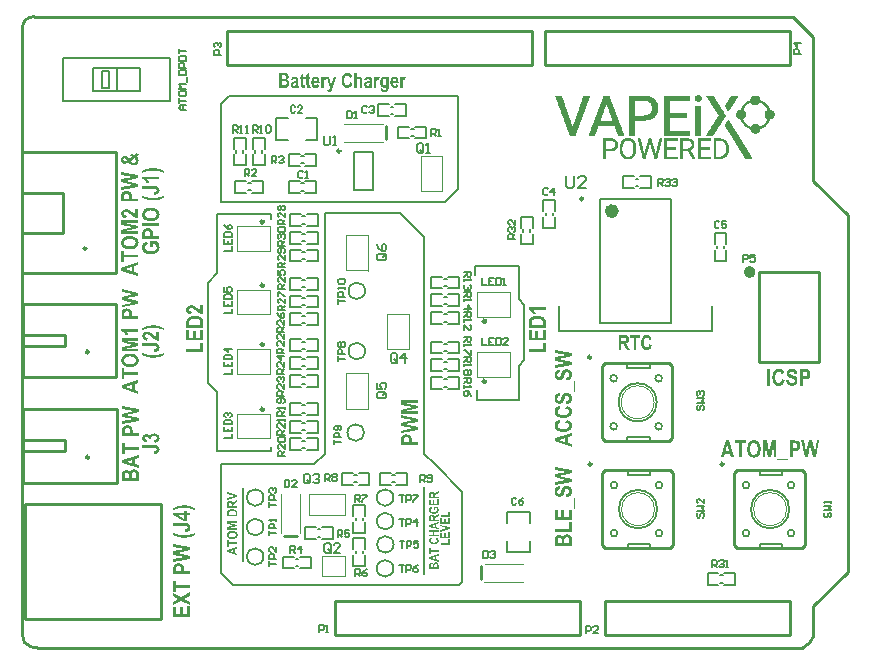
<source format=gto>
G04 Layer_Color=65535*
%FSLAX44Y44*%
%MOMM*%
G71*
G01*
G75*
%ADD33C,0.3000*%
%ADD48C,0.2500*%
%ADD49C,0.1500*%
%ADD50C,0.6000*%
%ADD51C,0.2000*%
%ADD52C,0.1000*%
%ADD53C,0.5080*%
%ADD54C,0.2540*%
%ADD55C,0.0254*%
%ADD56C,0.1524*%
%ADD57C,0.1778*%
G36*
X613518Y173891D02*
X610048D01*
Y162000D01*
X607678D01*
Y173891D01*
X604187D01*
Y176303D01*
X613518D01*
Y173891D01*
D02*
G37*
G36*
X178984Y99765D02*
X179166Y99752D01*
X179386Y99726D01*
X179619Y99688D01*
X179878Y99649D01*
X180150Y99597D01*
X180422Y99532D01*
X180707Y99441D01*
X180992Y99338D01*
X181277Y99221D01*
X181549Y99079D01*
X181808Y98923D01*
X182054Y98742D01*
X182067Y98729D01*
X182106Y98703D01*
X182158Y98651D01*
X182223Y98574D01*
X182300Y98483D01*
X182404Y98379D01*
X182495Y98250D01*
X182598Y98094D01*
X182702Y97926D01*
X182793Y97744D01*
X182883Y97550D01*
X182974Y97330D01*
X183039Y97097D01*
X183091Y96838D01*
X183130Y96579D01*
X183143Y96294D01*
Y96281D01*
Y96229D01*
X183130Y96138D01*
Y96034D01*
X183104Y95905D01*
X183091Y95750D01*
X183052Y95581D01*
X183013Y95400D01*
X182948Y95205D01*
X182883Y95011D01*
X182793Y94804D01*
X182689Y94597D01*
X182560Y94402D01*
X182417Y94195D01*
X182262Y94014D01*
X182067Y93832D01*
X182054Y93819D01*
X182015Y93793D01*
X181938Y93742D01*
X181847Y93677D01*
X181718Y93599D01*
X181562Y93509D01*
X181381Y93418D01*
X181187Y93327D01*
X180953Y93223D01*
X180694Y93133D01*
X180422Y93042D01*
X180124Y92964D01*
X179800Y92900D01*
X179451Y92848D01*
X179075Y92822D01*
X178686Y92809D01*
X178531D01*
X178427Y92822D01*
X178298D01*
X178142Y92835D01*
X177961Y92848D01*
X177780Y92861D01*
X177365Y92926D01*
X176938Y93003D01*
X176510Y93107D01*
X176303Y93185D01*
X176108Y93262D01*
X176096D01*
X176070Y93288D01*
X176018Y93314D01*
X175940Y93353D01*
X175862Y93392D01*
X175759Y93444D01*
X175539Y93586D01*
X175292Y93768D01*
X175046Y93962D01*
X174813Y94208D01*
X174606Y94467D01*
Y94480D01*
X174580Y94506D01*
X174554Y94545D01*
X174528Y94597D01*
X174489Y94674D01*
X174450Y94765D01*
X174399Y94869D01*
X174347Y94972D01*
X174256Y95244D01*
X174178Y95555D01*
X174126Y95905D01*
X174101Y96294D01*
Y96306D01*
Y96358D01*
X174114Y96449D01*
Y96553D01*
X174139Y96682D01*
X174165Y96838D01*
X174204Y97006D01*
X174243Y97187D01*
X174308Y97382D01*
X174386Y97589D01*
X174489Y97796D01*
X174593Y98004D01*
X174735Y98211D01*
X174891Y98418D01*
X175072Y98612D01*
X175279Y98807D01*
X175292Y98820D01*
X175331Y98846D01*
X175396Y98897D01*
X175500Y98962D01*
X175616Y99027D01*
X175772Y99118D01*
X175940Y99208D01*
X176134Y99299D01*
X176368Y99390D01*
X176614Y99467D01*
X176886Y99558D01*
X177184Y99623D01*
X177507Y99688D01*
X177857Y99739D01*
X178233Y99765D01*
X178622Y99778D01*
X178829D01*
X178984Y99765D01*
D02*
G37*
G36*
X175720Y90050D02*
X183000D01*
Y88599D01*
X175720D01*
Y86461D01*
X174243D01*
Y92174D01*
X175720D01*
Y90050D01*
D02*
G37*
G36*
X183000Y106501D02*
X176096D01*
X183000Y105050D01*
Y103664D01*
X176096Y102240D01*
X183000D01*
Y100892D01*
X174243D01*
Y103056D01*
X180241Y104364D01*
X174243Y105659D01*
Y107849D01*
X183000D01*
Y106501D01*
D02*
G37*
G36*
X620500Y176514D02*
X620669D01*
X620881Y176472D01*
X621135Y176430D01*
X621410Y176366D01*
X621706Y176303D01*
X622024Y176197D01*
X622362Y176070D01*
X622701Y175901D01*
X623039Y175732D01*
X623378Y175499D01*
X623716Y175245D01*
X624034Y174949D01*
X624351Y174610D01*
X624372Y174589D01*
X624414Y174526D01*
X624499Y174420D01*
X624605Y174251D01*
X624711Y174060D01*
X624859Y173806D01*
X625007Y173531D01*
X625155Y173214D01*
X625303Y172833D01*
X625430Y172431D01*
X625578Y171987D01*
X625684Y171500D01*
X625790Y170971D01*
X625874Y170400D01*
X625917Y169786D01*
X625938Y169151D01*
Y169109D01*
Y169003D01*
Y168813D01*
X625917Y168559D01*
X625895Y168263D01*
X625853Y167903D01*
X625790Y167522D01*
X625726Y167099D01*
X625642Y166655D01*
X625536Y166210D01*
X625388Y165745D01*
X625218Y165280D01*
X625028Y164814D01*
X624795Y164370D01*
X624541Y163947D01*
X624245Y163545D01*
X624224Y163523D01*
X624182Y163460D01*
X624097Y163375D01*
X623970Y163270D01*
X623822Y163143D01*
X623653Y162973D01*
X623441Y162825D01*
X623187Y162656D01*
X622912Y162487D01*
X622616Y162339D01*
X622299Y162190D01*
X621939Y162042D01*
X621558Y161936D01*
X621135Y161852D01*
X620712Y161788D01*
X620246Y161767D01*
X620140D01*
X619992Y161788D01*
X619823D01*
X619612Y161831D01*
X619358Y161852D01*
X619082Y161915D01*
X618786Y161979D01*
X618469Y162085D01*
X618152Y162190D01*
X617813Y162339D01*
X617475Y162508D01*
X617157Y162719D01*
X616819Y162952D01*
X616522Y163206D01*
X616226Y163523D01*
X616205Y163545D01*
X616163Y163608D01*
X616078Y163735D01*
X615972Y163883D01*
X615845Y164095D01*
X615697Y164349D01*
X615549Y164645D01*
X615401Y164962D01*
X615232Y165343D01*
X615084Y165766D01*
X614935Y166210D01*
X614809Y166697D01*
X614703Y167226D01*
X614618Y167797D01*
X614576Y168411D01*
X614555Y169046D01*
Y169067D01*
Y169151D01*
Y169300D01*
X614576Y169469D01*
Y169680D01*
X614597Y169934D01*
X614618Y170231D01*
X614639Y170527D01*
X614745Y171204D01*
X614872Y171902D01*
X615041Y172600D01*
X615168Y172939D01*
X615295Y173256D01*
Y173277D01*
X615337Y173320D01*
X615380Y173404D01*
X615443Y173531D01*
X615507Y173658D01*
X615591Y173827D01*
X615824Y174187D01*
X616120Y174589D01*
X616438Y174991D01*
X616840Y175372D01*
X617263Y175711D01*
X617284D01*
X617326Y175753D01*
X617390Y175795D01*
X617475Y175837D01*
X617601Y175901D01*
X617749Y175964D01*
X617919Y176049D01*
X618088Y176134D01*
X618532Y176282D01*
X619040Y176409D01*
X619612Y176493D01*
X620246Y176536D01*
X620352D01*
X620500Y176514D01*
D02*
G37*
G36*
X603785Y162000D02*
X601225D01*
X600209Y165237D01*
X595470D01*
X594518Y162000D01*
X592000D01*
X596549Y176303D01*
X599067D01*
X603785Y162000D01*
D02*
G37*
G36*
X178997Y118069D02*
X179114D01*
X179243Y118056D01*
X179386D01*
X179697Y118017D01*
X180033Y117979D01*
X180370Y117914D01*
X180694Y117823D01*
X180707D01*
X180733Y117810D01*
X180772Y117797D01*
X180837Y117771D01*
X180992Y117719D01*
X181173Y117642D01*
X181394Y117551D01*
X181614Y117435D01*
X181834Y117305D01*
X182029Y117163D01*
X182054Y117149D01*
X182106Y117098D01*
X182197Y117007D01*
X182300Y116903D01*
X182417Y116761D01*
X182534Y116606D01*
X182650Y116424D01*
X182754Y116217D01*
X182767Y116191D01*
X182793Y116113D01*
X182832Y115997D01*
X182871Y115828D01*
X182922Y115621D01*
X182961Y115375D01*
X182987Y115090D01*
X183000Y114779D01*
Y112059D01*
X174243D01*
Y114701D01*
Y114714D01*
Y114740D01*
Y114792D01*
Y114870D01*
X174256Y114947D01*
Y115038D01*
X174269Y115258D01*
X174295Y115504D01*
X174347Y115751D01*
X174399Y115997D01*
X174476Y116204D01*
X174489Y116230D01*
X174515Y116295D01*
X174580Y116385D01*
X174658Y116515D01*
X174761Y116657D01*
X174891Y116826D01*
X175046Y116981D01*
X175228Y117149D01*
X175254Y117175D01*
X175318Y117227D01*
X175435Y117305D01*
X175603Y117396D01*
X175798Y117512D01*
X176031Y117629D01*
X176303Y117732D01*
X176614Y117836D01*
X176627D01*
X176653Y117849D01*
X176704Y117862D01*
X176769Y117875D01*
X176847Y117888D01*
X176950Y117914D01*
X177067Y117940D01*
X177197Y117966D01*
X177339Y117979D01*
X177495Y118005D01*
X177663Y118030D01*
X177857Y118043D01*
X178259Y118069D01*
X178712Y118082D01*
X178907D01*
X178997Y118069D01*
D02*
G37*
G36*
X655496Y176282D02*
X655982Y176261D01*
X656427Y176218D01*
X656638Y176197D01*
X656829Y176155D01*
X656998Y176134D01*
X657146Y176091D01*
X657167D01*
X657188Y176070D01*
X657315Y176028D01*
X657506Y175922D01*
X657760Y175795D01*
X658014Y175605D01*
X658310Y175351D01*
X658585Y175055D01*
X658860Y174674D01*
Y174653D01*
X658881Y174632D01*
X658923Y174568D01*
X658966Y174483D01*
X659029Y174378D01*
X659072Y174251D01*
X659135Y174102D01*
X659220Y173912D01*
X659347Y173510D01*
X659452Y173045D01*
X659537Y172495D01*
X659558Y171881D01*
Y171860D01*
Y171817D01*
Y171733D01*
Y171627D01*
X659537Y171500D01*
Y171331D01*
X659495Y170971D01*
X659410Y170569D01*
X659304Y170125D01*
X659156Y169702D01*
X658966Y169278D01*
Y169257D01*
X658945Y169236D01*
X658860Y169109D01*
X658733Y168919D01*
X658564Y168707D01*
X658352Y168474D01*
X658098Y168221D01*
X657802Y168009D01*
X657485Y167819D01*
X657442Y167797D01*
X657400Y167776D01*
X657315Y167755D01*
X657210Y167713D01*
X657104Y167692D01*
X656956Y167649D01*
X656786Y167607D01*
X656596Y167565D01*
X656363Y167522D01*
X656131Y167501D01*
X655855Y167459D01*
X655559Y167438D01*
X655221Y167416D01*
X654861Y167395D01*
X652936D01*
Y162000D01*
X650566D01*
Y176303D01*
X655073D01*
X655496Y176282D01*
D02*
G37*
G36*
X153970Y251000D02*
X139773D01*
Y253370D01*
X151558D01*
Y259252D01*
X153970D01*
Y251000D01*
D02*
G37*
G36*
X444000Y286736D02*
X433654D01*
X433675Y286715D01*
X433717Y286673D01*
X433781Y286609D01*
X433886Y286504D01*
X433992Y286398D01*
X434140Y286250D01*
X434288Y286080D01*
X434436Y285890D01*
X434775Y285467D01*
X435135Y284980D01*
X435452Y284409D01*
X435727Y283816D01*
X433231D01*
Y283838D01*
X433209Y283859D01*
X433167Y283986D01*
X433061Y284155D01*
X432934Y284409D01*
X432744Y284705D01*
X432511Y285022D01*
X432236Y285382D01*
X431898Y285763D01*
X431876Y285784D01*
X431855Y285805D01*
X431728Y285932D01*
X431517Y286101D01*
X431242Y286313D01*
X430924Y286546D01*
X430543Y286779D01*
X430120Y286990D01*
X429655Y287159D01*
Y289000D01*
X444000D01*
Y286736D01*
D02*
G37*
G36*
X672909Y162000D02*
X670391D01*
X668043Y172685D01*
X665715Y162000D01*
X663134D01*
X660362Y176303D01*
X662774D01*
X664530Y166464D01*
X666667Y176303D01*
X669481D01*
X671555Y166295D01*
X673353Y176303D01*
X675744D01*
X672909Y162000D01*
D02*
G37*
G36*
X153970Y260965D02*
X139667D01*
Y269683D01*
X142079D01*
Y263335D01*
X145253D01*
Y269238D01*
X147665D01*
Y263335D01*
X151558D01*
Y269894D01*
X153970D01*
Y260965D01*
D02*
G37*
G36*
X183000Y84648D02*
X181018Y84026D01*
Y81124D01*
X183000Y80541D01*
Y79000D01*
X174243Y81785D01*
Y83327D01*
X183000Y86215D01*
Y84648D01*
D02*
G37*
G36*
X153970Y282928D02*
X153906D01*
X153822Y282949D01*
X153716D01*
X153589Y282970D01*
X153441Y283012D01*
X153081Y283076D01*
X152679Y283160D01*
X152214Y283309D01*
X151727Y283478D01*
X151241Y283689D01*
X151219D01*
X151177Y283732D01*
X151114Y283753D01*
X151008Y283816D01*
X150881Y283901D01*
X150712Y283986D01*
X150542Y284113D01*
X150331Y284261D01*
X150098Y284409D01*
X149844Y284599D01*
X149569Y284790D01*
X149252Y285022D01*
X148934Y285276D01*
X148596Y285572D01*
X148215Y285869D01*
X147834Y286207D01*
X147813Y286228D01*
X147750Y286271D01*
X147665Y286355D01*
X147559Y286440D01*
X147432Y286567D01*
X147263Y286694D01*
X146903Y286990D01*
X146522Y287307D01*
X146163Y287604D01*
X145824Y287858D01*
X145676Y287963D01*
X145549Y288048D01*
X145507Y288069D01*
X145401Y288133D01*
X145232Y288217D01*
X144999Y288302D01*
X144745Y288386D01*
X144449Y288471D01*
X144131Y288535D01*
X143814Y288556D01*
X143666D01*
X143497Y288535D01*
X143285Y288514D01*
X143052Y288450D01*
X142820Y288386D01*
X142587Y288281D01*
X142396Y288133D01*
X142375Y288111D01*
X142312Y288048D01*
X142248Y287963D01*
X142142Y287836D01*
X142058Y287688D01*
X141994Y287498D01*
X141931Y287265D01*
X141910Y287032D01*
Y287011D01*
Y286969D01*
X141931Y286884D01*
X141952Y286800D01*
X142037Y286546D01*
X142100Y286419D01*
X142185Y286271D01*
X142312Y286123D01*
X142460Y285975D01*
X142629Y285847D01*
X142862Y285721D01*
X143116Y285615D01*
X143412Y285530D01*
X143751Y285467D01*
X144153Y285424D01*
X143856Y283182D01*
X143835D01*
X143751Y283203D01*
X143645D01*
X143497Y283224D01*
X143327Y283266D01*
X143116Y283287D01*
X142883Y283351D01*
X142629Y283414D01*
X142121Y283563D01*
X141592Y283774D01*
X141085Y284049D01*
X140873Y284197D01*
X140661Y284388D01*
X140640Y284409D01*
X140619Y284430D01*
X140556Y284493D01*
X140492Y284578D01*
X140429Y284684D01*
X140323Y284790D01*
X140133Y285107D01*
X139942Y285488D01*
X139794Y285953D01*
X139667Y286482D01*
X139646Y286779D01*
X139625Y287075D01*
Y287096D01*
Y287159D01*
Y287244D01*
X139646Y287371D01*
X139667Y287540D01*
X139688Y287710D01*
X139773Y288133D01*
X139921Y288577D01*
X140006Y288810D01*
X140133Y289042D01*
X140281Y289275D01*
X140429Y289487D01*
X140619Y289677D01*
X140831Y289868D01*
X140852Y289889D01*
X140894Y289910D01*
X140958Y289952D01*
X141042Y290016D01*
X141148Y290079D01*
X141296Y290164D01*
X141635Y290354D01*
X142037Y290523D01*
X142502Y290672D01*
X143010Y290777D01*
X143285Y290820D01*
X143729D01*
X143899Y290799D01*
X144131D01*
X144385Y290756D01*
X144682Y290714D01*
X144978Y290650D01*
X145295Y290566D01*
X145337D01*
X145443Y290523D01*
X145591Y290460D01*
X145803Y290396D01*
X146057Y290291D01*
X146332Y290164D01*
X146628Y289995D01*
X146945Y289825D01*
X146988Y289804D01*
X147094Y289741D01*
X147284Y289614D01*
X147517Y289444D01*
X147834Y289212D01*
X148194Y288916D01*
X148617Y288577D01*
X149082Y288175D01*
X149104Y288154D01*
X149125Y288133D01*
X149188Y288069D01*
X149273Y288006D01*
X149484Y287815D01*
X149738Y287604D01*
X150013Y287371D01*
X150267Y287138D01*
X150500Y286948D01*
X150690Y286800D01*
X150712Y286779D01*
X150754Y286757D01*
X150839Y286694D01*
X150923Y286630D01*
X151156Y286482D01*
X151431Y286334D01*
Y290820D01*
X153970D01*
Y282928D01*
D02*
G37*
G36*
X147432Y281700D02*
X147622D01*
X147834Y281679D01*
X148067D01*
X148575Y281616D01*
X149125Y281552D01*
X149675Y281447D01*
X150204Y281299D01*
X150225D01*
X150267Y281277D01*
X150331Y281256D01*
X150437Y281214D01*
X150690Y281129D01*
X150987Y281002D01*
X151346Y280854D01*
X151706Y280664D01*
X152066Y280452D01*
X152383Y280219D01*
X152425Y280198D01*
X152510Y280114D01*
X152658Y279966D01*
X152827Y279796D01*
X153018Y279564D01*
X153208Y279310D01*
X153399Y279013D01*
X153568Y278675D01*
X153589Y278633D01*
X153631Y278506D01*
X153695Y278315D01*
X153758Y278040D01*
X153843Y277702D01*
X153906Y277300D01*
X153949Y276834D01*
X153970Y276326D01*
Y271883D01*
X139667D01*
Y276199D01*
Y276221D01*
Y276263D01*
Y276348D01*
Y276474D01*
X139688Y276601D01*
Y276749D01*
X139709Y277109D01*
X139752Y277511D01*
X139836Y277913D01*
X139921Y278315D01*
X140048Y278654D01*
X140069Y278696D01*
X140111Y278802D01*
X140217Y278950D01*
X140344Y279161D01*
X140513Y279394D01*
X140725Y279669D01*
X140979Y279923D01*
X141275Y280198D01*
X141317Y280241D01*
X141423Y280325D01*
X141614Y280452D01*
X141889Y280600D01*
X142206Y280791D01*
X142587Y280981D01*
X143031Y281150D01*
X143539Y281320D01*
X143560D01*
X143603Y281341D01*
X143687Y281362D01*
X143793Y281383D01*
X143920Y281404D01*
X144089Y281447D01*
X144279Y281489D01*
X144491Y281531D01*
X144724Y281552D01*
X144978Y281595D01*
X145253Y281637D01*
X145570Y281658D01*
X146226Y281700D01*
X146967Y281722D01*
X147284D01*
X147432Y281700D01*
D02*
G37*
G36*
X92432Y349492D02*
X92728Y349471D01*
X93088Y349429D01*
X93469Y349365D01*
X93892Y349302D01*
X94336Y349217D01*
X94781Y349112D01*
X95246Y348963D01*
X95712Y348794D01*
X96177Y348604D01*
X96622Y348371D01*
X97045Y348117D01*
X97447Y347821D01*
X97468Y347800D01*
X97531Y347757D01*
X97616Y347673D01*
X97722Y347546D01*
X97849Y347398D01*
X98018Y347229D01*
X98166Y347017D01*
X98335Y346763D01*
X98505Y346488D01*
X98653Y346192D01*
X98801Y345874D01*
X98949Y345515D01*
X99055Y345134D01*
X99139Y344711D01*
X99203Y344287D01*
X99224Y343822D01*
Y343801D01*
Y343716D01*
X99203Y343568D01*
Y343399D01*
X99160Y343187D01*
X99139Y342933D01*
X99076Y342658D01*
X99012Y342362D01*
X98907Y342045D01*
X98801Y341727D01*
X98653Y341389D01*
X98483Y341050D01*
X98272Y340733D01*
X98039Y340394D01*
X97785Y340098D01*
X97468Y339802D01*
X97447Y339781D01*
X97383Y339739D01*
X97256Y339654D01*
X97108Y339548D01*
X96897Y339421D01*
X96643Y339273D01*
X96346Y339125D01*
X96029Y338977D01*
X95648Y338807D01*
X95225Y338659D01*
X94781Y338511D01*
X94294Y338384D01*
X93765Y338279D01*
X93194Y338194D01*
X92580Y338152D01*
X91945Y338130D01*
X91692D01*
X91522Y338152D01*
X91311D01*
X91057Y338173D01*
X90761Y338194D01*
X90464Y338215D01*
X89787Y338321D01*
X89089Y338448D01*
X88391Y338617D01*
X88052Y338744D01*
X87735Y338871D01*
X87714D01*
X87672Y338913D01*
X87587Y338956D01*
X87460Y339019D01*
X87333Y339083D01*
X87164Y339167D01*
X86804Y339400D01*
X86402Y339696D01*
X86000Y340014D01*
X85619Y340415D01*
X85281Y340839D01*
Y340860D01*
X85238Y340902D01*
X85196Y340966D01*
X85154Y341050D01*
X85090Y341177D01*
X85027Y341325D01*
X84942Y341495D01*
X84858Y341664D01*
X84709Y342108D01*
X84583Y342616D01*
X84498Y343187D01*
X84455Y343822D01*
Y343843D01*
Y343928D01*
X84477Y344076D01*
Y344245D01*
X84519Y344457D01*
X84561Y344711D01*
X84625Y344986D01*
X84688Y345282D01*
X84794Y345599D01*
X84921Y345938D01*
X85090Y346276D01*
X85260Y346615D01*
X85492Y346953D01*
X85746Y347292D01*
X86042Y347609D01*
X86381Y347927D01*
X86402Y347948D01*
X86466Y347990D01*
X86571Y348075D01*
X86741Y348181D01*
X86931Y348286D01*
X87185Y348434D01*
X87460Y348583D01*
X87777Y348731D01*
X88158Y348879D01*
X88560Y349006D01*
X89004Y349154D01*
X89491Y349260D01*
X90020Y349365D01*
X90591Y349450D01*
X91205Y349492D01*
X91840Y349514D01*
X92178D01*
X92432Y349492D01*
D02*
G37*
G36*
X114864Y344880D02*
X114970Y344774D01*
X115139Y344605D01*
X115351Y344351D01*
X115605Y344034D01*
X115858Y343674D01*
X116134Y343230D01*
X116388Y342722D01*
Y342701D01*
X116409Y342658D01*
X116451Y342574D01*
X116493Y342489D01*
X116536Y342341D01*
X116578Y342193D01*
X116705Y341833D01*
X116811Y341410D01*
X116917Y340923D01*
X117001Y340415D01*
X117022Y339887D01*
Y339865D01*
Y339802D01*
Y339717D01*
X117001Y339590D01*
Y339442D01*
X116980Y339273D01*
X116959Y339061D01*
X116917Y338850D01*
X116811Y338384D01*
X116663Y337855D01*
X116451Y337326D01*
X116176Y336819D01*
X116155Y336797D01*
X116134Y336755D01*
X116091Y336692D01*
X116007Y336607D01*
X115816Y336353D01*
X115541Y336057D01*
X115182Y335718D01*
X114737Y335359D01*
X114229Y335020D01*
X113637Y334703D01*
X113616D01*
X113552Y334660D01*
X113468Y334639D01*
X113341Y334576D01*
X113172Y334534D01*
X112981Y334470D01*
X112748Y334385D01*
X112494Y334322D01*
X112219Y334258D01*
X111902Y334174D01*
X111585Y334110D01*
X111225Y334068D01*
X110463Y333983D01*
X109638Y333941D01*
X109405D01*
X109236Y333962D01*
X109046D01*
X108792Y333983D01*
X108538Y334005D01*
X108242Y334047D01*
X107607Y334132D01*
X106930Y334280D01*
X106253Y334470D01*
X105597Y334724D01*
X105576D01*
X105512Y334766D01*
X105428Y334809D01*
X105322Y334872D01*
X105174Y334936D01*
X105026Y335041D01*
X104666Y335274D01*
X104243Y335570D01*
X103841Y335909D01*
X103439Y336311D01*
X103100Y336755D01*
Y336776D01*
X103058Y336819D01*
X103015Y336882D01*
X102973Y336988D01*
X102910Y337094D01*
X102825Y337242D01*
X102762Y337411D01*
X102677Y337602D01*
X102529Y338046D01*
X102381Y338554D01*
X102296Y339125D01*
X102254Y339760D01*
Y339781D01*
Y339844D01*
Y339971D01*
X102275Y340119D01*
X102296Y340289D01*
X102317Y340500D01*
X102338Y340733D01*
X102381Y340966D01*
X102508Y341516D01*
X102698Y342066D01*
X102825Y342341D01*
X102973Y342616D01*
X103142Y342891D01*
X103333Y343124D01*
X103354Y343145D01*
X103375Y343187D01*
X103439Y343251D01*
X103523Y343335D01*
X103650Y343420D01*
X103777Y343547D01*
X103947Y343674D01*
X104137Y343801D01*
X104348Y343949D01*
X104581Y344076D01*
X104835Y344224D01*
X105110Y344351D01*
X105428Y344478D01*
X105745Y344605D01*
X106105Y344689D01*
X106486Y344774D01*
X107014Y342426D01*
X106993D01*
X106972Y342404D01*
X106824Y342362D01*
X106634Y342299D01*
X106380Y342193D01*
X106126Y342066D01*
X105830Y341897D01*
X105555Y341685D01*
X105322Y341452D01*
X105301Y341431D01*
X105237Y341325D01*
X105131Y341177D01*
X105026Y340987D01*
X104920Y340733D01*
X104814Y340458D01*
X104750Y340140D01*
X104729Y339781D01*
Y339760D01*
Y339717D01*
Y339633D01*
X104750Y339527D01*
X104772Y339400D01*
X104793Y339252D01*
X104877Y338913D01*
X105026Y338511D01*
X105237Y338109D01*
X105364Y337898D01*
X105512Y337707D01*
X105703Y337517D01*
X105914Y337326D01*
X105935D01*
X105978Y337284D01*
X106041Y337242D01*
X106126Y337178D01*
X106253Y337115D01*
X106401Y337030D01*
X106591Y336946D01*
X106803Y336861D01*
X107036Y336776D01*
X107289Y336692D01*
X107586Y336607D01*
X107903Y336544D01*
X108263Y336480D01*
X108644Y336438D01*
X109046Y336417D01*
X109490Y336395D01*
X109744D01*
X109913Y336417D01*
X110125D01*
X110379Y336459D01*
X110654Y336480D01*
X110929Y336522D01*
X111563Y336649D01*
X112219Y336819D01*
X112854Y337072D01*
X113129Y337221D01*
X113404Y337390D01*
X113425Y337411D01*
X113447Y337432D01*
X113574Y337559D01*
X113764Y337750D01*
X113975Y338004D01*
X114187Y338342D01*
X114377Y338765D01*
X114504Y339231D01*
X114526Y339485D01*
X114547Y339760D01*
Y339781D01*
Y339887D01*
X114526Y340014D01*
X114504Y340183D01*
X114462Y340394D01*
X114420Y340648D01*
X114335Y340902D01*
X114229Y341177D01*
X114208Y341219D01*
X114166Y341304D01*
X114102Y341452D01*
X113997Y341643D01*
X113870Y341833D01*
X113722Y342066D01*
X113552Y342299D01*
X113341Y342531D01*
X111542D01*
Y339823D01*
X109130D01*
Y344922D01*
X114822D01*
X114864Y344880D01*
D02*
G37*
G36*
X87100Y333624D02*
X98991D01*
Y331254D01*
X87100D01*
Y327763D01*
X84688D01*
Y337094D01*
X87100D01*
Y333624D01*
D02*
G37*
G36*
X462170Y137822D02*
X462318Y137801D01*
X462509Y137780D01*
X462720Y137737D01*
X462932Y137695D01*
X463440Y137568D01*
X463969Y137357D01*
X464223Y137230D01*
X464477Y137060D01*
X464730Y136891D01*
X464984Y136679D01*
X465005Y136658D01*
X465048Y136616D01*
X465090Y136552D01*
X465175Y136468D01*
X465280Y136341D01*
X465386Y136193D01*
X465492Y136002D01*
X465598Y135812D01*
X465725Y135579D01*
X465831Y135304D01*
X465936Y135008D01*
X466042Y134691D01*
X466127Y134331D01*
X466169Y133950D01*
X466212Y133548D01*
X466233Y133104D01*
Y133083D01*
Y133061D01*
Y132998D01*
Y132913D01*
X466190Y132702D01*
X466148Y132427D01*
X466085Y132088D01*
X465979Y131707D01*
X465831Y131305D01*
X465619Y130882D01*
X465365Y130459D01*
X465027Y130036D01*
X464646Y129634D01*
X464413Y129443D01*
X464159Y129253D01*
X463884Y129084D01*
X463609Y128936D01*
X463292Y128787D01*
X462953Y128639D01*
X462572Y128534D01*
X462191Y128428D01*
X461768Y128364D01*
X461324Y128301D01*
X461049Y130607D01*
X461070D01*
X461176Y130628D01*
X461303Y130649D01*
X461472Y130692D01*
X461684Y130755D01*
X461916Y130840D01*
X462170Y130946D01*
X462424Y131073D01*
X462678Y131221D01*
X462932Y131390D01*
X463165Y131601D01*
X463376Y131855D01*
X463545Y132130D01*
X463672Y132427D01*
X463778Y132786D01*
X463799Y133167D01*
Y133188D01*
Y133209D01*
Y133336D01*
X463778Y133527D01*
X463736Y133781D01*
X463672Y134035D01*
X463567Y134310D01*
X463440Y134585D01*
X463249Y134839D01*
X463228Y134860D01*
X463144Y134944D01*
X463017Y135050D01*
X462868Y135156D01*
X462657Y135283D01*
X462424Y135368D01*
X462149Y135452D01*
X461853Y135473D01*
X461768D01*
X461684Y135452D01*
X461557D01*
X461303Y135368D01*
X461155Y135325D01*
X461028Y135241D01*
X461007D01*
X460964Y135198D01*
X460837Y135071D01*
X460753Y134987D01*
X460647Y134881D01*
X460562Y134733D01*
X460478Y134585D01*
X460456Y134564D01*
X460435Y134500D01*
X460372Y134352D01*
X460287Y134162D01*
X460245Y134035D01*
X460202Y133887D01*
X460139Y133717D01*
X460076Y133506D01*
X459991Y133294D01*
X459906Y133040D01*
X459822Y132765D01*
X459737Y132469D01*
Y132448D01*
X459716Y132406D01*
X459695Y132321D01*
X459652Y132215D01*
X459610Y132088D01*
X459568Y131961D01*
X459441Y131623D01*
X459293Y131263D01*
X459123Y130882D01*
X458933Y130544D01*
X458743Y130247D01*
X458722Y130226D01*
X458637Y130142D01*
X458531Y130015D01*
X458362Y129845D01*
X458171Y129676D01*
X457939Y129486D01*
X457663Y129295D01*
X457346Y129126D01*
X457304Y129105D01*
X457198Y129062D01*
X457008Y128999D01*
X456775Y128936D01*
X456500Y128851D01*
X456183Y128787D01*
X455823Y128745D01*
X455463Y128724D01*
X455273D01*
X455040Y128745D01*
X454765Y128787D01*
X454448Y128851D01*
X454088Y128957D01*
X453728Y129084D01*
X453368Y129253D01*
X453347D01*
X453326Y129274D01*
X453220Y129359D01*
X453051Y129465D01*
X452840Y129634D01*
X452607Y129845D01*
X452374Y130099D01*
X452141Y130374D01*
X451951Y130713D01*
Y130734D01*
X451930Y130755D01*
X451866Y130882D01*
X451803Y131094D01*
X451697Y131369D01*
X451612Y131707D01*
X451549Y132088D01*
X451485Y132554D01*
X451464Y133040D01*
Y133061D01*
Y133125D01*
Y133231D01*
X451485Y133379D01*
X451507Y133548D01*
X451528Y133760D01*
X451549Y133971D01*
X451612Y134225D01*
X451739Y134733D01*
X451951Y135283D01*
X452078Y135537D01*
X452226Y135812D01*
X452395Y136045D01*
X452607Y136278D01*
X452628Y136299D01*
X452649Y136320D01*
X452734Y136383D01*
X452818Y136468D01*
X452924Y136552D01*
X453072Y136658D01*
X453242Y136764D01*
X453432Y136870D01*
X453643Y136976D01*
X453876Y137103D01*
X454151Y137208D01*
X454426Y137293D01*
X454744Y137378D01*
X455061Y137441D01*
X455421Y137505D01*
X455802Y137526D01*
X455929Y135156D01*
X455886D01*
X455823Y135135D01*
X455738Y135114D01*
X455548Y135071D01*
X455294Y135008D01*
X455040Y134902D01*
X454765Y134796D01*
X454532Y134648D01*
X454321Y134458D01*
X454299Y134437D01*
X454257Y134373D01*
X454172Y134246D01*
X454088Y134077D01*
X454003Y133865D01*
X453918Y133611D01*
X453876Y133315D01*
X453855Y132977D01*
Y132935D01*
Y132829D01*
X453876Y132638D01*
X453897Y132427D01*
X453961Y132194D01*
X454024Y131961D01*
X454130Y131707D01*
X454257Y131496D01*
X454278Y131475D01*
X454321Y131411D01*
X454405Y131326D01*
X454532Y131242D01*
X454680Y131157D01*
X454850Y131073D01*
X455040Y131009D01*
X455252Y130988D01*
X455336D01*
X455442Y131009D01*
X455590Y131051D01*
X455738Y131094D01*
X455886Y131178D01*
X456055Y131305D01*
X456204Y131453D01*
X456225Y131475D01*
X456267Y131559D01*
X456352Y131686D01*
X456457Y131898D01*
X456521Y132046D01*
X456606Y132194D01*
X456669Y132363D01*
X456754Y132575D01*
X456838Y132786D01*
X456923Y133040D01*
X457008Y133315D01*
X457092Y133611D01*
Y133633D01*
X457113Y133696D01*
X457135Y133781D01*
X457177Y133908D01*
X457240Y134056D01*
X457283Y134225D01*
X457431Y134606D01*
X457600Y135029D01*
X457769Y135452D01*
X457981Y135854D01*
X458087Y136045D01*
X458192Y136193D01*
X458214Y136235D01*
X458298Y136320D01*
X458404Y136468D01*
X458573Y136658D01*
X458785Y136849D01*
X459039Y137060D01*
X459335Y137251D01*
X459652Y137420D01*
X459695Y137441D01*
X459822Y137484D01*
X460012Y137547D01*
X460266Y137632D01*
X460583Y137716D01*
X460964Y137780D01*
X461387Y137822D01*
X461853Y137843D01*
X462022D01*
X462170Y137822D01*
D02*
G37*
G36*
X98991Y360495D02*
X87714D01*
X98991Y358125D01*
Y355861D01*
X87714Y353534D01*
X98991D01*
Y351333D01*
X84688D01*
Y354867D01*
X94485Y357004D01*
X84688Y359119D01*
Y362695D01*
X98991D01*
Y360495D01*
D02*
G37*
G36*
X468497Y118462D02*
X467502D01*
Y127835D01*
X468497D01*
Y118462D01*
D02*
G37*
G36*
X107289Y356073D02*
X107459D01*
X107818Y356030D01*
X108220Y355946D01*
X108665Y355840D01*
X109088Y355692D01*
X109511Y355501D01*
X109532D01*
X109553Y355480D01*
X109680Y355396D01*
X109871Y355269D01*
X110082Y355099D01*
X110315Y354888D01*
X110569Y354634D01*
X110781Y354338D01*
X110971Y354020D01*
X110992Y353978D01*
X111013Y353936D01*
X111034Y353851D01*
X111077Y353745D01*
X111098Y353639D01*
X111140Y353491D01*
X111183Y353322D01*
X111225Y353132D01*
X111267Y352899D01*
X111288Y352666D01*
X111331Y352391D01*
X111352Y352095D01*
X111373Y351756D01*
X111394Y351397D01*
Y351016D01*
Y349471D01*
X116790D01*
Y347102D01*
X102487D01*
Y350889D01*
Y350910D01*
Y350974D01*
Y351100D01*
Y351227D01*
Y351397D01*
Y351608D01*
X102508Y352031D01*
X102529Y352518D01*
X102571Y352962D01*
X102592Y353174D01*
X102635Y353364D01*
X102656Y353534D01*
X102698Y353682D01*
Y353703D01*
X102719Y353724D01*
X102762Y353851D01*
X102867Y354041D01*
X102994Y354295D01*
X103185Y354549D01*
X103439Y354845D01*
X103735Y355121D01*
X104116Y355396D01*
X104137D01*
X104158Y355417D01*
X104221Y355459D01*
X104306Y355501D01*
X104412Y355565D01*
X104539Y355607D01*
X104687Y355671D01*
X104877Y355755D01*
X105279Y355882D01*
X105745Y355988D01*
X106295Y356073D01*
X106909Y356094D01*
X107163D01*
X107289Y356073D01*
D02*
G37*
G36*
X466000Y151236D02*
Y148719D01*
X455315Y146370D01*
X466000Y144043D01*
Y141461D01*
X451697Y138689D01*
Y141102D01*
X461535Y142858D01*
X451697Y144995D01*
Y147809D01*
X461705Y149882D01*
X451697Y151681D01*
Y154072D01*
X466000Y151236D01*
D02*
G37*
G36*
X510777Y265499D02*
X510944D01*
X511296Y265480D01*
X511685Y265425D01*
X512073Y265369D01*
X512444Y265277D01*
X512610Y265221D01*
X512759Y265165D01*
X512796Y265147D01*
X512888Y265110D01*
X513018Y265017D01*
X513184Y264888D01*
X513370Y264739D01*
X513555Y264536D01*
X513759Y264295D01*
X513944Y263999D01*
X513962Y263962D01*
X514018Y263851D01*
X514092Y263666D01*
X514184Y263443D01*
X514258Y263147D01*
X514333Y262795D01*
X514388Y262425D01*
X514407Y261999D01*
Y261981D01*
Y261943D01*
Y261851D01*
X514388Y261758D01*
Y261629D01*
X514370Y261481D01*
X514314Y261147D01*
X514240Y260777D01*
X514110Y260388D01*
X513925Y259999D01*
X513684Y259629D01*
Y259610D01*
X513647Y259592D01*
X513555Y259481D01*
X513388Y259333D01*
X513166Y259166D01*
X512888Y258962D01*
X512536Y258777D01*
X512147Y258629D01*
X511685Y258518D01*
X511722Y258499D01*
X511796Y258425D01*
X511925Y258333D01*
X512073Y258203D01*
X512240Y258055D01*
X512425Y257870D01*
X512610Y257666D01*
X512777Y257463D01*
X512796Y257444D01*
X512851Y257351D01*
X512962Y257203D01*
X513092Y257000D01*
X513259Y256722D01*
X513351Y256555D01*
X513462Y256370D01*
X513573Y256166D01*
X513703Y255944D01*
X513833Y255685D01*
X513962Y255426D01*
X515221Y253000D01*
X512721D01*
X511240Y255722D01*
Y255741D01*
X511203Y255796D01*
X511166Y255870D01*
X511111Y255963D01*
X511036Y256074D01*
X510962Y256203D01*
X510796Y256500D01*
X510611Y256814D01*
X510425Y257129D01*
X510351Y257259D01*
X510259Y257370D01*
X510185Y257481D01*
X510129Y257555D01*
X510111Y257574D01*
X510074Y257611D01*
X510018Y257685D01*
X509944Y257759D01*
X509759Y257925D01*
X509648Y258018D01*
X509518Y258074D01*
X509500D01*
X509463Y258092D01*
X509389Y258129D01*
X509277Y258148D01*
X509129Y258185D01*
X508944Y258203D01*
X508741Y258222D01*
X508074D01*
Y253000D01*
X506000D01*
Y265517D01*
X510648D01*
X510777Y265499D01*
D02*
G37*
G36*
X183000Y129948D02*
Y128368D01*
X174243Y125816D01*
Y127383D01*
X180733Y129197D01*
X174243Y130946D01*
Y132500D01*
X183000Y129948D01*
D02*
G37*
G36*
Y124015D02*
X181096Y122979D01*
X181083D01*
X181044Y122953D01*
X180992Y122927D01*
X180927Y122888D01*
X180850Y122836D01*
X180759Y122785D01*
X180552Y122668D01*
X180331Y122538D01*
X180111Y122409D01*
X180021Y122357D01*
X179943Y122292D01*
X179865Y122240D01*
X179813Y122202D01*
X179800Y122189D01*
X179774Y122163D01*
X179723Y122124D01*
X179671Y122072D01*
X179554Y121943D01*
X179489Y121865D01*
X179451Y121774D01*
Y121761D01*
X179438Y121735D01*
X179412Y121683D01*
X179399Y121606D01*
X179373Y121502D01*
X179360Y121372D01*
X179347Y121230D01*
Y121049D01*
Y120764D01*
X183000D01*
Y119313D01*
X174243D01*
Y122370D01*
Y122383D01*
Y122422D01*
Y122487D01*
Y122564D01*
X174256Y122655D01*
Y122772D01*
X174269Y123018D01*
X174308Y123290D01*
X174347Y123562D01*
X174412Y123821D01*
X174450Y123937D01*
X174489Y124041D01*
X174502Y124067D01*
X174528Y124132D01*
X174593Y124222D01*
X174683Y124339D01*
X174787Y124468D01*
X174930Y124598D01*
X175098Y124741D01*
X175305Y124870D01*
X175331Y124883D01*
X175409Y124922D01*
X175539Y124974D01*
X175694Y125038D01*
X175901Y125090D01*
X176147Y125142D01*
X176406Y125181D01*
X176704Y125194D01*
X176808D01*
X176873Y125181D01*
X176964D01*
X177067Y125168D01*
X177300Y125129D01*
X177559Y125077D01*
X177831Y124987D01*
X178103Y124857D01*
X178363Y124689D01*
X178375D01*
X178388Y124663D01*
X178466Y124598D01*
X178570Y124481D01*
X178686Y124326D01*
X178829Y124132D01*
X178958Y123886D01*
X179062Y123614D01*
X179140Y123290D01*
X179153Y123316D01*
X179205Y123367D01*
X179269Y123458D01*
X179360Y123562D01*
X179464Y123678D01*
X179593Y123808D01*
X179736Y123937D01*
X179878Y124054D01*
X179891Y124067D01*
X179956Y124106D01*
X180060Y124184D01*
X180202Y124274D01*
X180396Y124391D01*
X180513Y124456D01*
X180642Y124533D01*
X180785Y124611D01*
X180940Y124702D01*
X181122Y124792D01*
X181303Y124883D01*
X183000Y125764D01*
Y124015D01*
D02*
G37*
G36*
X523776Y263406D02*
X520739D01*
Y253000D01*
X518665D01*
Y263406D01*
X515610D01*
Y265517D01*
X523776D01*
Y263406D01*
D02*
G37*
G36*
X98991Y324801D02*
X95754Y323785D01*
Y319046D01*
X98991Y318094D01*
Y315576D01*
X84688Y320125D01*
Y322643D01*
X98991Y327361D01*
Y324801D01*
D02*
G37*
G36*
X529849Y265702D02*
X529997Y265684D01*
X530164Y265665D01*
X530349Y265628D01*
X530553Y265573D01*
X531016Y265425D01*
X531257Y265332D01*
X531497Y265221D01*
X531738Y265073D01*
X531979Y264906D01*
X532220Y264721D01*
X532442Y264517D01*
X532460D01*
X532479Y264480D01*
X532516Y264425D01*
X532571Y264369D01*
X532645Y264277D01*
X532719Y264165D01*
X532812Y264036D01*
X532905Y263888D01*
X532997Y263721D01*
X533108Y263554D01*
X533201Y263351D01*
X533312Y263129D01*
X533405Y262869D01*
X533497Y262610D01*
X533590Y262332D01*
X533664Y262036D01*
X531609Y261444D01*
Y261462D01*
X531590Y261481D01*
Y261536D01*
X531571Y261610D01*
X531516Y261795D01*
X531442Y262018D01*
X531331Y262277D01*
X531183Y262536D01*
X531016Y262777D01*
X530812Y262999D01*
X530794Y263018D01*
X530720Y263092D01*
X530590Y263184D01*
X530423Y263277D01*
X530220Y263388D01*
X529997Y263462D01*
X529738Y263536D01*
X529442Y263554D01*
X529331D01*
X529257Y263536D01*
X529053Y263499D01*
X528794Y263425D01*
X528498Y263314D01*
X528183Y263129D01*
X528035Y263018D01*
X527887Y262888D01*
X527738Y262740D01*
X527590Y262555D01*
Y262536D01*
X527553Y262518D01*
X527535Y262444D01*
X527479Y262369D01*
X527424Y262258D01*
X527368Y262129D01*
X527313Y261962D01*
X527239Y261777D01*
X527164Y261573D01*
X527109Y261332D01*
X527053Y261055D01*
X526998Y260758D01*
X526961Y260444D01*
X526924Y260092D01*
X526887Y259703D01*
Y259296D01*
Y259277D01*
Y259184D01*
Y259073D01*
X526905Y258907D01*
Y258722D01*
X526924Y258499D01*
X526942Y258259D01*
X526979Y257999D01*
X527053Y257444D01*
X527183Y256889D01*
X527257Y256629D01*
X527350Y256370D01*
X527461Y256148D01*
X527572Y255944D01*
Y255926D01*
X527609Y255907D01*
X527701Y255796D01*
X527850Y255629D01*
X528072Y255463D01*
X528331Y255278D01*
X528627Y255111D01*
X528998Y255000D01*
X529183Y254981D01*
X529386Y254963D01*
X529423D01*
X529516Y254981D01*
X529683Y255000D01*
X529868Y255037D01*
X530090Y255111D01*
X530331Y255222D01*
X530572Y255389D01*
X530794Y255592D01*
X530812Y255629D01*
X530886Y255722D01*
X530997Y255870D01*
X531127Y256092D01*
X531275Y256370D01*
X531405Y256722D01*
X531553Y257129D01*
X531664Y257629D01*
X533682Y256852D01*
Y256833D01*
X533664Y256759D01*
X533627Y256648D01*
X533590Y256500D01*
X533534Y256333D01*
X533479Y256129D01*
X533405Y255907D01*
X533312Y255666D01*
X533090Y255166D01*
X532812Y254648D01*
X532497Y254167D01*
X532312Y253963D01*
X532108Y253759D01*
X532090Y253741D01*
X532053Y253722D01*
X531997Y253667D01*
X531905Y253611D01*
X531812Y253537D01*
X531683Y253463D01*
X531534Y253370D01*
X531368Y253278D01*
X531183Y253185D01*
X530979Y253093D01*
X530516Y252945D01*
X529997Y252833D01*
X529720Y252815D01*
X529423Y252796D01*
X529331D01*
X529238Y252815D01*
X529090D01*
X528924Y252852D01*
X528720Y252870D01*
X528498Y252926D01*
X528257Y252981D01*
X527998Y253074D01*
X527738Y253167D01*
X527479Y253296D01*
X527201Y253444D01*
X526924Y253630D01*
X526665Y253833D01*
X526405Y254055D01*
X526165Y254333D01*
X526146Y254352D01*
X526109Y254407D01*
X526035Y254518D01*
X525942Y254667D01*
X525831Y254833D01*
X525720Y255055D01*
X525591Y255315D01*
X525461Y255611D01*
X525313Y255926D01*
X525183Y256296D01*
X525072Y256685D01*
X524961Y257111D01*
X524868Y257574D01*
X524794Y258074D01*
X524757Y258592D01*
X524739Y259147D01*
Y259166D01*
Y259184D01*
Y259296D01*
X524757Y259462D01*
Y259666D01*
X524776Y259944D01*
X524813Y260259D01*
X524868Y260592D01*
X524924Y260962D01*
X524998Y261369D01*
X525091Y261777D01*
X525202Y262184D01*
X525350Y262610D01*
X525517Y263018D01*
X525702Y263406D01*
X525924Y263795D01*
X526183Y264147D01*
X526202Y264165D01*
X526239Y264221D01*
X526313Y264295D01*
X526405Y264388D01*
X526535Y264517D01*
X526683Y264647D01*
X526868Y264795D01*
X527072Y264943D01*
X527294Y265073D01*
X527553Y265221D01*
X527831Y265351D01*
X528127Y265480D01*
X528461Y265573D01*
X528794Y265647D01*
X529164Y265702D01*
X529553Y265721D01*
X529720D01*
X529849Y265702D01*
D02*
G37*
G36*
X649508Y159503D02*
X640135D01*
Y160498D01*
X649508D01*
Y159503D01*
D02*
G37*
G36*
X307201Y484258D02*
X307367Y484240D01*
X307571Y484184D01*
X307775Y484129D01*
X307997Y484036D01*
X308219Y483907D01*
X308238Y483888D01*
X308312Y483832D01*
X308423Y483758D01*
X308571Y483629D01*
X308719Y483481D01*
X308886Y483277D01*
X309071Y483055D01*
X309238Y482795D01*
Y484073D01*
X311089D01*
Y475926D01*
Y475907D01*
Y475833D01*
Y475741D01*
Y475611D01*
X311071Y475444D01*
Y475259D01*
X311052Y475056D01*
Y474852D01*
X310997Y474389D01*
X310941Y473926D01*
X310849Y473482D01*
X310793Y473278D01*
X310719Y473111D01*
Y473093D01*
X310700Y473074D01*
X310645Y472963D01*
X310571Y472815D01*
X310441Y472611D01*
X310293Y472389D01*
X310108Y472167D01*
X309867Y471963D01*
X309608Y471778D01*
X309571Y471760D01*
X309478Y471704D01*
X309312Y471630D01*
X309071Y471556D01*
X308775Y471463D01*
X308423Y471389D01*
X308015Y471334D01*
X307553Y471315D01*
X307349D01*
X307256Y471334D01*
X307127D01*
X306849Y471352D01*
X306534Y471389D01*
X306201Y471463D01*
X305886Y471537D01*
X305590Y471648D01*
X305553Y471667D01*
X305460Y471704D01*
X305331Y471778D01*
X305164Y471889D01*
X304997Y472019D01*
X304794Y472186D01*
X304627Y472389D01*
X304460Y472611D01*
X304442Y472648D01*
X304405Y472722D01*
X304349Y472852D01*
X304275Y473037D01*
X304201Y473259D01*
X304146Y473519D01*
X304109Y473796D01*
X304090Y474093D01*
Y474389D01*
X306349Y474056D01*
Y474037D01*
X306367Y473982D01*
Y473889D01*
X306404Y473796D01*
X306497Y473556D01*
X306553Y473463D01*
X306645Y473371D01*
X306664D01*
X306701Y473334D01*
X306756Y473297D01*
X306849Y473259D01*
X306960Y473222D01*
X307108Y473185D01*
X307275Y473167D01*
X307460Y473148D01*
X307571D01*
X307682Y473167D01*
X307830Y473185D01*
X307997Y473204D01*
X308182Y473241D01*
X308349Y473297D01*
X308515Y473371D01*
X308534D01*
X308571Y473408D01*
X308682Y473500D01*
X308738Y473556D01*
X308812Y473648D01*
X308886Y473759D01*
X308941Y473889D01*
Y473908D01*
X308960Y473963D01*
X308997Y474056D01*
X309034Y474185D01*
X309052Y474352D01*
X309090Y474574D01*
X309108Y474833D01*
Y475148D01*
Y476481D01*
X309090Y476444D01*
X309034Y476352D01*
X308941Y476222D01*
X308812Y476074D01*
X308664Y475889D01*
X308497Y475704D01*
X308312Y475518D01*
X308108Y475370D01*
X308090Y475352D01*
X308015Y475315D01*
X307904Y475259D01*
X307738Y475185D01*
X307553Y475111D01*
X307349Y475056D01*
X307127Y475019D01*
X306868Y475000D01*
X306756D01*
X306664Y475019D01*
X306553Y475037D01*
X306442Y475056D01*
X306145Y475148D01*
X305830Y475278D01*
X305645Y475370D01*
X305479Y475463D01*
X305294Y475592D01*
X305127Y475741D01*
X304960Y475907D01*
X304794Y476111D01*
X304775Y476129D01*
X304757Y476166D01*
X304701Y476241D01*
X304646Y476352D01*
X304571Y476481D01*
X304497Y476629D01*
X304405Y476815D01*
X304312Y477018D01*
X304220Y477259D01*
X304127Y477518D01*
X304053Y477796D01*
X303979Y478111D01*
X303923Y478444D01*
X303868Y478796D01*
X303849Y479166D01*
X303831Y479574D01*
Y479592D01*
Y479685D01*
Y479796D01*
X303849Y479962D01*
X303868Y480148D01*
X303886Y480370D01*
X303905Y480629D01*
X303942Y480888D01*
X304053Y481462D01*
X304220Y482036D01*
X304312Y482333D01*
X304442Y482592D01*
X304571Y482851D01*
X304738Y483092D01*
X304757Y483110D01*
X304775Y483147D01*
X304831Y483203D01*
X304905Y483277D01*
X305108Y483462D01*
X305368Y483684D01*
X305682Y483907D01*
X306071Y484092D01*
X306275Y484166D01*
X306497Y484221D01*
X306719Y484258D01*
X306960Y484277D01*
X307071D01*
X307201Y484258D01*
D02*
G37*
G36*
X138303Y121450D02*
X138557Y121429D01*
X138853Y121408D01*
X139170Y121387D01*
X139509Y121366D01*
X139890Y121302D01*
X140271Y121260D01*
X140694Y121196D01*
X141582Y121027D01*
X142492Y120815D01*
X142513D01*
X142598Y120794D01*
X142725Y120752D01*
X142915Y120688D01*
X143127Y120625D01*
X143381Y120540D01*
X143677Y120456D01*
X143994Y120350D01*
X144354Y120223D01*
X144714Y120075D01*
X145518Y119757D01*
X146364Y119377D01*
X147211Y118954D01*
Y117430D01*
X147189Y117451D01*
X147105Y117472D01*
X146978Y117515D01*
X146787Y117578D01*
X146576Y117663D01*
X146322Y117747D01*
X146047Y117832D01*
X145751Y117938D01*
X145073Y118171D01*
X144354Y118382D01*
X143635Y118573D01*
X142936Y118742D01*
X142915D01*
X142810Y118763D01*
X142683Y118805D01*
X142492Y118827D01*
X142238Y118869D01*
X141963Y118932D01*
X141646Y118975D01*
X141307Y119038D01*
X140927Y119080D01*
X140525Y119123D01*
X139678Y119229D01*
X138790Y119292D01*
X137880Y119313D01*
X137499D01*
X137287Y119292D01*
X137055D01*
X136779Y119271D01*
X136483D01*
X136166Y119250D01*
X135806Y119207D01*
X135087Y119144D01*
X134325Y119038D01*
X133542Y118911D01*
X133521D01*
X133458Y118890D01*
X133331Y118869D01*
X133183Y118827D01*
X132971Y118784D01*
X132738Y118721D01*
X132442Y118657D01*
X132125Y118573D01*
X131786Y118488D01*
X131405Y118361D01*
X130982Y118255D01*
X130517Y118107D01*
X130051Y117959D01*
X129543Y117790D01*
X128993Y117599D01*
X128443Y117409D01*
Y118932D01*
X128464Y118954D01*
X128549Y118996D01*
X128655Y119059D01*
X128824Y119144D01*
X129036Y119250D01*
X129268Y119355D01*
X129543Y119504D01*
X129840Y119631D01*
X130178Y119779D01*
X130538Y119948D01*
X130919Y120096D01*
X131299Y120244D01*
X132146Y120562D01*
X133013Y120815D01*
X133034D01*
X133119Y120837D01*
X133246Y120879D01*
X133415Y120921D01*
X133627Y120964D01*
X133881Y121027D01*
X134156Y121090D01*
X134473Y121154D01*
X134812Y121196D01*
X135171Y121260D01*
X135976Y121366D01*
X136822Y121450D01*
X137689Y121471D01*
X138091D01*
X138303Y121450D01*
D02*
G37*
G36*
X652639Y237222D02*
X652809Y237201D01*
X653020Y237180D01*
X653232Y237159D01*
X653486Y237095D01*
X653993Y236968D01*
X654544Y236757D01*
X654797Y236630D01*
X655072Y236482D01*
X655305Y236312D01*
X655538Y236101D01*
X655559Y236080D01*
X655580Y236059D01*
X655644Y235974D01*
X655728Y235889D01*
X655813Y235783D01*
X655919Y235635D01*
X656024Y235466D01*
X656130Y235276D01*
X656236Y235064D01*
X656363Y234831D01*
X656469Y234556D01*
X656553Y234281D01*
X656638Y233964D01*
X656702Y233646D01*
X656765Y233287D01*
X656786Y232906D01*
X654417Y232779D01*
Y232800D01*
Y232821D01*
X654395Y232885D01*
X654374Y232969D01*
X654332Y233160D01*
X654268Y233414D01*
X654163Y233668D01*
X654057Y233943D01*
X653909Y234175D01*
X653718Y234387D01*
X653697Y234408D01*
X653634Y234450D01*
X653507Y234535D01*
X653337Y234620D01*
X653126Y234704D01*
X652872Y234789D01*
X652576Y234831D01*
X652237Y234852D01*
X652089D01*
X651899Y234831D01*
X651687Y234810D01*
X651454Y234747D01*
X651222Y234683D01*
X650968Y234577D01*
X650756Y234450D01*
X650735Y234429D01*
X650671Y234387D01*
X650587Y234302D01*
X650502Y234175D01*
X650418Y234027D01*
X650333Y233858D01*
X650269Y233668D01*
X650248Y233456D01*
Y233435D01*
Y233371D01*
X650269Y233266D01*
X650312Y233118D01*
X650354Y232969D01*
X650439Y232821D01*
X650566Y232652D01*
X650714Y232504D01*
X650735Y232483D01*
X650820Y232440D01*
X650947Y232356D01*
X651158Y232250D01*
X651306Y232187D01*
X651454Y232102D01*
X651624Y232038D01*
X651835Y231954D01*
X652047Y231869D01*
X652301Y231784D01*
X652576Y231700D01*
X652872Y231615D01*
X652893D01*
X652957Y231594D01*
X653041Y231573D01*
X653168Y231531D01*
X653316Y231467D01*
X653486Y231425D01*
X653866Y231277D01*
X654290Y231107D01*
X654713Y230938D01*
X655115Y230727D01*
X655305Y230621D01*
X655453Y230515D01*
X655496Y230494D01*
X655580Y230409D01*
X655728Y230303D01*
X655919Y230134D01*
X656109Y229923D01*
X656321Y229669D01*
X656511Y229373D01*
X656680Y229055D01*
X656702Y229013D01*
X656744Y228886D01*
X656807Y228695D01*
X656892Y228442D01*
X656977Y228124D01*
X657040Y227743D01*
X657083Y227320D01*
X657104Y226855D01*
Y226833D01*
Y226770D01*
Y226685D01*
X657083Y226537D01*
X657061Y226389D01*
X657040Y226199D01*
X656998Y225987D01*
X656955Y225776D01*
X656829Y225268D01*
X656617Y224739D01*
X656490Y224485D01*
X656321Y224231D01*
X656152Y223977D01*
X655940Y223723D01*
X655919Y223702D01*
X655876Y223660D01*
X655813Y223617D01*
X655728Y223533D01*
X655601Y223427D01*
X655453Y223321D01*
X655263Y223215D01*
X655072Y223110D01*
X654840Y222983D01*
X654565Y222877D01*
X654268Y222771D01*
X653951Y222665D01*
X653591Y222581D01*
X653211Y222538D01*
X652809Y222496D01*
X652364Y222475D01*
X652174D01*
X651962Y222517D01*
X651687Y222560D01*
X651349Y222623D01*
X650968Y222729D01*
X650566Y222877D01*
X650143Y223088D01*
X649719Y223342D01*
X649296Y223681D01*
X648894Y224062D01*
X648704Y224294D01*
X648513Y224548D01*
X648344Y224823D01*
X648196Y225098D01*
X648048Y225416D01*
X647900Y225754D01*
X647794Y226135D01*
X647688Y226516D01*
X647625Y226939D01*
X647561Y227384D01*
X649867Y227659D01*
Y227638D01*
X649889Y227532D01*
X649910Y227405D01*
X649952Y227236D01*
X650016Y227024D01*
X650100Y226791D01*
X650206Y226537D01*
X650333Y226283D01*
X650481Y226029D01*
X650650Y225776D01*
X650862Y225543D01*
X651116Y225331D01*
X651391Y225162D01*
X651687Y225035D01*
X652047Y224929D01*
X652428Y224908D01*
X652597D01*
X652787Y224929D01*
X653041Y224972D01*
X653295Y225035D01*
X653570Y225141D01*
X653845Y225268D01*
X654099Y225458D01*
X654120Y225479D01*
X654205Y225564D01*
X654311Y225691D01*
X654417Y225839D01*
X654544Y226051D01*
X654628Y226283D01*
X654713Y226558D01*
X654734Y226855D01*
Y226876D01*
Y226939D01*
X654713Y227024D01*
Y227151D01*
X654628Y227405D01*
X654586Y227553D01*
X654501Y227680D01*
Y227701D01*
X654459Y227743D01*
X654332Y227870D01*
X654247Y227955D01*
X654141Y228061D01*
X653993Y228145D01*
X653845Y228230D01*
X653824Y228251D01*
X653761Y228272D01*
X653613Y228336D01*
X653422Y228420D01*
X653295Y228463D01*
X653147Y228505D01*
X652978Y228568D01*
X652766Y228632D01*
X652555Y228717D01*
X652301Y228801D01*
X652026Y228886D01*
X651729Y228971D01*
X651708D01*
X651666Y228992D01*
X651581Y229013D01*
X651476Y229055D01*
X651349Y229097D01*
X651222Y229140D01*
X650883Y229267D01*
X650523Y229415D01*
X650143Y229584D01*
X649804Y229774D01*
X649508Y229965D01*
X649487Y229986D01*
X649402Y230071D01*
X649275Y230177D01*
X649106Y230346D01*
X648936Y230536D01*
X648746Y230769D01*
X648556Y231044D01*
X648386Y231361D01*
X648365Y231404D01*
X648323Y231509D01*
X648260Y231700D01*
X648196Y231933D01*
X648111Y232208D01*
X648048Y232525D01*
X648006Y232885D01*
X647984Y233244D01*
Y233266D01*
Y233287D01*
Y233350D01*
Y233435D01*
X648006Y233668D01*
X648048Y233943D01*
X648111Y234260D01*
X648217Y234620D01*
X648344Y234979D01*
X648513Y235339D01*
Y235360D01*
X648534Y235381D01*
X648619Y235487D01*
X648725Y235657D01*
X648894Y235868D01*
X649106Y236101D01*
X649360Y236334D01*
X649635Y236566D01*
X649973Y236757D01*
X649995D01*
X650016Y236778D01*
X650143Y236841D01*
X650354Y236905D01*
X650629Y237011D01*
X650968Y237095D01*
X651349Y237159D01*
X651814Y237222D01*
X652301Y237243D01*
X652491D01*
X652639Y237222D01*
D02*
G37*
G36*
X238597Y484073D02*
X239930D01*
Y482166D01*
X238597D01*
Y478500D01*
Y478481D01*
Y478444D01*
Y478388D01*
Y478315D01*
Y478111D01*
Y477889D01*
X238615Y477648D01*
Y477426D01*
X238634Y477240D01*
X238652Y477185D01*
Y477129D01*
Y477111D01*
X238671Y477074D01*
X238763Y476963D01*
X238819Y476907D01*
X238911Y476852D01*
X239004Y476815D01*
X239134Y476796D01*
X239189D01*
X239245Y476815D01*
X239337Y476833D01*
X239449Y476852D01*
X239578Y476889D01*
X239726Y476944D01*
X239911Y477018D01*
X240097Y475148D01*
X240060Y475130D01*
X239986Y475093D01*
X239837Y475037D01*
X239652Y474981D01*
X239412Y474907D01*
X239152Y474852D01*
X238856Y474815D01*
X238541Y474796D01*
X238412D01*
X238282Y474815D01*
X238097Y474833D01*
X237912Y474889D01*
X237708Y474944D01*
X237504Y475037D01*
X237319Y475148D01*
X237301Y475167D01*
X237245Y475222D01*
X237171Y475296D01*
X237078Y475407D01*
X236986Y475555D01*
X236875Y475741D01*
X236801Y475944D01*
X236727Y476185D01*
Y476204D01*
X236708Y476296D01*
X236689Y476426D01*
X236671Y476629D01*
X236653Y476759D01*
Y476907D01*
X236634Y477055D01*
Y477240D01*
Y477463D01*
X236616Y477685D01*
Y477926D01*
Y478203D01*
Y482166D01*
X235708D01*
Y484073D01*
X236616D01*
Y485869D01*
X238597Y487276D01*
Y484073D01*
D02*
G37*
G36*
X316126Y484258D02*
X316255Y484240D01*
X316422Y484221D01*
X316774Y484129D01*
X317181Y483980D01*
X317385Y483888D01*
X317589Y483777D01*
X317792Y483647D01*
X317996Y483481D01*
X318181Y483295D01*
X318366Y483092D01*
X318385Y483073D01*
X318403Y483036D01*
X318459Y482944D01*
X318533Y482832D01*
X318607Y482703D01*
X318700Y482518D01*
X318792Y482314D01*
X318885Y482092D01*
X318977Y481814D01*
X319070Y481518D01*
X319163Y481203D01*
X319237Y480851D01*
X319311Y480462D01*
X319366Y480037D01*
X319385Y479592D01*
X319403Y479111D01*
Y478851D01*
X314478D01*
Y478833D01*
Y478796D01*
Y478740D01*
Y478666D01*
X314496Y478481D01*
X314533Y478240D01*
X314589Y477963D01*
X314681Y477685D01*
X314793Y477407D01*
X314941Y477166D01*
X314959Y477148D01*
X315033Y477074D01*
X315126Y476981D01*
X315256Y476889D01*
X315422Y476778D01*
X315626Y476685D01*
X315830Y476611D01*
X316070Y476592D01*
X316107D01*
X316218Y476611D01*
X316385Y476666D01*
X316589Y476759D01*
X316681Y476815D01*
X316792Y476907D01*
X316903Y477018D01*
X317015Y477148D01*
X317107Y477296D01*
X317200Y477463D01*
X317274Y477666D01*
X317348Y477889D01*
X319311Y477481D01*
Y477463D01*
X319292Y477426D01*
X319274Y477352D01*
X319237Y477259D01*
X319200Y477148D01*
X319144Y477018D01*
X318996Y476722D01*
X318829Y476389D01*
X318607Y476037D01*
X318366Y475722D01*
X318070Y475444D01*
X318033Y475426D01*
X317922Y475352D01*
X317755Y475241D01*
X317514Y475130D01*
X317218Y475000D01*
X316866Y474907D01*
X316478Y474833D01*
X316052Y474796D01*
X315904D01*
X315774Y474815D01*
X315644Y474833D01*
X315478Y474852D01*
X315126Y474926D01*
X314700Y475056D01*
X314496Y475148D01*
X314293Y475259D01*
X314070Y475389D01*
X313885Y475537D01*
X313682Y475704D01*
X313515Y475889D01*
X313496Y475907D01*
X313478Y475944D01*
X313422Y476018D01*
X313348Y476129D01*
X313274Y476259D01*
X313182Y476407D01*
X313089Y476611D01*
X312997Y476815D01*
X312885Y477055D01*
X312793Y477333D01*
X312700Y477629D01*
X312626Y477944D01*
X312552Y478296D01*
X312496Y478666D01*
X312478Y479055D01*
X312460Y479481D01*
Y479500D01*
Y479574D01*
Y479703D01*
X312478Y479851D01*
X312496Y480055D01*
X312515Y480277D01*
X312552Y480518D01*
X312589Y480777D01*
X312719Y481351D01*
X312811Y481666D01*
X312904Y481962D01*
X313034Y482258D01*
X313163Y482555D01*
X313330Y482851D01*
X313515Y483110D01*
X313533Y483129D01*
X313552Y483166D01*
X313608Y483221D01*
X313682Y483295D01*
X313774Y483388D01*
X313885Y483481D01*
X314144Y483703D01*
X314496Y483907D01*
X314885Y484092D01*
X315107Y484166D01*
X315348Y484221D01*
X315607Y484258D01*
X315867Y484277D01*
X316015D01*
X316126Y484258D01*
D02*
G37*
G36*
X249188D02*
X249318Y484240D01*
X249485Y484221D01*
X249836Y484129D01*
X250244Y483980D01*
X250447Y483888D01*
X250651Y483777D01*
X250855Y483647D01*
X251058Y483481D01*
X251244Y483295D01*
X251429Y483092D01*
X251447Y483073D01*
X251466Y483036D01*
X251521Y482944D01*
X251595Y482832D01*
X251670Y482703D01*
X251762Y482518D01*
X251855Y482314D01*
X251947Y482092D01*
X252040Y481814D01*
X252132Y481518D01*
X252225Y481203D01*
X252299Y480851D01*
X252373Y480462D01*
X252429Y480037D01*
X252447Y479592D01*
X252466Y479111D01*
Y478851D01*
X247540D01*
Y478833D01*
Y478796D01*
Y478740D01*
Y478666D01*
X247559Y478481D01*
X247596Y478240D01*
X247651Y477963D01*
X247744Y477685D01*
X247855Y477407D01*
X248003Y477166D01*
X248022Y477148D01*
X248096Y477074D01*
X248188Y476981D01*
X248318Y476889D01*
X248485Y476778D01*
X248688Y476685D01*
X248892Y476611D01*
X249133Y476592D01*
X249170D01*
X249281Y476611D01*
X249447Y476666D01*
X249651Y476759D01*
X249744Y476815D01*
X249855Y476907D01*
X249966Y477018D01*
X250077Y477148D01*
X250170Y477296D01*
X250262Y477463D01*
X250336Y477666D01*
X250410Y477889D01*
X252373Y477481D01*
Y477463D01*
X252355Y477426D01*
X252336Y477352D01*
X252299Y477259D01*
X252262Y477148D01*
X252206Y477018D01*
X252058Y476722D01*
X251892Y476389D01*
X251670Y476037D01*
X251429Y475722D01*
X251133Y475444D01*
X251096Y475426D01*
X250984Y475352D01*
X250818Y475241D01*
X250577Y475130D01*
X250281Y475000D01*
X249929Y474907D01*
X249540Y474833D01*
X249114Y474796D01*
X248966D01*
X248836Y474815D01*
X248707Y474833D01*
X248540Y474852D01*
X248188Y474926D01*
X247763Y475056D01*
X247559Y475148D01*
X247355Y475259D01*
X247133Y475389D01*
X246948Y475537D01*
X246744Y475704D01*
X246577Y475889D01*
X246559Y475907D01*
X246540Y475944D01*
X246485Y476018D01*
X246411Y476129D01*
X246337Y476259D01*
X246244Y476407D01*
X246152Y476611D01*
X246059Y476815D01*
X245948Y477055D01*
X245855Y477333D01*
X245763Y477629D01*
X245689Y477944D01*
X245614Y478296D01*
X245559Y478666D01*
X245541Y479055D01*
X245522Y479481D01*
Y479500D01*
Y479574D01*
Y479703D01*
X245541Y479851D01*
X245559Y480055D01*
X245578Y480277D01*
X245614Y480518D01*
X245652Y480777D01*
X245781Y481351D01*
X245874Y481666D01*
X245966Y481962D01*
X246096Y482258D01*
X246226Y482555D01*
X246392Y482851D01*
X246577Y483110D01*
X246596Y483129D01*
X246614Y483166D01*
X246670Y483221D01*
X246744Y483295D01*
X246837Y483388D01*
X246948Y483481D01*
X247207Y483703D01*
X247559Y483907D01*
X247948Y484092D01*
X248170Y484166D01*
X248411Y484221D01*
X248670Y484258D01*
X248929Y484277D01*
X249077D01*
X249188Y484258D01*
D02*
G37*
G36*
X243374Y484073D02*
X244707D01*
Y482166D01*
X243374D01*
Y478500D01*
Y478481D01*
Y478444D01*
Y478388D01*
Y478315D01*
Y478111D01*
Y477889D01*
X243393Y477648D01*
Y477426D01*
X243411Y477240D01*
X243430Y477185D01*
Y477129D01*
Y477111D01*
X243448Y477074D01*
X243541Y476963D01*
X243596Y476907D01*
X243689Y476852D01*
X243781Y476815D01*
X243911Y476796D01*
X243967D01*
X244022Y476815D01*
X244115Y476833D01*
X244226Y476852D01*
X244355Y476889D01*
X244503Y476944D01*
X244689Y477018D01*
X244874Y475148D01*
X244837Y475130D01*
X244763Y475093D01*
X244615Y475037D01*
X244429Y474981D01*
X244189Y474907D01*
X243930Y474852D01*
X243633Y474815D01*
X243319Y474796D01*
X243189D01*
X243059Y474815D01*
X242874Y474833D01*
X242689Y474889D01*
X242485Y474944D01*
X242282Y475037D01*
X242096Y475148D01*
X242078Y475167D01*
X242022Y475222D01*
X241948Y475296D01*
X241856Y475407D01*
X241763Y475555D01*
X241652Y475741D01*
X241578Y475944D01*
X241504Y476185D01*
Y476204D01*
X241485Y476296D01*
X241467Y476426D01*
X241448Y476629D01*
X241430Y476759D01*
Y476907D01*
X241411Y477055D01*
Y477240D01*
Y477463D01*
X241393Y477685D01*
Y477926D01*
Y478203D01*
Y482166D01*
X240485D01*
Y484073D01*
X241393D01*
Y485869D01*
X243374Y487276D01*
Y484073D01*
D02*
G37*
G36*
X140122Y115039D02*
X143000D01*
Y112860D01*
X140122D01*
Y108057D01*
X137732D01*
X128655Y113135D01*
Y115039D01*
X137710D01*
Y116499D01*
X140122D01*
Y115039D01*
D02*
G37*
G36*
X133500Y72384D02*
X133669D01*
X134029Y72342D01*
X134431Y72257D01*
X134875Y72152D01*
X135298Y72003D01*
X135722Y71813D01*
X135743D01*
X135764Y71792D01*
X135891Y71707D01*
X136081Y71580D01*
X136293Y71411D01*
X136526Y71199D01*
X136779Y70946D01*
X136991Y70649D01*
X137182Y70332D01*
X137203Y70290D01*
X137224Y70247D01*
X137245Y70163D01*
X137287Y70057D01*
X137308Y69951D01*
X137351Y69803D01*
X137393Y69634D01*
X137435Y69443D01*
X137478Y69211D01*
X137499Y68978D01*
X137541Y68703D01*
X137562Y68407D01*
X137584Y68068D01*
X137605Y67708D01*
Y67327D01*
Y65783D01*
X143000D01*
Y63413D01*
X128697D01*
Y67201D01*
Y67222D01*
Y67285D01*
Y67412D01*
Y67539D01*
Y67708D01*
Y67920D01*
X128718Y68343D01*
X128739Y68830D01*
X128782Y69274D01*
X128803Y69486D01*
X128845Y69676D01*
X128866Y69845D01*
X128909Y69994D01*
Y70015D01*
X128930Y70036D01*
X128972Y70163D01*
X129078Y70353D01*
X129205Y70607D01*
X129395Y70861D01*
X129649Y71157D01*
X129945Y71432D01*
X130326Y71707D01*
X130347D01*
X130368Y71728D01*
X130432Y71771D01*
X130517Y71813D01*
X130622Y71877D01*
X130749Y71919D01*
X130898Y71982D01*
X131088Y72067D01*
X131490Y72194D01*
X131955Y72300D01*
X132506Y72384D01*
X133119Y72406D01*
X133373D01*
X133500Y72384D01*
D02*
G37*
G36*
X131109Y53892D02*
X143000D01*
Y51522D01*
X131109D01*
Y48031D01*
X128697D01*
Y57362D01*
X131109D01*
Y53892D01*
D02*
G37*
G36*
X143000Y44815D02*
X138134Y42192D01*
X143000Y39568D01*
Y36733D01*
X135552Y40795D01*
X128697Y37114D01*
Y39864D01*
X132992Y42192D01*
X128697Y44519D01*
Y47270D01*
X135552Y43588D01*
X143000Y47650D01*
Y44815D01*
D02*
G37*
G36*
Y27000D02*
X128697D01*
Y35717D01*
X131109D01*
Y29370D01*
X134283D01*
Y35273D01*
X136695D01*
Y29370D01*
X140588D01*
Y35929D01*
X143000D01*
Y27000D01*
D02*
G37*
G36*
X138303Y106407D02*
X138514D01*
X138747Y106386D01*
X138980Y106364D01*
X139530Y106322D01*
X140059Y106237D01*
X140588Y106132D01*
X140821Y106068D01*
X141032Y105984D01*
X141053D01*
X141075Y105962D01*
X141201Y105899D01*
X141392Y105793D01*
X141625Y105645D01*
X141900Y105455D01*
X142175Y105243D01*
X142429Y104968D01*
X142662Y104651D01*
X142683Y104608D01*
X142746Y104502D01*
X142852Y104312D01*
X142936Y104058D01*
X143042Y103741D01*
X143148Y103381D01*
X143212Y102979D01*
X143233Y102514D01*
Y102493D01*
Y102450D01*
Y102344D01*
X143212Y102239D01*
X143190Y102090D01*
X143169Y101921D01*
X143085Y101540D01*
X142958Y101117D01*
X142746Y100694D01*
X142598Y100461D01*
X142450Y100250D01*
X142281Y100059D01*
X142069Y99869D01*
X142048D01*
X142006Y99826D01*
X141942Y99784D01*
X141858Y99721D01*
X141730Y99657D01*
X141582Y99573D01*
X141392Y99488D01*
X141201Y99403D01*
X140969Y99298D01*
X140694Y99213D01*
X140419Y99128D01*
X140101Y99065D01*
X139763Y99001D01*
X139382Y98959D01*
X138980Y98938D01*
X138557Y98917D01*
X138239Y101159D01*
X138451D01*
X138663Y101181D01*
X138938Y101202D01*
X139234Y101244D01*
X139530Y101308D01*
X139805Y101371D01*
X140038Y101477D01*
X140059Y101498D01*
X140144Y101540D01*
X140271Y101646D01*
X140398Y101752D01*
X140525Y101921D01*
X140651Y102112D01*
X140736Y102344D01*
X140757Y102598D01*
Y102641D01*
Y102725D01*
X140736Y102852D01*
X140694Y103021D01*
X140630Y103191D01*
X140546Y103381D01*
X140419Y103550D01*
X140249Y103699D01*
X140228Y103720D01*
X140144Y103762D01*
X139995Y103804D01*
X139763Y103889D01*
X139615Y103910D01*
X139445Y103952D01*
X139255Y103974D01*
X139043Y103995D01*
X138811Y104016D01*
X138557Y104037D01*
X138261Y104058D01*
X128697D01*
Y106428D01*
X138112D01*
X138303Y106407D01*
D02*
G37*
G36*
X128485Y98070D02*
X128570Y98049D01*
X128739Y97986D01*
X128951Y97901D01*
X129205Y97816D01*
X129522Y97711D01*
X129861Y97605D01*
X130220Y97478D01*
X130622Y97351D01*
X131025Y97224D01*
X131871Y96970D01*
X132738Y96759D01*
X133140Y96653D01*
X133542Y96568D01*
X133563D01*
X133627Y96547D01*
X133754Y96526D01*
X133902Y96505D01*
X134092Y96483D01*
X134304Y96441D01*
X134558Y96420D01*
X134854Y96378D01*
X135171Y96335D01*
X135510Y96314D01*
X135870Y96272D01*
X136229Y96251D01*
X137033Y96208D01*
X137880Y96187D01*
X138282D01*
X138514Y96208D01*
X138768D01*
X139065Y96230D01*
X139403Y96251D01*
X139763Y96293D01*
X140144Y96314D01*
X140567Y96357D01*
X140990Y96420D01*
X141921Y96547D01*
X142894Y96737D01*
X142915D01*
X142979Y96759D01*
X143085Y96780D01*
X143212Y96822D01*
X143402Y96864D01*
X143592Y96907D01*
X143846Y96970D01*
X144121Y97055D01*
X144418Y97139D01*
X144756Y97224D01*
X145095Y97330D01*
X145476Y97457D01*
X145878Y97605D01*
X146301Y97732D01*
X147211Y98070D01*
Y96547D01*
X147189Y96526D01*
X147105Y96483D01*
X146999Y96420D01*
X146830Y96335D01*
X146618Y96251D01*
X146385Y96124D01*
X146110Y95997D01*
X145814Y95849D01*
X145476Y95701D01*
X145116Y95553D01*
X144735Y95383D01*
X144333Y95235D01*
X143465Y94939D01*
X142577Y94664D01*
X142556D01*
X142471Y94643D01*
X142344Y94600D01*
X142154Y94558D01*
X141942Y94516D01*
X141688Y94473D01*
X141392Y94410D01*
X141053Y94347D01*
X140715Y94283D01*
X140334Y94241D01*
X139530Y94135D01*
X138684Y94050D01*
X137816Y94029D01*
X137562D01*
X137393Y94050D01*
X137160D01*
X136906Y94072D01*
X136610Y94093D01*
X136272Y94114D01*
X135912Y94135D01*
X135531Y94177D01*
X134706Y94304D01*
X133839Y94452D01*
X132950Y94664D01*
X132929D01*
X132844Y94685D01*
X132717Y94727D01*
X132548Y94791D01*
X132336Y94854D01*
X132082Y94939D01*
X131807Y95045D01*
X131490Y95151D01*
X131173Y95278D01*
X130813Y95426D01*
X130051Y95743D01*
X129247Y96124D01*
X128443Y96568D01*
Y98091D01*
X128485Y98070D01*
D02*
G37*
G36*
X143000Y85756D02*
Y83238D01*
X132315Y80890D01*
X143000Y78562D01*
Y75981D01*
X128697Y73210D01*
Y75622D01*
X138536Y77378D01*
X128697Y79515D01*
Y82329D01*
X138705Y84402D01*
X128697Y86201D01*
Y88591D01*
X143000Y85756D01*
D02*
G37*
G36*
X324680Y484258D02*
X324847Y484221D01*
X325051Y484166D01*
X325273Y484073D01*
X325495Y483962D01*
X325736Y483814D01*
X325106Y481721D01*
X325088Y481740D01*
X325032Y481777D01*
X324940Y481851D01*
X324810Y481925D01*
X324680Y481999D01*
X324514Y482073D01*
X324366Y482110D01*
X324199Y482129D01*
X324125D01*
X324051Y482110D01*
X323958Y482092D01*
X323847Y482055D01*
X323718Y481999D01*
X323606Y481925D01*
X323477Y481814D01*
X323458Y481796D01*
X323421Y481758D01*
X323366Y481684D01*
X323310Y481573D01*
X323236Y481425D01*
X323162Y481222D01*
X323088Y480999D01*
X323032Y480722D01*
Y480685D01*
X323014Y480629D01*
Y480574D01*
X322995Y480481D01*
Y480351D01*
X322977Y480222D01*
Y480055D01*
X322958Y479870D01*
X322940Y479666D01*
Y479426D01*
X322921Y479148D01*
Y478851D01*
X322903Y478537D01*
Y478185D01*
Y477796D01*
Y475000D01*
X320922D01*
Y484073D01*
X322755D01*
Y482795D01*
X322773Y482814D01*
X322829Y482925D01*
X322921Y483073D01*
X323032Y483277D01*
X323162Y483462D01*
X323310Y483666D01*
X323440Y483851D01*
X323588Y483980D01*
X323606Y483999D01*
X323662Y484036D01*
X323736Y484073D01*
X323829Y484129D01*
X323958Y484184D01*
X324106Y484240D01*
X324273Y484258D01*
X324440Y484277D01*
X324551D01*
X324680Y484258D01*
D02*
G37*
G36*
X302368D02*
X302535Y484221D01*
X302738Y484166D01*
X302960Y484073D01*
X303183Y483962D01*
X303423Y483814D01*
X302794Y481721D01*
X302775Y481740D01*
X302720Y481777D01*
X302627Y481851D01*
X302498Y481925D01*
X302368Y481999D01*
X302201Y482073D01*
X302053Y482110D01*
X301887Y482129D01*
X301812D01*
X301738Y482110D01*
X301646Y482092D01*
X301535Y482055D01*
X301405Y481999D01*
X301294Y481925D01*
X301164Y481814D01*
X301146Y481796D01*
X301109Y481758D01*
X301053Y481684D01*
X300998Y481573D01*
X300924Y481425D01*
X300850Y481222D01*
X300776Y480999D01*
X300720Y480722D01*
Y480685D01*
X300701Y480629D01*
Y480574D01*
X300683Y480481D01*
Y480351D01*
X300664Y480222D01*
Y480055D01*
X300646Y479870D01*
X300627Y479666D01*
Y479426D01*
X300609Y479148D01*
Y478851D01*
X300590Y478537D01*
Y478185D01*
Y477796D01*
Y475000D01*
X298609D01*
Y484073D01*
X300442D01*
Y482795D01*
X300461Y482814D01*
X300516Y482925D01*
X300609Y483073D01*
X300720Y483277D01*
X300850Y483462D01*
X300998Y483666D01*
X301127Y483851D01*
X301275Y483980D01*
X301294Y483999D01*
X301350Y484036D01*
X301424Y484073D01*
X301516Y484129D01*
X301646Y484184D01*
X301794Y484240D01*
X301961Y484258D01*
X302127Y484277D01*
X302238D01*
X302368Y484258D01*
D02*
G37*
G36*
X257743D02*
X257910Y484221D01*
X258113Y484166D01*
X258335Y484073D01*
X258558Y483962D01*
X258784Y483823D01*
X258706Y484073D01*
X260798D01*
X262576Y477611D01*
X264316Y484073D01*
X266353D01*
X263724Y475333D01*
X263224Y473648D01*
Y473630D01*
X263205Y473611D01*
X263168Y473500D01*
X263094Y473315D01*
X263020Y473111D01*
X262909Y472889D01*
X262798Y472648D01*
X262687Y472426D01*
X262557Y472241D01*
X262539Y472223D01*
X262502Y472167D01*
X262428Y472093D01*
X262335Y471982D01*
X262205Y471871D01*
X262057Y471760D01*
X261891Y471648D01*
X261705Y471556D01*
X261687Y471537D01*
X261613Y471519D01*
X261502Y471482D01*
X261372Y471445D01*
X261187Y471389D01*
X260965Y471352D01*
X260724Y471334D01*
X260465Y471315D01*
X260261D01*
X260113Y471334D01*
X259946Y471352D01*
X259761Y471371D01*
X259354Y471463D01*
X259187Y473334D01*
X259206D01*
X259261Y473315D01*
X259354Y473297D01*
X259465Y473278D01*
X259724Y473241D01*
X260002Y473222D01*
X260095D01*
X260206Y473241D01*
X260335Y473278D01*
X260483Y473315D01*
X260632Y473389D01*
X260780Y473482D01*
X260928Y473611D01*
X260946Y473630D01*
X260983Y473685D01*
X261057Y473778D01*
X261150Y473926D01*
X261243Y474111D01*
X261335Y474352D01*
X261446Y474630D01*
X261539Y474981D01*
X258793Y483795D01*
X258169Y481721D01*
X258150Y481740D01*
X258095Y481777D01*
X258002Y481851D01*
X257873Y481925D01*
X257743Y481999D01*
X257576Y482073D01*
X257428Y482110D01*
X257262Y482129D01*
X257187D01*
X257113Y482110D01*
X257021Y482092D01*
X256910Y482055D01*
X256780Y481999D01*
X256669Y481925D01*
X256539Y481814D01*
X256521Y481796D01*
X256484Y481758D01*
X256428Y481684D01*
X256373Y481573D01*
X256299Y481425D01*
X256225Y481222D01*
X256150Y480999D01*
X256095Y480722D01*
Y480685D01*
X256076Y480629D01*
Y480574D01*
X256058Y480481D01*
Y480351D01*
X256039Y480222D01*
Y480055D01*
X256021Y479870D01*
X256002Y479666D01*
Y479426D01*
X255984Y479148D01*
Y478851D01*
X255965Y478537D01*
Y478185D01*
Y477796D01*
Y475000D01*
X253984D01*
Y484073D01*
X255817D01*
Y482795D01*
X255836Y482814D01*
X255891Y482925D01*
X255984Y483073D01*
X256095Y483277D01*
X256225Y483462D01*
X256373Y483666D01*
X256502Y483851D01*
X256650Y483980D01*
X256669Y483999D01*
X256724Y484036D01*
X256799Y484073D01*
X256891Y484129D01*
X257021Y484184D01*
X257169Y484240D01*
X257336Y484258D01*
X257502Y484277D01*
X257613D01*
X257743Y484258D01*
D02*
G37*
G36*
X276371Y487702D02*
X276519Y487684D01*
X276685Y487665D01*
X276871Y487628D01*
X277074Y487573D01*
X277537Y487425D01*
X277778Y487332D01*
X278019Y487221D01*
X278259Y487073D01*
X278500Y486906D01*
X278741Y486721D01*
X278963Y486517D01*
X278981D01*
X279000Y486480D01*
X279037Y486425D01*
X279093Y486369D01*
X279167Y486277D01*
X279241Y486166D01*
X279333Y486036D01*
X279426Y485888D01*
X279518Y485721D01*
X279629Y485555D01*
X279722Y485351D01*
X279833Y485129D01*
X279926Y484869D01*
X280018Y484610D01*
X280111Y484332D01*
X280185Y484036D01*
X278130Y483444D01*
Y483462D01*
X278111Y483481D01*
Y483536D01*
X278093Y483610D01*
X278037Y483795D01*
X277963Y484018D01*
X277852Y484277D01*
X277704Y484536D01*
X277537Y484777D01*
X277334Y484999D01*
X277315Y485018D01*
X277241Y485092D01*
X277111Y485184D01*
X276945Y485277D01*
X276741Y485388D01*
X276519Y485462D01*
X276259Y485536D01*
X275963Y485555D01*
X275852D01*
X275778Y485536D01*
X275574Y485499D01*
X275315Y485425D01*
X275019Y485314D01*
X274704Y485129D01*
X274556Y485018D01*
X274408Y484888D01*
X274260Y484740D01*
X274112Y484555D01*
Y484536D01*
X274075Y484518D01*
X274056Y484444D01*
X274000Y484369D01*
X273945Y484258D01*
X273889Y484129D01*
X273834Y483962D01*
X273760Y483777D01*
X273686Y483573D01*
X273630Y483332D01*
X273575Y483055D01*
X273519Y482758D01*
X273482Y482444D01*
X273445Y482092D01*
X273408Y481703D01*
Y481296D01*
Y481277D01*
Y481185D01*
Y481073D01*
X273426Y480907D01*
Y480722D01*
X273445Y480499D01*
X273463Y480259D01*
X273500Y480000D01*
X273575Y479444D01*
X273704Y478889D01*
X273778Y478629D01*
X273871Y478370D01*
X273982Y478148D01*
X274093Y477944D01*
Y477926D01*
X274130Y477907D01*
X274223Y477796D01*
X274371Y477629D01*
X274593Y477463D01*
X274852Y477277D01*
X275149Y477111D01*
X275519Y477000D01*
X275704Y476981D01*
X275908Y476963D01*
X275945D01*
X276037Y476981D01*
X276204Y477000D01*
X276389Y477037D01*
X276611Y477111D01*
X276852Y477222D01*
X277093Y477389D01*
X277315Y477592D01*
X277334Y477629D01*
X277407Y477722D01*
X277519Y477870D01*
X277648Y478092D01*
X277796Y478370D01*
X277926Y478722D01*
X278074Y479129D01*
X278185Y479629D01*
X280204Y478851D01*
Y478833D01*
X280185Y478759D01*
X280148Y478648D01*
X280111Y478500D01*
X280055Y478333D01*
X280000Y478129D01*
X279926Y477907D01*
X279833Y477666D01*
X279611Y477166D01*
X279333Y476648D01*
X279018Y476166D01*
X278833Y475963D01*
X278630Y475759D01*
X278611Y475741D01*
X278574Y475722D01*
X278519Y475667D01*
X278426Y475611D01*
X278333Y475537D01*
X278204Y475463D01*
X278056Y475370D01*
X277889Y475278D01*
X277704Y475185D01*
X277500Y475093D01*
X277037Y474944D01*
X276519Y474833D01*
X276241Y474815D01*
X275945Y474796D01*
X275852D01*
X275760Y474815D01*
X275611D01*
X275445Y474852D01*
X275241Y474870D01*
X275019Y474926D01*
X274778Y474981D01*
X274519Y475074D01*
X274260Y475167D01*
X274000Y475296D01*
X273723Y475444D01*
X273445Y475630D01*
X273186Y475833D01*
X272927Y476055D01*
X272686Y476333D01*
X272667Y476352D01*
X272630Y476407D01*
X272556Y476518D01*
X272464Y476666D01*
X272353Y476833D01*
X272241Y477055D01*
X272112Y477315D01*
X271982Y477611D01*
X271834Y477926D01*
X271704Y478296D01*
X271593Y478685D01*
X271482Y479111D01*
X271390Y479574D01*
X271316Y480074D01*
X271279Y480592D01*
X271260Y481147D01*
Y481166D01*
Y481185D01*
Y481296D01*
X271279Y481462D01*
Y481666D01*
X271297Y481944D01*
X271334Y482258D01*
X271390Y482592D01*
X271445Y482962D01*
X271519Y483369D01*
X271612Y483777D01*
X271723Y484184D01*
X271871Y484610D01*
X272038Y485018D01*
X272223Y485406D01*
X272445Y485795D01*
X272704Y486147D01*
X272723Y486166D01*
X272760Y486221D01*
X272834Y486295D01*
X272927Y486388D01*
X273056Y486517D01*
X273204Y486647D01*
X273389Y486795D01*
X273593Y486943D01*
X273815Y487073D01*
X274075Y487221D01*
X274352Y487351D01*
X274649Y487480D01*
X274982Y487573D01*
X275315Y487647D01*
X275686Y487702D01*
X276074Y487721D01*
X276241D01*
X276371Y487702D01*
D02*
G37*
G36*
X437462Y281701D02*
X437653D01*
X437864Y281679D01*
X438097D01*
X438605Y281616D01*
X439155Y281552D01*
X439705Y281447D01*
X440234Y281299D01*
X440255D01*
X440297Y281277D01*
X440361Y281256D01*
X440467Y281214D01*
X440720Y281129D01*
X441017Y281002D01*
X441376Y280854D01*
X441736Y280664D01*
X442096Y280452D01*
X442413Y280219D01*
X442455Y280198D01*
X442540Y280114D01*
X442688Y279966D01*
X442858Y279796D01*
X443048Y279564D01*
X443238Y279310D01*
X443429Y279014D01*
X443598Y278675D01*
X443619Y278633D01*
X443661Y278506D01*
X443725Y278315D01*
X443788Y278040D01*
X443873Y277702D01*
X443937Y277300D01*
X443979Y276834D01*
X444000Y276326D01*
Y271883D01*
X429697D01*
Y276199D01*
Y276221D01*
Y276263D01*
Y276348D01*
Y276474D01*
X429718Y276601D01*
Y276749D01*
X429739Y277109D01*
X429782Y277511D01*
X429866Y277913D01*
X429951Y278315D01*
X430078Y278654D01*
X430099Y278696D01*
X430141Y278802D01*
X430247Y278950D01*
X430374Y279162D01*
X430543Y279394D01*
X430755Y279669D01*
X431009Y279923D01*
X431305Y280198D01*
X431347Y280241D01*
X431453Y280325D01*
X431644Y280452D01*
X431919Y280600D01*
X432236Y280791D01*
X432617Y280981D01*
X433061Y281150D01*
X433569Y281320D01*
X433590D01*
X433633Y281341D01*
X433717Y281362D01*
X433823Y281383D01*
X433950Y281404D01*
X434119Y281447D01*
X434310Y281489D01*
X434521Y281531D01*
X434754Y281552D01*
X435008Y281595D01*
X435283Y281637D01*
X435600Y281658D01*
X436256Y281701D01*
X436997Y281722D01*
X437314D01*
X437462Y281701D01*
D02*
G37*
G36*
X444000Y260965D02*
X429697D01*
Y269683D01*
X432109D01*
Y263335D01*
X435283D01*
Y269238D01*
X437695D01*
Y263335D01*
X441588D01*
Y269894D01*
X444000D01*
Y260965D01*
D02*
G37*
G36*
Y251000D02*
X429803D01*
Y253370D01*
X441588D01*
Y259252D01*
X444000D01*
Y251000D01*
D02*
G37*
G36*
X639119Y162000D02*
X636919D01*
Y173277D01*
X634549Y162000D01*
X632285D01*
X629958Y173277D01*
Y162000D01*
X627757D01*
Y176303D01*
X631291D01*
X633428Y166507D01*
X635544Y176303D01*
X639119D01*
Y162000D01*
D02*
G37*
G36*
X283925Y482907D02*
X283944Y482944D01*
X284000Y483018D01*
X284111Y483147D01*
X284222Y483295D01*
X284370Y483462D01*
X284555Y483629D01*
X284740Y483795D01*
X284944Y483925D01*
X284962Y483943D01*
X285036Y483980D01*
X285166Y484036D01*
X285314Y484110D01*
X285499Y484166D01*
X285703Y484221D01*
X285944Y484258D01*
X286184Y484277D01*
X286332D01*
X286499Y484258D01*
X286703Y484221D01*
X286944Y484166D01*
X287184Y484073D01*
X287425Y483962D01*
X287666Y483795D01*
X287684Y483777D01*
X287758Y483703D01*
X287869Y483610D01*
X287999Y483462D01*
X288147Y483258D01*
X288277Y483036D01*
X288406Y482777D01*
X288517Y482462D01*
X288536Y482425D01*
X288554Y482333D01*
X288592Y482184D01*
X288629Y481962D01*
X288647Y481814D01*
X288666Y481666D01*
Y481481D01*
X288684Y481296D01*
X288703Y481073D01*
X288721Y480851D01*
Y480592D01*
Y480314D01*
Y475000D01*
X286740D01*
Y479777D01*
Y479796D01*
Y479851D01*
Y479925D01*
Y480037D01*
Y480185D01*
X286721Y480333D01*
Y480666D01*
X286684Y481018D01*
X286647Y481370D01*
X286629Y481518D01*
X286592Y481666D01*
X286555Y481777D01*
X286518Y481870D01*
X286499Y481888D01*
X286462Y481962D01*
X286388Y482055D01*
X286277Y482166D01*
X286147Y482258D01*
X285981Y482351D01*
X285758Y482425D01*
X285518Y482444D01*
X285388D01*
X285259Y482407D01*
X285092Y482370D01*
X284888Y482295D01*
X284703Y482184D01*
X284499Y482036D01*
X284333Y481833D01*
X284314Y481796D01*
X284277Y481703D01*
X284203Y481555D01*
X284166Y481444D01*
X284129Y481314D01*
X284092Y481166D01*
X284055Y480999D01*
X284018Y480814D01*
X283981Y480611D01*
X283962Y480370D01*
X283944Y480111D01*
X283925Y479833D01*
Y479537D01*
Y475000D01*
X281944D01*
Y487517D01*
X283925D01*
Y482907D01*
D02*
G37*
G36*
X231894Y484258D02*
X232171Y484240D01*
X232468Y484184D01*
X232782Y484129D01*
X233097Y484036D01*
X233357Y483925D01*
X233394Y483907D01*
X233468Y483869D01*
X233579Y483777D01*
X233727Y483666D01*
X233875Y483536D01*
X234042Y483369D01*
X234190Y483184D01*
X234301Y482962D01*
X234319Y482925D01*
X234356Y482851D01*
X234394Y482684D01*
X234431Y482592D01*
X234449Y482462D01*
X234486Y482333D01*
X234505Y482166D01*
X234523Y481999D01*
X234560Y481796D01*
X234579Y481573D01*
Y481333D01*
X234597Y481073D01*
Y480777D01*
X234579Y477981D01*
Y477963D01*
Y477926D01*
Y477870D01*
Y477796D01*
Y477574D01*
X234597Y477315D01*
Y477037D01*
X234616Y476741D01*
X234634Y476463D01*
X234671Y476222D01*
Y476204D01*
X234690Y476129D01*
X234708Y476000D01*
X234745Y475852D01*
X234801Y475667D01*
X234856Y475463D01*
X234930Y475241D01*
X235023Y475000D01*
X233079D01*
X232820Y475981D01*
X232801Y475963D01*
X232727Y475889D01*
X232634Y475778D01*
X232486Y475648D01*
X232320Y475500D01*
X232134Y475352D01*
X231931Y475222D01*
X231727Y475093D01*
X231709Y475074D01*
X231635Y475056D01*
X231505Y475000D01*
X231357Y474944D01*
X231172Y474889D01*
X230968Y474852D01*
X230746Y474815D01*
X230505Y474796D01*
X230394D01*
X230320Y474815D01*
X230116Y474833D01*
X229875Y474889D01*
X229598Y474981D01*
X229301Y475093D01*
X229005Y475278D01*
X228727Y475518D01*
X228690Y475555D01*
X228616Y475648D01*
X228505Y475815D01*
X228394Y476037D01*
X228265Y476315D01*
X228153Y476648D01*
X228079Y477037D01*
X228042Y477463D01*
Y477500D01*
Y477592D01*
X228061Y477740D01*
X228079Y477926D01*
X228116Y478129D01*
X228153Y478352D01*
X228228Y478574D01*
X228320Y478796D01*
X228339Y478814D01*
X228376Y478889D01*
X228431Y479000D01*
X228524Y479129D01*
X228635Y479277D01*
X228764Y479426D01*
X228913Y479574D01*
X229098Y479703D01*
X229116Y479722D01*
X229190Y479759D01*
X229320Y479833D01*
X229505Y479907D01*
X229727Y480018D01*
X230005Y480111D01*
X230357Y480222D01*
X230746Y480333D01*
X230764D01*
X230801Y480351D01*
X230875Y480370D01*
X230968Y480388D01*
X231079Y480407D01*
X231209Y480444D01*
X231505Y480518D01*
X231820Y480611D01*
X232134Y480722D01*
X232431Y480814D01*
X232560Y480870D01*
X232671Y480925D01*
Y480962D01*
Y481036D01*
Y481166D01*
X232653Y481333D01*
Y481481D01*
X232634Y481647D01*
X232597Y481777D01*
X232560Y481888D01*
Y481907D01*
X232542Y481925D01*
X232468Y482036D01*
X232338Y482147D01*
X232153Y482277D01*
X232134D01*
X232097Y482295D01*
X232042Y482333D01*
X231949Y482370D01*
X231838Y482388D01*
X231709Y482425D01*
X231542Y482444D01*
X231264D01*
X231172Y482425D01*
X231061Y482407D01*
X230783Y482351D01*
X230653Y482277D01*
X230523Y482203D01*
X230505Y482184D01*
X230468Y482147D01*
X230412Y482092D01*
X230357Y481999D01*
X230283Y481888D01*
X230190Y481721D01*
X230116Y481536D01*
X230042Y481314D01*
X228265Y481684D01*
Y481703D01*
X228283Y481740D01*
X228302Y481814D01*
X228320Y481907D01*
X228357Y482018D01*
X228413Y482147D01*
X228524Y482444D01*
X228653Y482777D01*
X228839Y483092D01*
X229061Y483406D01*
X229320Y483666D01*
X229357Y483684D01*
X229468Y483758D01*
X229635Y483851D01*
X229875Y483980D01*
X230172Y484092D01*
X230542Y484184D01*
X230986Y484258D01*
X231468Y484277D01*
X231672D01*
X231894Y484258D01*
D02*
G37*
G36*
X222895Y487499D02*
X223246Y487480D01*
X223635Y487443D01*
X224024Y487388D01*
X224394Y487313D01*
X224543Y487258D01*
X224691Y487202D01*
X224728Y487184D01*
X224802Y487147D01*
X224932Y487054D01*
X225098Y486943D01*
X225265Y486795D01*
X225469Y486610D01*
X225654Y486388D01*
X225839Y486110D01*
X225857Y486073D01*
X225913Y485980D01*
X225987Y485814D01*
X226080Y485610D01*
X226172Y485351D01*
X226246Y485055D01*
X226302Y484721D01*
X226320Y484369D01*
Y484351D01*
Y484332D01*
Y484221D01*
X226302Y484036D01*
X226265Y483832D01*
X226228Y483573D01*
X226154Y483295D01*
X226042Y482999D01*
X225913Y482721D01*
X225894Y482684D01*
X225839Y482610D01*
X225746Y482481D01*
X225635Y482314D01*
X225469Y482147D01*
X225302Y481962D01*
X225098Y481796D01*
X224857Y481647D01*
X224876D01*
X224895Y481629D01*
X225006Y481592D01*
X225172Y481499D01*
X225394Y481388D01*
X225617Y481240D01*
X225857Y481055D01*
X226098Y480814D01*
X226302Y480536D01*
X226320Y480499D01*
X226376Y480407D01*
X226468Y480240D01*
X226561Y480000D01*
X226653Y479722D01*
X226746Y479407D01*
X226802Y479037D01*
X226820Y478629D01*
Y478611D01*
Y478574D01*
Y478500D01*
X226802Y478407D01*
Y478277D01*
X226783Y478148D01*
X226746Y477833D01*
X226653Y477463D01*
X226542Y477074D01*
X226376Y476685D01*
X226154Y476315D01*
Y476296D01*
X226117Y476278D01*
X226042Y476166D01*
X225894Y476000D01*
X225709Y475815D01*
X225487Y475611D01*
X225209Y475426D01*
X224913Y475259D01*
X224598Y475148D01*
X224561D01*
X224524Y475130D01*
X224469D01*
X224376Y475111D01*
X224283D01*
X224154Y475093D01*
X224006Y475074D01*
X223820Y475056D01*
X223617D01*
X223376Y475037D01*
X223098Y475019D01*
X222802D01*
X222469Y475000D01*
X218210D01*
Y487517D01*
X222728D01*
X222895Y487499D01*
D02*
G37*
G36*
X294054Y484258D02*
X294332Y484240D01*
X294628Y484184D01*
X294943Y484129D01*
X295258Y484036D01*
X295517Y483925D01*
X295554Y483907D01*
X295628Y483869D01*
X295739Y483777D01*
X295887Y483666D01*
X296035Y483536D01*
X296202Y483369D01*
X296350Y483184D01*
X296461Y482962D01*
X296480Y482925D01*
X296517Y482851D01*
X296554Y482684D01*
X296591Y482592D01*
X296609Y482462D01*
X296646Y482333D01*
X296665Y482166D01*
X296683Y481999D01*
X296720Y481796D01*
X296739Y481573D01*
Y481333D01*
X296757Y481073D01*
Y480777D01*
X296739Y477981D01*
Y477963D01*
Y477926D01*
Y477870D01*
Y477796D01*
Y477574D01*
X296757Y477315D01*
Y477037D01*
X296776Y476741D01*
X296794Y476463D01*
X296831Y476222D01*
Y476204D01*
X296850Y476129D01*
X296868Y476000D01*
X296905Y475852D01*
X296961Y475667D01*
X297017Y475463D01*
X297091Y475241D01*
X297183Y475000D01*
X295239D01*
X294980Y475981D01*
X294961Y475963D01*
X294887Y475889D01*
X294795Y475778D01*
X294646Y475648D01*
X294480Y475500D01*
X294295Y475352D01*
X294091Y475222D01*
X293887Y475093D01*
X293869Y475074D01*
X293795Y475056D01*
X293665Y475000D01*
X293517Y474944D01*
X293332Y474889D01*
X293128Y474852D01*
X292906Y474815D01*
X292665Y474796D01*
X292554D01*
X292480Y474815D01*
X292276Y474833D01*
X292036Y474889D01*
X291758Y474981D01*
X291462Y475093D01*
X291165Y475278D01*
X290888Y475518D01*
X290851Y475555D01*
X290777Y475648D01*
X290665Y475815D01*
X290554Y476037D01*
X290425Y476315D01*
X290314Y476648D01*
X290240Y477037D01*
X290203Y477463D01*
Y477500D01*
Y477592D01*
X290221Y477740D01*
X290240Y477926D01*
X290277Y478129D01*
X290314Y478352D01*
X290388Y478574D01*
X290480Y478796D01*
X290499Y478814D01*
X290536Y478889D01*
X290591Y479000D01*
X290684Y479129D01*
X290795Y479277D01*
X290925Y479426D01*
X291073Y479574D01*
X291258Y479703D01*
X291276Y479722D01*
X291350Y479759D01*
X291480Y479833D01*
X291665Y479907D01*
X291887Y480018D01*
X292165Y480111D01*
X292517Y480222D01*
X292906Y480333D01*
X292924D01*
X292962Y480351D01*
X293036Y480370D01*
X293128Y480388D01*
X293239Y480407D01*
X293369Y480444D01*
X293665Y480518D01*
X293980Y480611D01*
X294295Y480722D01*
X294591Y480814D01*
X294721Y480870D01*
X294832Y480925D01*
Y480962D01*
Y481036D01*
Y481166D01*
X294813Y481333D01*
Y481481D01*
X294795Y481647D01*
X294758Y481777D01*
X294721Y481888D01*
Y481907D01*
X294702Y481925D01*
X294628Y482036D01*
X294498Y482147D01*
X294313Y482277D01*
X294295D01*
X294258Y482295D01*
X294202Y482333D01*
X294109Y482370D01*
X293998Y482388D01*
X293869Y482425D01*
X293702Y482444D01*
X293424D01*
X293332Y482425D01*
X293221Y482407D01*
X292943Y482351D01*
X292813Y482277D01*
X292684Y482203D01*
X292665Y482184D01*
X292628Y482147D01*
X292573Y482092D01*
X292517Y481999D01*
X292443Y481888D01*
X292350Y481721D01*
X292276Y481536D01*
X292202Y481314D01*
X290425Y481684D01*
Y481703D01*
X290443Y481740D01*
X290462Y481814D01*
X290480Y481907D01*
X290517Y482018D01*
X290573Y482147D01*
X290684Y482444D01*
X290814Y482777D01*
X290999Y483092D01*
X291221Y483406D01*
X291480Y483666D01*
X291517Y483684D01*
X291628Y483758D01*
X291795Y483851D01*
X292036Y483980D01*
X292332Y484092D01*
X292702Y484184D01*
X293147Y484258D01*
X293628Y484277D01*
X293832D01*
X294054Y484258D01*
D02*
G37*
G36*
X634084Y222708D02*
X631714D01*
Y237011D01*
X634084D01*
Y222708D01*
D02*
G37*
G36*
X664022Y236989D02*
X664509Y236968D01*
X664953Y236926D01*
X665165Y236905D01*
X665355Y236863D01*
X665525Y236841D01*
X665673Y236799D01*
X665694D01*
X665715Y236778D01*
X665842Y236735D01*
X666032Y236630D01*
X666286Y236503D01*
X666540Y236312D01*
X666836Y236059D01*
X667111Y235762D01*
X667386Y235381D01*
Y235360D01*
X667408Y235339D01*
X667450Y235276D01*
X667492Y235191D01*
X667556Y235085D01*
X667598Y234958D01*
X667662Y234810D01*
X667746Y234620D01*
X667873Y234218D01*
X667979Y233752D01*
X668064Y233202D01*
X668085Y232589D01*
Y232567D01*
Y232525D01*
Y232440D01*
Y232335D01*
X668064Y232208D01*
Y232038D01*
X668021Y231679D01*
X667937Y231277D01*
X667831Y230832D01*
X667683Y230409D01*
X667492Y229986D01*
Y229965D01*
X667471Y229944D01*
X667386Y229817D01*
X667260Y229626D01*
X667090Y229415D01*
X666879Y229182D01*
X666625Y228928D01*
X666329Y228717D01*
X666011Y228526D01*
X665969Y228505D01*
X665927Y228484D01*
X665842Y228463D01*
X665736Y228420D01*
X665630Y228399D01*
X665482Y228357D01*
X665313Y228315D01*
X665123Y228272D01*
X664890Y228230D01*
X664657Y228209D01*
X664382Y228166D01*
X664086Y228145D01*
X663747Y228124D01*
X663388Y228103D01*
X661462D01*
Y222708D01*
X659092D01*
Y237011D01*
X663599D01*
X664022Y236989D01*
D02*
G37*
G36*
X641764Y237222D02*
X641933Y237201D01*
X642124Y237180D01*
X642335Y237138D01*
X642568Y237074D01*
X643097Y236905D01*
X643372Y236799D01*
X643647Y236672D01*
X643922Y236503D01*
X644197Y236312D01*
X644472Y236101D01*
X644726Y235868D01*
X644747D01*
X644768Y235826D01*
X644811Y235762D01*
X644874Y235699D01*
X644959Y235593D01*
X645043Y235466D01*
X645149Y235318D01*
X645255Y235149D01*
X645361Y234958D01*
X645488Y234768D01*
X645594Y234535D01*
X645721Y234281D01*
X645826Y233985D01*
X645932Y233689D01*
X646038Y233371D01*
X646123Y233033D01*
X643774Y232356D01*
Y232377D01*
X643753Y232398D01*
Y232462D01*
X643732Y232546D01*
X643668Y232758D01*
X643584Y233012D01*
X643457Y233308D01*
X643287Y233604D01*
X643097Y233879D01*
X642864Y234133D01*
X642843Y234154D01*
X642758Y234239D01*
X642610Y234345D01*
X642420Y234450D01*
X642187Y234577D01*
X641933Y234662D01*
X641637Y234747D01*
X641298Y234768D01*
X641171D01*
X641087Y234747D01*
X640854Y234704D01*
X640558Y234620D01*
X640219Y234493D01*
X639860Y234281D01*
X639690Y234154D01*
X639521Y234006D01*
X639352Y233837D01*
X639183Y233625D01*
Y233604D01*
X639140Y233583D01*
X639119Y233498D01*
X639056Y233414D01*
X638992Y233287D01*
X638929Y233139D01*
X638865Y232948D01*
X638781Y232737D01*
X638696Y232504D01*
X638633Y232229D01*
X638569Y231911D01*
X638506Y231573D01*
X638463Y231213D01*
X638421Y230811D01*
X638379Y230367D01*
Y229901D01*
Y229880D01*
Y229774D01*
Y229648D01*
X638400Y229457D01*
Y229245D01*
X638421Y228992D01*
X638442Y228717D01*
X638484Y228420D01*
X638569Y227786D01*
X638717Y227151D01*
X638802Y226855D01*
X638908Y226558D01*
X639035Y226304D01*
X639161Y226072D01*
Y226051D01*
X639204Y226029D01*
X639310Y225903D01*
X639479Y225712D01*
X639733Y225522D01*
X640029Y225310D01*
X640368Y225120D01*
X640791Y224993D01*
X641002Y224972D01*
X641235Y224950D01*
X641277D01*
X641383Y224972D01*
X641573Y224993D01*
X641785Y225035D01*
X642039Y225120D01*
X642314Y225247D01*
X642589Y225437D01*
X642843Y225670D01*
X642864Y225712D01*
X642949Y225818D01*
X643076Y225987D01*
X643224Y226241D01*
X643393Y226558D01*
X643541Y226960D01*
X643710Y227426D01*
X643837Y227997D01*
X646144Y227108D01*
Y227087D01*
X646123Y227003D01*
X646080Y226876D01*
X646038Y226707D01*
X645974Y226516D01*
X645911Y226283D01*
X645826Y226029D01*
X645721Y225754D01*
X645467Y225183D01*
X645149Y224591D01*
X644790Y224041D01*
X644578Y223808D01*
X644345Y223575D01*
X644324Y223554D01*
X644282Y223533D01*
X644218Y223469D01*
X644112Y223406D01*
X644007Y223321D01*
X643859Y223237D01*
X643689Y223131D01*
X643499Y223025D01*
X643287Y222919D01*
X643055Y222813D01*
X642526Y222644D01*
X641933Y222517D01*
X641616Y222496D01*
X641277Y222475D01*
X641171D01*
X641066Y222496D01*
X640896D01*
X640706Y222538D01*
X640473Y222560D01*
X640219Y222623D01*
X639944Y222687D01*
X639648Y222792D01*
X639352Y222898D01*
X639056Y223046D01*
X638738Y223215D01*
X638421Y223427D01*
X638125Y223660D01*
X637828Y223914D01*
X637553Y224231D01*
X637532Y224252D01*
X637490Y224316D01*
X637405Y224443D01*
X637299Y224612D01*
X637173Y224802D01*
X637046Y225056D01*
X636898Y225352D01*
X636749Y225691D01*
X636580Y226051D01*
X636432Y226474D01*
X636305Y226918D01*
X636178Y227405D01*
X636072Y227934D01*
X635988Y228505D01*
X635945Y229097D01*
X635924Y229732D01*
Y229753D01*
Y229774D01*
Y229901D01*
X635945Y230092D01*
Y230325D01*
X635967Y230642D01*
X636009Y231002D01*
X636072Y231383D01*
X636136Y231806D01*
X636221Y232271D01*
X636326Y232737D01*
X636453Y233202D01*
X636623Y233689D01*
X636813Y234154D01*
X637024Y234599D01*
X637278Y235043D01*
X637575Y235445D01*
X637596Y235466D01*
X637638Y235529D01*
X637723Y235614D01*
X637828Y235720D01*
X637977Y235868D01*
X638146Y236016D01*
X638357Y236185D01*
X638590Y236355D01*
X638844Y236503D01*
X639140Y236672D01*
X639458Y236820D01*
X639796Y236968D01*
X640177Y237074D01*
X640558Y237159D01*
X640981Y237222D01*
X641425Y237243D01*
X641616D01*
X641764Y237222D01*
D02*
G37*
G36*
X99561Y202555D02*
Y200037D01*
X88876Y197688D01*
X99561Y195361D01*
Y192780D01*
X85259Y190008D01*
Y192420D01*
X95097Y194176D01*
X85259Y196313D01*
Y199127D01*
X95266Y201201D01*
X85259Y202999D01*
Y205390D01*
X99561Y202555D01*
D02*
G37*
G36*
X461705Y193809D02*
X461832Y193766D01*
X462001Y193724D01*
X462191Y193660D01*
X462424Y193597D01*
X462678Y193512D01*
X462953Y193407D01*
X463524Y193153D01*
X464117Y192835D01*
X464667Y192476D01*
X464900Y192264D01*
X465132Y192031D01*
X465154Y192010D01*
X465175Y191968D01*
X465238Y191904D01*
X465302Y191798D01*
X465386Y191693D01*
X465471Y191545D01*
X465577Y191375D01*
X465682Y191185D01*
X465788Y190973D01*
X465894Y190741D01*
X466063Y190212D01*
X466190Y189619D01*
X466212Y189302D01*
X466233Y188963D01*
Y188942D01*
Y188857D01*
X466212Y188752D01*
Y188582D01*
X466169Y188392D01*
X466148Y188159D01*
X466085Y187905D01*
X466021Y187630D01*
X465915Y187334D01*
X465810Y187038D01*
X465661Y186742D01*
X465492Y186424D01*
X465280Y186107D01*
X465048Y185811D01*
X464794Y185515D01*
X464477Y185240D01*
X464455Y185218D01*
X464392Y185176D01*
X464265Y185091D01*
X464096Y184986D01*
X463905Y184859D01*
X463651Y184732D01*
X463355Y184584D01*
X463017Y184436D01*
X462657Y184266D01*
X462234Y184118D01*
X461789Y183991D01*
X461303Y183864D01*
X460774Y183758D01*
X460202Y183674D01*
X459610Y183631D01*
X458975Y183610D01*
X458806D01*
X458616Y183631D01*
X458383D01*
X458066Y183653D01*
X457706Y183695D01*
X457325Y183758D01*
X456902Y183822D01*
X456436Y183906D01*
X455971Y184012D01*
X455505Y184139D01*
X455019Y184308D01*
X454553Y184499D01*
X454109Y184711D01*
X453665Y184964D01*
X453263Y185261D01*
X453242Y185282D01*
X453178Y185324D01*
X453093Y185409D01*
X452988Y185515D01*
X452840Y185663D01*
X452691Y185832D01*
X452522Y186043D01*
X452353Y186276D01*
X452205Y186530D01*
X452035Y186826D01*
X451887Y187144D01*
X451739Y187482D01*
X451633Y187863D01*
X451549Y188244D01*
X451485Y188667D01*
X451464Y189111D01*
Y189133D01*
Y189196D01*
Y189302D01*
X451485Y189450D01*
X451507Y189619D01*
X451528Y189810D01*
X451570Y190021D01*
X451633Y190254D01*
X451803Y190783D01*
X451908Y191058D01*
X452035Y191333D01*
X452205Y191608D01*
X452395Y191883D01*
X452607Y192158D01*
X452840Y192412D01*
Y192433D01*
X452882Y192454D01*
X452945Y192497D01*
X453009Y192560D01*
X453115Y192645D01*
X453242Y192729D01*
X453390Y192835D01*
X453559Y192941D01*
X453749Y193047D01*
X453940Y193174D01*
X454172Y193280D01*
X454426Y193407D01*
X454723Y193512D01*
X455019Y193618D01*
X455336Y193724D01*
X455675Y193809D01*
X456352Y191460D01*
X456331D01*
X456309Y191439D01*
X456246D01*
X456161Y191418D01*
X455950Y191354D01*
X455696Y191270D01*
X455400Y191143D01*
X455103Y190973D01*
X454828Y190783D01*
X454575Y190550D01*
X454553Y190529D01*
X454469Y190444D01*
X454363Y190296D01*
X454257Y190106D01*
X454130Y189873D01*
X454045Y189619D01*
X453961Y189323D01*
X453940Y188985D01*
Y188963D01*
Y188921D01*
Y188857D01*
X453961Y188773D01*
X454003Y188540D01*
X454088Y188244D01*
X454215Y187905D01*
X454426Y187546D01*
X454553Y187376D01*
X454701Y187207D01*
X454871Y187038D01*
X455082Y186869D01*
X455103D01*
X455125Y186826D01*
X455209Y186805D01*
X455294Y186742D01*
X455421Y186678D01*
X455569Y186615D01*
X455759Y186551D01*
X455971Y186467D01*
X456204Y186382D01*
X456479Y186319D01*
X456796Y186255D01*
X457135Y186192D01*
X457494Y186149D01*
X457896Y186107D01*
X458341Y186065D01*
X459060D01*
X459250Y186086D01*
X459462D01*
X459716Y186107D01*
X459991Y186128D01*
X460287Y186170D01*
X460922Y186255D01*
X461557Y186403D01*
X461853Y186488D01*
X462149Y186594D01*
X462403Y186721D01*
X462636Y186847D01*
X462657D01*
X462678Y186890D01*
X462805Y186996D01*
X462995Y187165D01*
X463186Y187419D01*
X463397Y187715D01*
X463588Y188053D01*
X463715Y188477D01*
X463736Y188688D01*
X463757Y188921D01*
Y188942D01*
Y188963D01*
X463736Y189069D01*
X463715Y189259D01*
X463672Y189471D01*
X463588Y189725D01*
X463461Y190000D01*
X463270Y190275D01*
X463038Y190529D01*
X462995Y190550D01*
X462890Y190635D01*
X462720Y190762D01*
X462467Y190910D01*
X462149Y191079D01*
X461747Y191227D01*
X461282Y191397D01*
X460710Y191523D01*
X461599Y193830D01*
X461620D01*
X461705Y193809D01*
D02*
G37*
G36*
X90061Y189183D02*
X90231D01*
X90590Y189140D01*
X90992Y189056D01*
X91437Y188950D01*
X91860Y188802D01*
X92283Y188612D01*
X92304D01*
X92325Y188590D01*
X92452Y188506D01*
X92643Y188379D01*
X92854Y188209D01*
X93087Y187998D01*
X93341Y187744D01*
X93553Y187448D01*
X93743Y187130D01*
X93764Y187088D01*
X93785Y187046D01*
X93806Y186961D01*
X93849Y186855D01*
X93870Y186750D01*
X93912Y186602D01*
X93954Y186432D01*
X93997Y186242D01*
X94039Y186009D01*
X94060Y185776D01*
X94103Y185501D01*
X94124Y185205D01*
X94145Y184867D01*
X94166Y184507D01*
Y184126D01*
Y182581D01*
X99561D01*
Y180212D01*
X85259D01*
Y183999D01*
Y184020D01*
Y184084D01*
Y184211D01*
Y184338D01*
Y184507D01*
Y184718D01*
X85280Y185142D01*
X85301Y185628D01*
X85343Y186073D01*
X85364Y186284D01*
X85407Y186474D01*
X85428Y186644D01*
X85470Y186792D01*
Y186813D01*
X85491Y186834D01*
X85534Y186961D01*
X85639Y187152D01*
X85766Y187405D01*
X85957Y187659D01*
X86211Y187956D01*
X86507Y188231D01*
X86888Y188506D01*
X86909D01*
X86930Y188527D01*
X86993Y188569D01*
X87078Y188612D01*
X87184Y188675D01*
X87311Y188717D01*
X87459Y188781D01*
X87649Y188865D01*
X88051Y188992D01*
X88517Y189098D01*
X89067Y189183D01*
X89681Y189204D01*
X89934D01*
X90061Y189183D01*
D02*
G37*
G36*
X466000Y180225D02*
X462763Y179209D01*
Y174470D01*
X466000Y173518D01*
Y171000D01*
X451697Y175549D01*
Y178067D01*
X466000Y182785D01*
Y180225D01*
D02*
G37*
G36*
X335890Y208058D02*
X324613D01*
X335890Y205689D01*
Y203425D01*
X324613Y201098D01*
X335890D01*
Y198897D01*
X321587D01*
Y202430D01*
X331383Y204567D01*
X321587Y206683D01*
Y210259D01*
X335890D01*
Y208058D01*
D02*
G37*
G36*
X353190Y78697D02*
X351421Y78142D01*
Y75553D01*
X353190Y75033D01*
Y73658D01*
X345377Y76143D01*
Y77518D01*
X353190Y80095D01*
Y78697D01*
D02*
G37*
G36*
X351063Y73207D02*
X351144D01*
X351225Y73196D01*
X351421Y73172D01*
X351652Y73115D01*
X351895Y73045D01*
X352138Y72941D01*
X352369Y72803D01*
X352380D01*
X352392Y72779D01*
X352461Y72733D01*
X352565Y72641D01*
X352681Y72525D01*
X352808Y72387D01*
X352924Y72213D01*
X353028Y72028D01*
X353097Y71832D01*
Y71809D01*
X353109Y71786D01*
Y71751D01*
X353120Y71693D01*
Y71635D01*
X353132Y71554D01*
X353143Y71462D01*
X353155Y71346D01*
Y71219D01*
X353166Y71069D01*
X353178Y70896D01*
Y70711D01*
X353190Y70503D01*
Y70272D01*
Y70017D01*
Y67845D01*
X345377D01*
Y70410D01*
Y70422D01*
Y70457D01*
Y70514D01*
Y70584D01*
Y70665D01*
X345388Y70769D01*
X345400Y70988D01*
X345423Y71231D01*
X345458Y71474D01*
X345504Y71705D01*
X345539Y71797D01*
X345574Y71890D01*
X345585Y71913D01*
X345608Y71959D01*
X345666Y72040D01*
X345735Y72144D01*
X345828Y72248D01*
X345943Y72375D01*
X346082Y72491D01*
X346255Y72606D01*
X346278Y72618D01*
X346336Y72652D01*
X346440Y72699D01*
X346567Y72756D01*
X346729Y72814D01*
X346914Y72860D01*
X347122Y72895D01*
X347342Y72907D01*
X347434D01*
X347550Y72895D01*
X347677Y72872D01*
X347839Y72849D01*
X348012Y72803D01*
X348197Y72733D01*
X348370Y72652D01*
X348393Y72641D01*
X348440Y72606D01*
X348521Y72548D01*
X348624Y72479D01*
X348728Y72375D01*
X348844Y72271D01*
X348948Y72144D01*
X349041Y71994D01*
Y72005D01*
X349052Y72017D01*
X349075Y72086D01*
X349133Y72190D01*
X349202Y72329D01*
X349295Y72467D01*
X349410Y72618D01*
X349561Y72768D01*
X349734Y72895D01*
X349757Y72907D01*
X349815Y72941D01*
X349919Y72999D01*
X350069Y73057D01*
X350243Y73115D01*
X350439Y73172D01*
X350670Y73207D01*
X350924Y73219D01*
X351005D01*
X351063Y73207D01*
D02*
G37*
G36*
X99561Y161868D02*
X96324Y160852D01*
Y156112D01*
X99561Y155160D01*
Y152643D01*
X85259Y157192D01*
Y159709D01*
X99561Y164428D01*
Y161868D01*
D02*
G37*
G36*
X95668Y151817D02*
X95816D01*
X95964Y151796D01*
X96324Y151754D01*
X96747Y151648D01*
X97192Y151521D01*
X97636Y151331D01*
X98059Y151077D01*
X98080D01*
X98102Y151034D01*
X98228Y150950D01*
X98419Y150781D01*
X98630Y150569D01*
X98863Y150315D01*
X99075Y149998D01*
X99265Y149659D01*
X99392Y149300D01*
Y149257D01*
X99413Y149215D01*
Y149151D01*
X99434Y149046D01*
Y148940D01*
X99456Y148792D01*
X99477Y148623D01*
X99498Y148411D01*
Y148178D01*
X99519Y147903D01*
X99540Y147586D01*
Y147247D01*
X99561Y146866D01*
Y146443D01*
Y145978D01*
Y142000D01*
X85259D01*
Y146697D01*
Y146718D01*
Y146782D01*
Y146888D01*
Y147015D01*
Y147163D01*
X85280Y147353D01*
X85301Y147755D01*
X85343Y148199D01*
X85407Y148644D01*
X85491Y149067D01*
X85555Y149236D01*
X85618Y149405D01*
X85639Y149448D01*
X85682Y149532D01*
X85787Y149680D01*
X85914Y149871D01*
X86084Y150061D01*
X86295Y150294D01*
X86549Y150506D01*
X86867Y150717D01*
X86909Y150738D01*
X87015Y150802D01*
X87205Y150886D01*
X87438Y150992D01*
X87734Y151098D01*
X88073Y151183D01*
X88453Y151246D01*
X88855Y151267D01*
X89025D01*
X89236Y151246D01*
X89469Y151204D01*
X89765Y151161D01*
X90083Y151077D01*
X90421Y150950D01*
X90738Y150802D01*
X90781Y150781D01*
X90865Y150717D01*
X91013Y150611D01*
X91204Y150484D01*
X91394Y150294D01*
X91606Y150104D01*
X91796Y149871D01*
X91966Y149596D01*
Y149617D01*
X91987Y149638D01*
X92029Y149765D01*
X92135Y149956D01*
X92262Y150209D01*
X92431Y150463D01*
X92643Y150738D01*
X92918Y151013D01*
X93235Y151246D01*
X93277Y151267D01*
X93383Y151331D01*
X93574Y151437D01*
X93849Y151542D01*
X94166Y151648D01*
X94526Y151754D01*
X94949Y151817D01*
X95414Y151839D01*
X95562D01*
X95668Y151817D01*
D02*
G37*
G36*
X462170Y216596D02*
X462318Y216575D01*
X462509Y216554D01*
X462720Y216511D01*
X462932Y216469D01*
X463440Y216342D01*
X463969Y216131D01*
X464223Y216003D01*
X464477Y215834D01*
X464730Y215665D01*
X464984Y215453D01*
X465005Y215432D01*
X465048Y215390D01*
X465090Y215326D01*
X465175Y215242D01*
X465280Y215115D01*
X465386Y214967D01*
X465492Y214776D01*
X465598Y214586D01*
X465725Y214353D01*
X465831Y214078D01*
X465936Y213782D01*
X466042Y213465D01*
X466127Y213105D01*
X466169Y212724D01*
X466212Y212322D01*
X466233Y211878D01*
Y211856D01*
Y211835D01*
Y211772D01*
Y211687D01*
X466190Y211476D01*
X466148Y211201D01*
X466085Y210862D01*
X465979Y210481D01*
X465831Y210079D01*
X465619Y209656D01*
X465365Y209233D01*
X465027Y208810D01*
X464646Y208408D01*
X464413Y208217D01*
X464159Y208027D01*
X463884Y207858D01*
X463609Y207710D01*
X463292Y207561D01*
X462953Y207413D01*
X462572Y207307D01*
X462191Y207202D01*
X461768Y207138D01*
X461324Y207075D01*
X461049Y209381D01*
X461070D01*
X461176Y209402D01*
X461303Y209423D01*
X461472Y209466D01*
X461684Y209529D01*
X461916Y209614D01*
X462170Y209720D01*
X462424Y209846D01*
X462678Y209995D01*
X462932Y210164D01*
X463165Y210375D01*
X463376Y210629D01*
X463545Y210904D01*
X463672Y211201D01*
X463778Y211560D01*
X463799Y211941D01*
Y211962D01*
Y211983D01*
Y212110D01*
X463778Y212301D01*
X463736Y212555D01*
X463672Y212809D01*
X463567Y213084D01*
X463440Y213359D01*
X463249Y213613D01*
X463228Y213634D01*
X463144Y213718D01*
X463017Y213824D01*
X462868Y213930D01*
X462657Y214057D01*
X462424Y214142D01*
X462149Y214226D01*
X461853Y214247D01*
X461768D01*
X461684Y214226D01*
X461557D01*
X461303Y214142D01*
X461155Y214099D01*
X461028Y214015D01*
X461007D01*
X460964Y213972D01*
X460837Y213845D01*
X460753Y213761D01*
X460647Y213655D01*
X460562Y213507D01*
X460478Y213359D01*
X460456Y213338D01*
X460435Y213274D01*
X460372Y213126D01*
X460287Y212936D01*
X460245Y212809D01*
X460202Y212661D01*
X460139Y212491D01*
X460076Y212280D01*
X459991Y212068D01*
X459906Y211814D01*
X459822Y211539D01*
X459737Y211243D01*
Y211222D01*
X459716Y211179D01*
X459695Y211095D01*
X459652Y210989D01*
X459610Y210862D01*
X459568Y210735D01*
X459441Y210397D01*
X459293Y210037D01*
X459123Y209656D01*
X458933Y209317D01*
X458743Y209021D01*
X458722Y209000D01*
X458637Y208916D01*
X458531Y208789D01*
X458362Y208619D01*
X458171Y208450D01*
X457939Y208260D01*
X457663Y208069D01*
X457346Y207900D01*
X457304Y207879D01*
X457198Y207836D01*
X457008Y207773D01*
X456775Y207710D01*
X456500Y207625D01*
X456183Y207561D01*
X455823Y207519D01*
X455463Y207498D01*
X455273D01*
X455040Y207519D01*
X454765Y207561D01*
X454448Y207625D01*
X454088Y207731D01*
X453728Y207858D01*
X453368Y208027D01*
X453347D01*
X453326Y208048D01*
X453220Y208133D01*
X453051Y208238D01*
X452840Y208408D01*
X452607Y208619D01*
X452374Y208873D01*
X452141Y209148D01*
X451951Y209487D01*
Y209508D01*
X451930Y209529D01*
X451866Y209656D01*
X451803Y209868D01*
X451697Y210143D01*
X451612Y210481D01*
X451549Y210862D01*
X451485Y211327D01*
X451464Y211814D01*
Y211835D01*
Y211899D01*
Y212005D01*
X451485Y212153D01*
X451507Y212322D01*
X451528Y212534D01*
X451549Y212745D01*
X451612Y212999D01*
X451739Y213507D01*
X451951Y214057D01*
X452078Y214311D01*
X452226Y214586D01*
X452395Y214819D01*
X452607Y215051D01*
X452628Y215072D01*
X452649Y215094D01*
X452734Y215157D01*
X452818Y215242D01*
X452924Y215326D01*
X453072Y215432D01*
X453242Y215538D01*
X453432Y215644D01*
X453643Y215750D01*
X453876Y215877D01*
X454151Y215982D01*
X454426Y216067D01*
X454744Y216152D01*
X455061Y216215D01*
X455421Y216279D01*
X455802Y216300D01*
X455929Y213930D01*
X455886D01*
X455823Y213909D01*
X455738Y213888D01*
X455548Y213845D01*
X455294Y213782D01*
X455040Y213676D01*
X454765Y213570D01*
X454532Y213422D01*
X454321Y213232D01*
X454299Y213211D01*
X454257Y213147D01*
X454172Y213020D01*
X454088Y212851D01*
X454003Y212639D01*
X453918Y212386D01*
X453876Y212089D01*
X453855Y211751D01*
Y211708D01*
Y211603D01*
X453876Y211412D01*
X453897Y211201D01*
X453961Y210968D01*
X454024Y210735D01*
X454130Y210481D01*
X454257Y210270D01*
X454278Y210249D01*
X454321Y210185D01*
X454405Y210100D01*
X454532Y210016D01*
X454680Y209931D01*
X454850Y209846D01*
X455040Y209783D01*
X455252Y209762D01*
X455336D01*
X455442Y209783D01*
X455590Y209825D01*
X455738Y209868D01*
X455886Y209952D01*
X456055Y210079D01*
X456204Y210227D01*
X456225Y210249D01*
X456267Y210333D01*
X456352Y210460D01*
X456457Y210672D01*
X456521Y210820D01*
X456606Y210968D01*
X456669Y211137D01*
X456754Y211349D01*
X456838Y211560D01*
X456923Y211814D01*
X457008Y212089D01*
X457092Y212386D01*
Y212407D01*
X457113Y212470D01*
X457135Y212555D01*
X457177Y212682D01*
X457240Y212830D01*
X457283Y212999D01*
X457431Y213380D01*
X457600Y213803D01*
X457769Y214226D01*
X457981Y214628D01*
X458087Y214819D01*
X458192Y214967D01*
X458214Y215009D01*
X458298Y215094D01*
X458404Y215242D01*
X458573Y215432D01*
X458785Y215623D01*
X459039Y215834D01*
X459335Y216025D01*
X459652Y216194D01*
X459695Y216215D01*
X459822Y216257D01*
X460012Y216321D01*
X460266Y216406D01*
X460583Y216490D01*
X460964Y216554D01*
X461387Y216596D01*
X461853Y216617D01*
X462022D01*
X462170Y216596D01*
D02*
G37*
G36*
X461705Y205636D02*
X461832Y205594D01*
X462001Y205551D01*
X462191Y205488D01*
X462424Y205424D01*
X462678Y205340D01*
X462953Y205234D01*
X463524Y204980D01*
X464117Y204663D01*
X464667Y204303D01*
X464900Y204091D01*
X465132Y203859D01*
X465154Y203838D01*
X465175Y203795D01*
X465238Y203732D01*
X465302Y203626D01*
X465386Y203520D01*
X465471Y203372D01*
X465577Y203203D01*
X465682Y203012D01*
X465788Y202801D01*
X465894Y202568D01*
X466063Y202039D01*
X466190Y201447D01*
X466212Y201129D01*
X466233Y200791D01*
Y200770D01*
Y200685D01*
X466212Y200579D01*
Y200410D01*
X466169Y200219D01*
X466148Y199987D01*
X466085Y199733D01*
X466021Y199458D01*
X465915Y199162D01*
X465810Y198865D01*
X465661Y198569D01*
X465492Y198252D01*
X465280Y197934D01*
X465048Y197638D01*
X464794Y197342D01*
X464477Y197067D01*
X464455Y197046D01*
X464392Y197003D01*
X464265Y196919D01*
X464096Y196813D01*
X463905Y196686D01*
X463651Y196559D01*
X463355Y196411D01*
X463017Y196263D01*
X462657Y196094D01*
X462234Y195945D01*
X461789Y195819D01*
X461303Y195692D01*
X460774Y195586D01*
X460202Y195501D01*
X459610Y195459D01*
X458975Y195438D01*
X458806D01*
X458616Y195459D01*
X458383D01*
X458066Y195480D01*
X457706Y195522D01*
X457325Y195586D01*
X456902Y195649D01*
X456436Y195734D01*
X455971Y195840D01*
X455505Y195967D01*
X455019Y196136D01*
X454553Y196326D01*
X454109Y196538D01*
X453665Y196792D01*
X453263Y197088D01*
X453242Y197109D01*
X453178Y197152D01*
X453093Y197236D01*
X452988Y197342D01*
X452840Y197490D01*
X452691Y197659D01*
X452522Y197871D01*
X452353Y198104D01*
X452205Y198358D01*
X452035Y198654D01*
X451887Y198971D01*
X451739Y199310D01*
X451633Y199690D01*
X451549Y200071D01*
X451485Y200494D01*
X451464Y200939D01*
Y200960D01*
Y201024D01*
Y201129D01*
X451485Y201277D01*
X451507Y201447D01*
X451528Y201637D01*
X451570Y201849D01*
X451633Y202081D01*
X451803Y202610D01*
X451908Y202885D01*
X452035Y203160D01*
X452205Y203435D01*
X452395Y203711D01*
X452607Y203986D01*
X452840Y204240D01*
Y204261D01*
X452882Y204282D01*
X452945Y204324D01*
X453009Y204388D01*
X453115Y204472D01*
X453242Y204557D01*
X453390Y204663D01*
X453559Y204769D01*
X453749Y204874D01*
X453940Y205001D01*
X454172Y205107D01*
X454426Y205234D01*
X454723Y205340D01*
X455019Y205446D01*
X455336Y205551D01*
X455675Y205636D01*
X456352Y203287D01*
X456331D01*
X456309Y203266D01*
X456246D01*
X456161Y203245D01*
X455950Y203182D01*
X455696Y203097D01*
X455400Y202970D01*
X455103Y202801D01*
X454828Y202610D01*
X454575Y202378D01*
X454553Y202356D01*
X454469Y202272D01*
X454363Y202124D01*
X454257Y201933D01*
X454130Y201701D01*
X454045Y201447D01*
X453961Y201150D01*
X453940Y200812D01*
Y200791D01*
Y200748D01*
Y200685D01*
X453961Y200600D01*
X454003Y200368D01*
X454088Y200071D01*
X454215Y199733D01*
X454426Y199373D01*
X454553Y199204D01*
X454701Y199035D01*
X454871Y198865D01*
X455082Y198696D01*
X455103D01*
X455125Y198654D01*
X455209Y198633D01*
X455294Y198569D01*
X455421Y198506D01*
X455569Y198442D01*
X455759Y198379D01*
X455971Y198294D01*
X456204Y198209D01*
X456479Y198146D01*
X456796Y198083D01*
X457135Y198019D01*
X457494Y197977D01*
X457896Y197934D01*
X458341Y197892D01*
X459060D01*
X459250Y197913D01*
X459462D01*
X459716Y197934D01*
X459991Y197956D01*
X460287Y197998D01*
X460922Y198083D01*
X461557Y198231D01*
X461853Y198315D01*
X462149Y198421D01*
X462403Y198548D01*
X462636Y198675D01*
X462657D01*
X462678Y198717D01*
X462805Y198823D01*
X462995Y198992D01*
X463186Y199246D01*
X463397Y199542D01*
X463588Y199881D01*
X463715Y200304D01*
X463736Y200516D01*
X463757Y200748D01*
Y200770D01*
Y200791D01*
X463736Y200897D01*
X463715Y201087D01*
X463672Y201299D01*
X463588Y201553D01*
X463461Y201828D01*
X463270Y202103D01*
X463038Y202356D01*
X462995Y202378D01*
X462890Y202462D01*
X462720Y202589D01*
X462467Y202737D01*
X462149Y202907D01*
X461747Y203055D01*
X461282Y203224D01*
X460710Y203351D01*
X461599Y205657D01*
X461620D01*
X461705Y205636D01*
D02*
G37*
G36*
X112811Y182306D02*
X112980Y182285D01*
X113170Y182264D01*
X113382Y182222D01*
X113636Y182179D01*
X114144Y182031D01*
X114673Y181820D01*
X114948Y181693D01*
X115223Y181545D01*
X115477Y181354D01*
X115730Y181143D01*
X115752Y181122D01*
X115794Y181100D01*
X115857Y181016D01*
X115921Y180931D01*
X116027Y180825D01*
X116132Y180698D01*
X116365Y180360D01*
X116598Y179958D01*
X116810Y179492D01*
X116873Y179217D01*
X116937Y178942D01*
X116979Y178667D01*
X117000Y178371D01*
Y178350D01*
Y178307D01*
Y178223D01*
X116979Y178117D01*
X116958Y177990D01*
X116937Y177821D01*
X116873Y177461D01*
X116746Y177059D01*
X116535Y176615D01*
X116429Y176382D01*
X116281Y176171D01*
X116111Y175959D01*
X115921Y175747D01*
X115900Y175726D01*
X115879Y175705D01*
X115815Y175641D01*
X115730Y175578D01*
X115604Y175493D01*
X115477Y175409D01*
X115329Y175303D01*
X115138Y175197D01*
X114948Y175091D01*
X114715Y174986D01*
X114482Y174880D01*
X114207Y174774D01*
X113636Y174626D01*
X112959Y174520D01*
X112641Y176699D01*
X112684D01*
X112811Y176721D01*
X112980Y176742D01*
X113213Y176805D01*
X113467Y176869D01*
X113721Y176975D01*
X113974Y177101D01*
X114186Y177250D01*
X114207Y177271D01*
X114271Y177334D01*
X114355Y177440D01*
X114440Y177567D01*
X114546Y177715D01*
X114630Y177906D01*
X114694Y178117D01*
X114715Y178350D01*
Y178371D01*
Y178477D01*
X114673Y178604D01*
X114630Y178752D01*
X114567Y178942D01*
X114461Y179154D01*
X114313Y179344D01*
X114101Y179535D01*
X114080Y179556D01*
X113974Y179619D01*
X113847Y179683D01*
X113636Y179788D01*
X113403Y179873D01*
X113086Y179937D01*
X112747Y180000D01*
X112345Y180021D01*
X112176D01*
X111986Y180000D01*
X111753Y179958D01*
X111499Y179916D01*
X111224Y179831D01*
X110949Y179704D01*
X110716Y179556D01*
X110695Y179535D01*
X110610Y179471D01*
X110526Y179365D01*
X110399Y179238D01*
X110293Y179069D01*
X110187Y178879D01*
X110124Y178667D01*
X110102Y178434D01*
Y178413D01*
Y178350D01*
Y178265D01*
X110124Y178159D01*
X110145Y178011D01*
X110187Y177821D01*
X110251Y177630D01*
X110314Y177419D01*
X108071Y177652D01*
Y177694D01*
Y177800D01*
X108050Y177969D01*
X108029Y178159D01*
X107965Y178392D01*
X107902Y178625D01*
X107775Y178836D01*
X107627Y179048D01*
X107606Y179069D01*
X107542Y179133D01*
X107415Y179217D01*
X107267Y179302D01*
X107077Y179387D01*
X106844Y179471D01*
X106569Y179535D01*
X106252Y179556D01*
X106125D01*
X105998Y179535D01*
X105829Y179513D01*
X105659Y179471D01*
X105469Y179387D01*
X105278Y179302D01*
X105109Y179175D01*
X105088Y179154D01*
X105046Y179111D01*
X104982Y179027D01*
X104897Y178921D01*
X104813Y178794D01*
X104749Y178625D01*
X104707Y178434D01*
X104686Y178223D01*
Y178202D01*
Y178138D01*
X104707Y178011D01*
X104749Y177884D01*
X104813Y177736D01*
X104897Y177567D01*
X105003Y177398D01*
X105173Y177228D01*
X105194Y177207D01*
X105257Y177165D01*
X105384Y177101D01*
X105532Y177017D01*
X105723Y176932D01*
X105977Y176848D01*
X106252Y176784D01*
X106590Y176742D01*
X106167Y174668D01*
X106146D01*
X106082Y174689D01*
X105977Y174711D01*
X105850Y174732D01*
X105680Y174774D01*
X105511Y174816D01*
X105088Y174943D01*
X104622Y175113D01*
X104157Y175324D01*
X103713Y175599D01*
X103501Y175747D01*
X103332Y175917D01*
X103311Y175938D01*
X103289Y175959D01*
X103184Y176086D01*
X103036Y176297D01*
X102866Y176572D01*
X102718Y176911D01*
X102570Y177334D01*
X102464Y177800D01*
X102422Y178054D01*
Y178307D01*
Y178329D01*
Y178371D01*
Y178456D01*
X102443Y178582D01*
X102464Y178710D01*
X102486Y178858D01*
X102570Y179238D01*
X102697Y179640D01*
X102909Y180064D01*
X103036Y180275D01*
X103184Y180487D01*
X103353Y180677D01*
X103565Y180868D01*
X103586Y180889D01*
X103607Y180910D01*
X103670Y180952D01*
X103755Y181016D01*
X103861Y181079D01*
X103988Y181164D01*
X104305Y181354D01*
X104686Y181523D01*
X105109Y181672D01*
X105575Y181777D01*
X105829Y181820D01*
X106230D01*
X106421Y181799D01*
X106632Y181756D01*
X106908Y181714D01*
X107183Y181629D01*
X107479Y181523D01*
X107775Y181375D01*
X107817Y181354D01*
X107902Y181291D01*
X108029Y181206D01*
X108219Y181058D01*
X108410Y180889D01*
X108643Y180656D01*
X108875Y180402D01*
X109087Y180106D01*
Y180127D01*
X109108Y180148D01*
X109150Y180275D01*
X109214Y180444D01*
X109320Y180677D01*
X109489Y180931D01*
X109679Y181185D01*
X109933Y181439D01*
X110251Y181693D01*
X110293Y181714D01*
X110420Y181799D01*
X110610Y181904D01*
X110864Y182010D01*
X111181Y182137D01*
X111562Y182222D01*
X112007Y182306D01*
X112493Y182327D01*
X112684D01*
X112811Y182306D01*
D02*
G37*
G36*
X112070Y172552D02*
X112282D01*
X112514Y172531D01*
X112747Y172510D01*
X113297Y172468D01*
X113826Y172383D01*
X114355Y172277D01*
X114588Y172214D01*
X114799Y172129D01*
X114821D01*
X114842Y172108D01*
X114969Y172045D01*
X115159Y171939D01*
X115392Y171791D01*
X115667Y171600D01*
X115942Y171389D01*
X116196Y171114D01*
X116429Y170796D01*
X116450Y170754D01*
X116513Y170648D01*
X116619Y170458D01*
X116704Y170204D01*
X116810Y169886D01*
X116915Y169527D01*
X116979Y169125D01*
X117000Y168659D01*
Y168638D01*
Y168596D01*
Y168490D01*
X116979Y168384D01*
X116958Y168236D01*
X116937Y168067D01*
X116852Y167686D01*
X116725Y167263D01*
X116513Y166840D01*
X116365Y166607D01*
X116217Y166395D01*
X116048Y166205D01*
X115836Y166015D01*
X115815D01*
X115773Y165972D01*
X115709Y165930D01*
X115625Y165866D01*
X115498Y165803D01*
X115350Y165718D01*
X115159Y165634D01*
X114969Y165549D01*
X114736Y165443D01*
X114461Y165359D01*
X114186Y165274D01*
X113869Y165210D01*
X113530Y165147D01*
X113149Y165105D01*
X112747Y165084D01*
X112324Y165062D01*
X112007Y167305D01*
X112218D01*
X112430Y167326D01*
X112705Y167348D01*
X113001Y167390D01*
X113297Y167453D01*
X113572Y167517D01*
X113805Y167623D01*
X113826Y167644D01*
X113911Y167686D01*
X114038Y167792D01*
X114165Y167898D01*
X114292Y168067D01*
X114419Y168257D01*
X114503Y168490D01*
X114524Y168744D01*
Y168786D01*
Y168871D01*
X114503Y168998D01*
X114461Y169167D01*
X114397Y169336D01*
X114313Y169527D01*
X114186Y169696D01*
X114017Y169844D01*
X113996Y169865D01*
X113911Y169908D01*
X113763Y169950D01*
X113530Y170035D01*
X113382Y170056D01*
X113213Y170098D01*
X113022Y170119D01*
X112811Y170140D01*
X112578Y170162D01*
X112324Y170183D01*
X112028Y170204D01*
X102464D01*
Y172574D01*
X111880D01*
X112070Y172552D01*
D02*
G37*
G36*
X87670Y170690D02*
X99561D01*
Y168321D01*
X87670D01*
Y164830D01*
X85259D01*
Y174160D01*
X87670D01*
Y170690D01*
D02*
G37*
G36*
X346694Y83516D02*
X353190D01*
Y82222D01*
X346694D01*
Y80315D01*
X345377D01*
Y85411D01*
X346694D01*
Y83516D01*
D02*
G37*
G36*
X353190Y112304D02*
X351491Y111380D01*
X351479D01*
X351444Y111357D01*
X351398Y111334D01*
X351340Y111299D01*
X351271Y111253D01*
X351190Y111207D01*
X351005Y111103D01*
X350809Y110987D01*
X350612Y110871D01*
X350531Y110825D01*
X350462Y110767D01*
X350393Y110721D01*
X350346Y110687D01*
X350335Y110675D01*
X350312Y110652D01*
X350266Y110617D01*
X350219Y110571D01*
X350115Y110455D01*
X350058Y110386D01*
X350023Y110305D01*
Y110294D01*
X350011Y110270D01*
X349988Y110224D01*
X349977Y110155D01*
X349954Y110062D01*
X349942Y109947D01*
X349930Y109820D01*
Y109658D01*
Y109404D01*
X353190D01*
Y108109D01*
X345377D01*
Y110837D01*
Y110848D01*
Y110883D01*
Y110941D01*
Y111010D01*
X345388Y111091D01*
Y111195D01*
X345400Y111415D01*
X345435Y111657D01*
X345469Y111900D01*
X345527Y112131D01*
X345562Y112235D01*
X345597Y112328D01*
X345608Y112351D01*
X345631Y112409D01*
X345689Y112489D01*
X345770Y112593D01*
X345862Y112709D01*
X345989Y112824D01*
X346140Y112952D01*
X346325Y113067D01*
X346348Y113079D01*
X346417Y113113D01*
X346533Y113160D01*
X346671Y113217D01*
X346856Y113264D01*
X347076Y113310D01*
X347307Y113345D01*
X347573Y113356D01*
X347665D01*
X347723Y113345D01*
X347804D01*
X347896Y113333D01*
X348104Y113298D01*
X348336Y113252D01*
X348578Y113171D01*
X348821Y113056D01*
X349052Y112905D01*
X349064D01*
X349075Y112882D01*
X349145Y112824D01*
X349237Y112720D01*
X349341Y112582D01*
X349468Y112409D01*
X349584Y112189D01*
X349676Y111946D01*
X349745Y111657D01*
X349757Y111680D01*
X349803Y111727D01*
X349861Y111807D01*
X349942Y111900D01*
X350034Y112004D01*
X350150Y112120D01*
X350277Y112235D01*
X350404Y112339D01*
X350416Y112351D01*
X350474Y112385D01*
X350566Y112455D01*
X350693Y112536D01*
X350867Y112640D01*
X350971Y112697D01*
X351086Y112767D01*
X351213Y112836D01*
X351352Y112917D01*
X351514Y112998D01*
X351675Y113079D01*
X353190Y113865D01*
Y112304D01*
D02*
G37*
G36*
X362692Y111582D02*
X354937D01*
Y112877D01*
X361374D01*
Y116089D01*
X362692D01*
Y111582D01*
D02*
G37*
G36*
Y105584D02*
X354879D01*
Y110345D01*
X356197D01*
Y106878D01*
X357930D01*
Y110103D01*
X359248D01*
Y106878D01*
X361374D01*
Y110461D01*
X362692D01*
Y105584D01*
D02*
G37*
G36*
X352138Y120313D02*
X352196Y120256D01*
X352288Y120163D01*
X352404Y120024D01*
X352542Y119851D01*
X352681Y119655D01*
X352831Y119412D01*
X352970Y119135D01*
Y119123D01*
X352981Y119100D01*
X353005Y119054D01*
X353028Y119008D01*
X353051Y118927D01*
X353074Y118846D01*
X353143Y118649D01*
X353201Y118418D01*
X353259Y118152D01*
X353305Y117875D01*
X353317Y117586D01*
Y117574D01*
Y117540D01*
Y117493D01*
X353305Y117424D01*
Y117343D01*
X353293Y117251D01*
X353282Y117135D01*
X353259Y117020D01*
X353201Y116765D01*
X353120Y116476D01*
X353005Y116188D01*
X352854Y115910D01*
X352843Y115899D01*
X352831Y115876D01*
X352808Y115841D01*
X352762Y115795D01*
X352658Y115656D01*
X352508Y115494D01*
X352311Y115309D01*
X352068Y115113D01*
X351791Y114928D01*
X351468Y114754D01*
X351456D01*
X351421Y114731D01*
X351375Y114720D01*
X351306Y114685D01*
X351213Y114662D01*
X351109Y114627D01*
X350982Y114581D01*
X350843Y114546D01*
X350693Y114512D01*
X350520Y114466D01*
X350346Y114431D01*
X350150Y114408D01*
X349734Y114362D01*
X349283Y114339D01*
X349156D01*
X349064Y114350D01*
X348960D01*
X348821Y114362D01*
X348682Y114373D01*
X348521Y114396D01*
X348174Y114443D01*
X347804Y114523D01*
X347434Y114627D01*
X347076Y114766D01*
X347064D01*
X347030Y114789D01*
X346983Y114812D01*
X346926Y114847D01*
X346845Y114882D01*
X346764Y114939D01*
X346567Y115067D01*
X346336Y115228D01*
X346117Y115413D01*
X345897Y115633D01*
X345712Y115876D01*
Y115887D01*
X345689Y115910D01*
X345666Y115945D01*
X345643Y116003D01*
X345608Y116060D01*
X345562Y116141D01*
X345527Y116234D01*
X345481Y116338D01*
X345400Y116580D01*
X345319Y116858D01*
X345273Y117170D01*
X345250Y117517D01*
Y117528D01*
Y117563D01*
Y117632D01*
X345261Y117713D01*
X345273Y117806D01*
X345285Y117921D01*
X345296Y118048D01*
X345319Y118175D01*
X345388Y118476D01*
X345493Y118776D01*
X345562Y118927D01*
X345643Y119077D01*
X345735Y119227D01*
X345839Y119354D01*
X345851Y119366D01*
X345862Y119389D01*
X345897Y119424D01*
X345943Y119470D01*
X346013Y119516D01*
X346082Y119585D01*
X346174Y119655D01*
X346278Y119724D01*
X346394Y119805D01*
X346521Y119874D01*
X346660Y119955D01*
X346810Y120024D01*
X346983Y120094D01*
X347157Y120163D01*
X347353Y120209D01*
X347561Y120256D01*
X347850Y118973D01*
X347839D01*
X347827Y118961D01*
X347746Y118938D01*
X347642Y118904D01*
X347504Y118846D01*
X347365Y118776D01*
X347203Y118684D01*
X347053Y118568D01*
X346926Y118441D01*
X346914Y118430D01*
X346879Y118372D01*
X346822Y118291D01*
X346764Y118187D01*
X346706Y118048D01*
X346648Y117898D01*
X346614Y117725D01*
X346602Y117528D01*
Y117517D01*
Y117493D01*
Y117447D01*
X346614Y117389D01*
X346625Y117320D01*
X346637Y117239D01*
X346683Y117054D01*
X346764Y116835D01*
X346879Y116615D01*
X346949Y116500D01*
X347030Y116396D01*
X347134Y116292D01*
X347249Y116188D01*
X347261D01*
X347284Y116165D01*
X347319Y116141D01*
X347365Y116107D01*
X347434Y116072D01*
X347515Y116026D01*
X347619Y115980D01*
X347735Y115933D01*
X347862Y115887D01*
X348000Y115841D01*
X348162Y115795D01*
X348336Y115760D01*
X348532Y115725D01*
X348740Y115702D01*
X348960Y115691D01*
X349202Y115679D01*
X349341D01*
X349434Y115691D01*
X349549D01*
X349688Y115714D01*
X349838Y115725D01*
X349988Y115748D01*
X350335Y115818D01*
X350693Y115910D01*
X351040Y116049D01*
X351190Y116130D01*
X351340Y116222D01*
X351352Y116234D01*
X351363Y116245D01*
X351433Y116315D01*
X351537Y116419D01*
X351652Y116557D01*
X351768Y116742D01*
X351872Y116973D01*
X351941Y117228D01*
X351953Y117366D01*
X351964Y117517D01*
Y117528D01*
Y117586D01*
X351953Y117655D01*
X351941Y117748D01*
X351918Y117863D01*
X351895Y118002D01*
X351849Y118141D01*
X351791Y118291D01*
X351780Y118314D01*
X351756Y118360D01*
X351722Y118441D01*
X351664Y118545D01*
X351595Y118649D01*
X351514Y118776D01*
X351421Y118904D01*
X351306Y119031D01*
X350323D01*
Y117551D01*
X349006D01*
Y120337D01*
X352115D01*
X352138Y120313D01*
D02*
G37*
G36*
X353190Y131709D02*
X351491Y130784D01*
X351479D01*
X351444Y130761D01*
X351398Y130738D01*
X351340Y130703D01*
X351271Y130657D01*
X351190Y130611D01*
X351005Y130507D01*
X350809Y130391D01*
X350612Y130276D01*
X350531Y130229D01*
X350462Y130172D01*
X350393Y130125D01*
X350346Y130091D01*
X350335Y130079D01*
X350312Y130056D01*
X350266Y130021D01*
X350219Y129975D01*
X350115Y129860D01*
X350058Y129790D01*
X350023Y129709D01*
Y129698D01*
X350011Y129675D01*
X349988Y129628D01*
X349977Y129559D01*
X349954Y129467D01*
X349942Y129351D01*
X349930Y129224D01*
Y129062D01*
Y128808D01*
X353190D01*
Y127514D01*
X345377D01*
Y130241D01*
Y130253D01*
Y130287D01*
Y130345D01*
Y130414D01*
X345388Y130495D01*
Y130599D01*
X345400Y130819D01*
X345435Y131061D01*
X345469Y131304D01*
X345527Y131535D01*
X345562Y131639D01*
X345597Y131732D01*
X345608Y131755D01*
X345631Y131813D01*
X345689Y131894D01*
X345770Y131998D01*
X345862Y132113D01*
X345989Y132229D01*
X346140Y132356D01*
X346325Y132471D01*
X346348Y132483D01*
X346417Y132518D01*
X346533Y132564D01*
X346671Y132622D01*
X346856Y132668D01*
X347076Y132714D01*
X347307Y132749D01*
X347573Y132760D01*
X347665D01*
X347723Y132749D01*
X347804D01*
X347896Y132737D01*
X348104Y132703D01*
X348336Y132656D01*
X348578Y132575D01*
X348821Y132460D01*
X349052Y132310D01*
X349064D01*
X349075Y132287D01*
X349145Y132229D01*
X349237Y132125D01*
X349341Y131986D01*
X349468Y131813D01*
X349584Y131593D01*
X349676Y131350D01*
X349745Y131061D01*
X349757Y131085D01*
X349803Y131131D01*
X349861Y131212D01*
X349942Y131304D01*
X350034Y131408D01*
X350150Y131524D01*
X350277Y131639D01*
X350404Y131743D01*
X350416Y131755D01*
X350474Y131790D01*
X350566Y131859D01*
X350693Y131940D01*
X350867Y132044D01*
X350971Y132102D01*
X351086Y132171D01*
X351213Y132240D01*
X351352Y132321D01*
X351514Y132402D01*
X351675Y132483D01*
X353190Y133269D01*
Y131709D01*
D02*
G37*
G36*
X326390Y181484D02*
X326559D01*
X326919Y181441D01*
X327321Y181357D01*
X327765Y181251D01*
X328188Y181103D01*
X328611Y180913D01*
X328633D01*
X328654Y180891D01*
X328781Y180807D01*
X328971Y180680D01*
X329183Y180511D01*
X329415Y180299D01*
X329669Y180045D01*
X329881Y179749D01*
X330071Y179431D01*
X330093Y179389D01*
X330114Y179347D01*
X330135Y179262D01*
X330177Y179156D01*
X330198Y179051D01*
X330241Y178902D01*
X330283Y178733D01*
X330325Y178543D01*
X330368Y178310D01*
X330389Y178077D01*
X330431Y177802D01*
X330452Y177506D01*
X330473Y177168D01*
X330494Y176808D01*
Y176427D01*
Y174883D01*
X335890D01*
Y172513D01*
X321587D01*
Y176300D01*
Y176321D01*
Y176385D01*
Y176512D01*
Y176639D01*
Y176808D01*
Y177020D01*
X321608Y177443D01*
X321629Y177929D01*
X321671Y178374D01*
X321693Y178585D01*
X321735Y178776D01*
X321756Y178945D01*
X321799Y179093D01*
Y179114D01*
X321820Y179135D01*
X321862Y179262D01*
X321968Y179453D01*
X322095Y179706D01*
X322285Y179960D01*
X322539Y180257D01*
X322835Y180532D01*
X323216Y180807D01*
X323237D01*
X323258Y180828D01*
X323322Y180870D01*
X323406Y180913D01*
X323512Y180976D01*
X323639Y181018D01*
X323787Y181082D01*
X323978Y181166D01*
X324380Y181293D01*
X324845Y181399D01*
X325395Y181484D01*
X326009Y181505D01*
X326263D01*
X326390Y181484D01*
D02*
G37*
G36*
X353190Y121538D02*
X345377D01*
Y126300D01*
X346694D01*
Y122833D01*
X348428D01*
Y126057D01*
X349745D01*
Y122833D01*
X351872D01*
Y126416D01*
X353190D01*
Y121538D01*
D02*
G37*
G36*
X362692Y93634D02*
X354879D01*
Y98396D01*
X356197D01*
Y94929D01*
X357930D01*
Y98153D01*
X359248D01*
Y94929D01*
X361374D01*
Y98511D01*
X362692D01*
Y93634D01*
D02*
G37*
G36*
X350843Y94067D02*
X350913Y94044D01*
X351005Y94021D01*
X351109Y93987D01*
X351236Y93952D01*
X351375Y93906D01*
X351525Y93848D01*
X351837Y93709D01*
X352161Y93536D01*
X352461Y93339D01*
X352589Y93224D01*
X352716Y93097D01*
X352727Y93085D01*
X352739Y93062D01*
X352774Y93027D01*
X352808Y92970D01*
X352854Y92912D01*
X352901Y92831D01*
X352958Y92738D01*
X353016Y92634D01*
X353074Y92519D01*
X353132Y92392D01*
X353224Y92103D01*
X353293Y91779D01*
X353305Y91606D01*
X353317Y91421D01*
Y91409D01*
Y91363D01*
X353305Y91305D01*
Y91213D01*
X353282Y91109D01*
X353270Y90982D01*
X353236Y90843D01*
X353201Y90693D01*
X353143Y90531D01*
X353086Y90369D01*
X353005Y90208D01*
X352912Y90034D01*
X352797Y89861D01*
X352669Y89699D01*
X352531Y89537D01*
X352357Y89387D01*
X352346Y89375D01*
X352311Y89352D01*
X352242Y89306D01*
X352149Y89248D01*
X352045Y89179D01*
X351907Y89109D01*
X351745Y89029D01*
X351560Y88948D01*
X351363Y88855D01*
X351132Y88774D01*
X350890Y88705D01*
X350624Y88636D01*
X350335Y88578D01*
X350023Y88532D01*
X349699Y88509D01*
X349353Y88497D01*
X349260D01*
X349156Y88509D01*
X349029D01*
X348856Y88520D01*
X348659Y88543D01*
X348451Y88578D01*
X348220Y88613D01*
X347966Y88659D01*
X347711Y88717D01*
X347457Y88786D01*
X347191Y88878D01*
X346937Y88982D01*
X346694Y89098D01*
X346452Y89237D01*
X346232Y89398D01*
X346221Y89410D01*
X346186Y89433D01*
X346140Y89479D01*
X346082Y89537D01*
X346001Y89618D01*
X345920Y89711D01*
X345828Y89826D01*
X345735Y89953D01*
X345654Y90092D01*
X345562Y90254D01*
X345481Y90427D01*
X345400Y90612D01*
X345342Y90820D01*
X345296Y91028D01*
X345261Y91259D01*
X345250Y91502D01*
Y91513D01*
Y91548D01*
Y91606D01*
X345261Y91687D01*
X345273Y91779D01*
X345285Y91883D01*
X345308Y91999D01*
X345342Y92126D01*
X345435Y92415D01*
X345493Y92565D01*
X345562Y92715D01*
X345654Y92866D01*
X345758Y93016D01*
X345874Y93166D01*
X346001Y93305D01*
Y93316D01*
X346024Y93328D01*
X346059Y93351D01*
X346093Y93386D01*
X346151Y93432D01*
X346221Y93478D01*
X346301Y93536D01*
X346394Y93594D01*
X346498Y93652D01*
X346602Y93721D01*
X346729Y93779D01*
X346868Y93848D01*
X347030Y93906D01*
X347191Y93963D01*
X347365Y94021D01*
X347550Y94067D01*
X347920Y92785D01*
X347908D01*
X347896Y92773D01*
X347862D01*
X347816Y92762D01*
X347700Y92727D01*
X347561Y92681D01*
X347399Y92611D01*
X347238Y92519D01*
X347087Y92415D01*
X346949Y92288D01*
X346937Y92276D01*
X346891Y92230D01*
X346833Y92149D01*
X346775Y92045D01*
X346706Y91918D01*
X346660Y91779D01*
X346614Y91617D01*
X346602Y91433D01*
Y91421D01*
Y91398D01*
Y91363D01*
X346614Y91317D01*
X346637Y91190D01*
X346683Y91028D01*
X346752Y90843D01*
X346868Y90647D01*
X346937Y90554D01*
X347018Y90462D01*
X347110Y90369D01*
X347226Y90277D01*
X347238D01*
X347249Y90254D01*
X347295Y90242D01*
X347342Y90208D01*
X347411Y90173D01*
X347492Y90138D01*
X347596Y90104D01*
X347711Y90057D01*
X347839Y90011D01*
X347989Y89976D01*
X348162Y89942D01*
X348347Y89907D01*
X348544Y89884D01*
X348763Y89861D01*
X349006Y89838D01*
X349399D01*
X349503Y89849D01*
X349618D01*
X349757Y89861D01*
X349907Y89872D01*
X350069Y89895D01*
X350416Y89942D01*
X350762Y90023D01*
X350924Y90069D01*
X351086Y90127D01*
X351225Y90196D01*
X351352Y90265D01*
X351363D01*
X351375Y90288D01*
X351444Y90346D01*
X351548Y90439D01*
X351652Y90577D01*
X351768Y90739D01*
X351872Y90924D01*
X351941Y91155D01*
X351953Y91271D01*
X351964Y91398D01*
Y91409D01*
Y91421D01*
X351953Y91479D01*
X351941Y91583D01*
X351918Y91698D01*
X351872Y91837D01*
X351803Y91987D01*
X351699Y92137D01*
X351572Y92276D01*
X351548Y92288D01*
X351491Y92334D01*
X351398Y92403D01*
X351259Y92484D01*
X351086Y92577D01*
X350867Y92657D01*
X350612Y92750D01*
X350300Y92819D01*
X350786Y94079D01*
X350797D01*
X350843Y94067D01*
D02*
G37*
G36*
X362692Y88191D02*
X354937D01*
Y89485D01*
X361374D01*
Y92698D01*
X362692D01*
Y88191D01*
D02*
G37*
G36*
X353190Y99014D02*
X349769D01*
Y96483D01*
X353190D01*
Y95189D01*
X345377D01*
Y96483D01*
X348451D01*
Y99014D01*
X345377D01*
Y100308D01*
X353190D01*
Y99014D01*
D02*
G37*
G36*
X335890Y194856D02*
Y192338D01*
X325205Y189989D01*
X335890Y187662D01*
Y185081D01*
X321587Y182309D01*
Y184721D01*
X331426Y186477D01*
X321587Y188614D01*
Y191428D01*
X331595Y193502D01*
X321587Y195300D01*
Y197691D01*
X335890Y194856D01*
D02*
G37*
G36*
X353190Y106029D02*
X351421Y105474D01*
Y102886D01*
X353190Y102365D01*
Y100990D01*
X345377Y103475D01*
Y104850D01*
X353190Y107427D01*
Y106029D01*
D02*
G37*
G36*
X362692Y102637D02*
Y101227D01*
X354879Y98950D01*
Y100349D01*
X360669Y101967D01*
X354879Y103527D01*
Y104914D01*
X362692Y102637D01*
D02*
G37*
G36*
X468497Y217294D02*
X467502D01*
Y226667D01*
X468497D01*
Y217294D01*
D02*
G37*
G36*
X112092Y406979D02*
X112346Y406958D01*
X112642Y406937D01*
X112960Y406916D01*
X113298Y406895D01*
X113679Y406831D01*
X114060Y406789D01*
X114483Y406725D01*
X115372Y406556D01*
X116282Y406344D01*
X116303D01*
X116388Y406323D01*
X116514Y406281D01*
X116705Y406217D01*
X116917Y406154D01*
X117170Y406069D01*
X117467Y405985D01*
X117784Y405879D01*
X118144Y405752D01*
X118503Y405604D01*
X119307Y405287D01*
X120154Y404906D01*
X121000Y404483D01*
Y402959D01*
X120979Y402980D01*
X120894Y403002D01*
X120767Y403044D01*
X120577Y403107D01*
X120365Y403192D01*
X120111Y403276D01*
X119836Y403361D01*
X119540Y403467D01*
X118863Y403700D01*
X118144Y403911D01*
X117424Y404102D01*
X116726Y404271D01*
X116705D01*
X116599Y404292D01*
X116472Y404334D01*
X116282Y404356D01*
X116028Y404398D01*
X115753Y404461D01*
X115435Y404504D01*
X115097Y404567D01*
X114716Y404609D01*
X114314Y404652D01*
X113468Y404758D01*
X112579Y404821D01*
X111669Y404842D01*
X111288D01*
X111077Y404821D01*
X110844D01*
X110569Y404800D01*
X110273D01*
X109955Y404779D01*
X109596Y404737D01*
X108876Y404673D01*
X108115Y404567D01*
X107332Y404440D01*
X107311D01*
X107247Y404419D01*
X107120Y404398D01*
X106972Y404356D01*
X106761Y404313D01*
X106528Y404250D01*
X106232Y404186D01*
X105914Y404102D01*
X105576Y404017D01*
X105195Y403890D01*
X104772Y403784D01*
X104306Y403636D01*
X103841Y403488D01*
X103333Y403319D01*
X102783Y403128D01*
X102233Y402938D01*
Y404461D01*
X102254Y404483D01*
X102338Y404525D01*
X102444Y404588D01*
X102613Y404673D01*
X102825Y404779D01*
X103058Y404885D01*
X103333Y405033D01*
X103629Y405160D01*
X103968Y405308D01*
X104327Y405477D01*
X104708Y405625D01*
X105089Y405773D01*
X105935Y406091D01*
X106803Y406344D01*
X106824D01*
X106909Y406366D01*
X107036Y406408D01*
X107205Y406450D01*
X107416Y406493D01*
X107670Y406556D01*
X107945Y406619D01*
X108263Y406683D01*
X108601Y406725D01*
X108961Y406789D01*
X109765Y406895D01*
X110611Y406979D01*
X111479Y407000D01*
X111881D01*
X112092Y406979D01*
D02*
G37*
G36*
X116790Y397500D02*
X106443D01*
X106464Y397479D01*
X106507Y397437D01*
X106570Y397373D01*
X106676Y397268D01*
X106782Y397162D01*
X106930Y397014D01*
X107078Y396844D01*
X107226Y396654D01*
X107564Y396231D01*
X107924Y395744D01*
X108242Y395173D01*
X108517Y394580D01*
X106020D01*
Y394602D01*
X105999Y394623D01*
X105956Y394750D01*
X105851Y394919D01*
X105724Y395173D01*
X105533Y395469D01*
X105301Y395787D01*
X105026Y396146D01*
X104687Y396527D01*
X104666Y396548D01*
X104645Y396569D01*
X104518Y396696D01*
X104306Y396866D01*
X104031Y397077D01*
X103714Y397310D01*
X103333Y397543D01*
X102910Y397754D01*
X102444Y397924D01*
Y399764D01*
X116790D01*
Y397500D01*
D02*
G37*
G36*
X98991Y401034D02*
Y398516D01*
X88306Y396167D01*
X98991Y393840D01*
Y391259D01*
X84688Y388487D01*
Y390899D01*
X94527Y392655D01*
X84688Y394792D01*
Y397606D01*
X94696Y399680D01*
X84688Y401478D01*
Y403869D01*
X98991Y401034D01*
D02*
G37*
G36*
X462107Y96817D02*
X462255D01*
X462403Y96796D01*
X462763Y96754D01*
X463186Y96648D01*
X463630Y96521D01*
X464075Y96331D01*
X464498Y96077D01*
X464519D01*
X464540Y96035D01*
X464667Y95950D01*
X464857Y95781D01*
X465069Y95569D01*
X465302Y95315D01*
X465513Y94998D01*
X465704Y94659D01*
X465831Y94300D01*
Y94257D01*
X465852Y94215D01*
Y94151D01*
X465873Y94046D01*
Y93940D01*
X465894Y93792D01*
X465915Y93623D01*
X465936Y93411D01*
Y93178D01*
X465958Y92903D01*
X465979Y92586D01*
Y92247D01*
X466000Y91866D01*
Y91443D01*
Y90978D01*
Y87000D01*
X451697D01*
Y91697D01*
Y91718D01*
Y91782D01*
Y91888D01*
Y92015D01*
Y92163D01*
X451718Y92353D01*
X451739Y92755D01*
X451782Y93199D01*
X451845Y93644D01*
X451930Y94067D01*
X451993Y94236D01*
X452057Y94405D01*
X452078Y94448D01*
X452120Y94532D01*
X452226Y94680D01*
X452353Y94871D01*
X452522Y95061D01*
X452734Y95294D01*
X452988Y95506D01*
X453305Y95717D01*
X453347Y95738D01*
X453453Y95802D01*
X453643Y95886D01*
X453876Y95992D01*
X454172Y96098D01*
X454511Y96183D01*
X454892Y96246D01*
X455294Y96267D01*
X455463D01*
X455675Y96246D01*
X455907Y96204D01*
X456204Y96161D01*
X456521Y96077D01*
X456860Y95950D01*
X457177Y95802D01*
X457219Y95781D01*
X457304Y95717D01*
X457452Y95611D01*
X457642Y95484D01*
X457833Y95294D01*
X458044Y95104D01*
X458235Y94871D01*
X458404Y94596D01*
Y94617D01*
X458425Y94638D01*
X458468Y94765D01*
X458573Y94956D01*
X458700Y95209D01*
X458870Y95463D01*
X459081Y95738D01*
X459356Y96013D01*
X459674Y96246D01*
X459716Y96267D01*
X459822Y96331D01*
X460012Y96437D01*
X460287Y96542D01*
X460605Y96648D01*
X460964Y96754D01*
X461387Y96817D01*
X461853Y96839D01*
X462001D01*
X462107Y96817D01*
D02*
G37*
G36*
X87248Y234048D02*
X99139D01*
Y231678D01*
X87248D01*
Y228187D01*
X84836D01*
Y237518D01*
X87248D01*
Y234048D01*
D02*
G37*
G36*
X99139Y225225D02*
X95902Y224209D01*
Y219470D01*
X99139Y218518D01*
Y216000D01*
X84836Y220549D01*
Y223067D01*
X99139Y227785D01*
Y225225D01*
D02*
G37*
G36*
X99372Y418658D02*
Y418637D01*
X99351Y418616D01*
X99266Y418489D01*
X99118Y418299D01*
X98949Y418045D01*
X98716Y417749D01*
X98420Y417431D01*
X98103Y417093D01*
X97722Y416733D01*
X97764Y416691D01*
X97849Y416606D01*
X97997Y416458D01*
X98166Y416268D01*
X98357Y416035D01*
X98547Y415760D01*
X98737Y415485D01*
X98885Y415189D01*
X98907Y415146D01*
X98928Y415041D01*
X98991Y414871D01*
X99055Y414660D01*
X99118Y414385D01*
X99160Y414067D01*
X99203Y413708D01*
X99224Y413327D01*
Y413306D01*
Y413242D01*
Y413115D01*
X99203Y412988D01*
X99182Y412798D01*
X99160Y412607D01*
X99118Y412375D01*
X99055Y412142D01*
X98907Y411634D01*
X98801Y411380D01*
X98695Y411105D01*
X98547Y410872D01*
X98378Y410618D01*
X98187Y410407D01*
X97955Y410195D01*
X97933Y410174D01*
X97891Y410153D01*
X97828Y410111D01*
X97722Y410047D01*
X97616Y409963D01*
X97468Y409878D01*
X97299Y409793D01*
X97108Y409688D01*
X96685Y409497D01*
X96198Y409349D01*
X95648Y409222D01*
X95373Y409201D01*
X95077Y409180D01*
X94950D01*
X94802Y409201D01*
X94612Y409222D01*
X94379Y409264D01*
X94125Y409328D01*
X93807Y409412D01*
X93490Y409518D01*
X93152Y409645D01*
X92792Y409836D01*
X92432Y410047D01*
X92051Y410301D01*
X91692Y410618D01*
X91353Y410957D01*
X91015Y411380D01*
X90697Y411846D01*
X90676Y411824D01*
X90613Y411803D01*
X90528Y411740D01*
X90401Y411655D01*
X90253Y411571D01*
X90084Y411465D01*
X89872Y411359D01*
X89661Y411253D01*
X89174Y411042D01*
X88645Y410851D01*
X88116Y410703D01*
X87841Y410682D01*
X87566Y410661D01*
X87439D01*
X87333Y410682D01*
X87227D01*
X87079Y410703D01*
X86762Y410766D01*
X86423Y410872D01*
X86042Y411042D01*
X85662Y411253D01*
X85323Y411549D01*
X85281Y411592D01*
X85196Y411719D01*
X85048Y411909D01*
X84879Y412184D01*
X84731Y412523D01*
X84583Y412925D01*
X84498Y413390D01*
X84455Y413919D01*
Y413940D01*
Y413983D01*
Y414067D01*
X84477Y414152D01*
Y414279D01*
X84498Y414427D01*
X84561Y414744D01*
X84667Y415125D01*
X84836Y415527D01*
X85069Y415908D01*
X85196Y416098D01*
X85365Y416268D01*
Y416289D01*
X85408Y416310D01*
X85535Y416416D01*
X85725Y416564D01*
X86000Y416733D01*
X86339Y416881D01*
X86741Y417029D01*
X87206Y417135D01*
X87460Y417178D01*
X87862D01*
X88052Y417156D01*
X88264Y417114D01*
X88518Y417072D01*
X88814Y416987D01*
X89110Y416860D01*
X89407Y416712D01*
X89449Y416691D01*
X89534Y416627D01*
X89703Y416500D01*
X89914Y416331D01*
X90168Y416098D01*
X90443Y415802D01*
X90782Y415443D01*
X91120Y415019D01*
X93744Y416648D01*
X93723Y416670D01*
X93638Y416691D01*
X93490Y416754D01*
X93300Y416818D01*
X93067Y416902D01*
X92792Y416987D01*
X92474Y417072D01*
X92115Y417156D01*
X92686Y419188D01*
X92707D01*
X92771Y419166D01*
X92877Y419145D01*
X93025Y419103D01*
X93194Y419061D01*
X93384Y419018D01*
X93829Y418891D01*
X94315Y418743D01*
X94802Y418574D01*
X95267Y418383D01*
X95458Y418278D01*
X95627Y418172D01*
X95648Y418193D01*
X95690Y418235D01*
X95796Y418320D01*
X95902Y418426D01*
X96050Y418553D01*
X96198Y418722D01*
X96389Y418912D01*
X96579Y419124D01*
X96600Y419145D01*
X96664Y419230D01*
X96748Y419336D01*
X96854Y419463D01*
X97087Y419759D01*
X97172Y419907D01*
X97256Y420034D01*
X99372Y418658D01*
D02*
G37*
G36*
X112092Y391936D02*
X112304D01*
X112537Y391915D01*
X112769Y391893D01*
X113320Y391851D01*
X113848Y391767D01*
X114377Y391661D01*
X114610Y391597D01*
X114822Y391513D01*
X114843D01*
X114864Y391491D01*
X114991Y391428D01*
X115182Y391322D01*
X115414Y391174D01*
X115689Y390984D01*
X115964Y390772D01*
X116218Y390497D01*
X116451Y390180D01*
X116472Y390137D01*
X116536Y390032D01*
X116641Y389841D01*
X116726Y389587D01*
X116832Y389270D01*
X116938Y388910D01*
X117001Y388508D01*
X117022Y388043D01*
Y388022D01*
Y387979D01*
Y387873D01*
X117001Y387768D01*
X116980Y387620D01*
X116959Y387450D01*
X116874Y387069D01*
X116747Y386646D01*
X116536Y386223D01*
X116388Y385990D01*
X116239Y385779D01*
X116070Y385588D01*
X115858Y385398D01*
X115837D01*
X115795Y385355D01*
X115732Y385313D01*
X115647Y385250D01*
X115520Y385186D01*
X115372Y385102D01*
X115182Y385017D01*
X114991Y384932D01*
X114758Y384827D01*
X114483Y384742D01*
X114208Y384657D01*
X113891Y384594D01*
X113552Y384530D01*
X113172Y384488D01*
X112769Y384467D01*
X112346Y384446D01*
X112029Y386688D01*
X112240D01*
X112452Y386710D01*
X112727Y386731D01*
X113023Y386773D01*
X113320Y386837D01*
X113595Y386900D01*
X113827Y387006D01*
X113848Y387027D01*
X113933Y387069D01*
X114060Y387175D01*
X114187Y387281D01*
X114314Y387450D01*
X114441Y387641D01*
X114526Y387873D01*
X114547Y388127D01*
Y388170D01*
Y388254D01*
X114526Y388381D01*
X114483Y388550D01*
X114420Y388720D01*
X114335Y388910D01*
X114208Y389079D01*
X114039Y389227D01*
X114018Y389249D01*
X113933Y389291D01*
X113785Y389333D01*
X113552Y389418D01*
X113404Y389439D01*
X113235Y389481D01*
X113045Y389502D01*
X112833Y389524D01*
X112600Y389545D01*
X112346Y389566D01*
X112050Y389587D01*
X102487D01*
Y391957D01*
X111902D01*
X112092Y391936D01*
D02*
G37*
G36*
X466000Y108856D02*
X451697D01*
Y117574D01*
X454109D01*
Y111226D01*
X457283D01*
Y117129D01*
X459695D01*
Y111226D01*
X463588D01*
Y117785D01*
X466000D01*
Y108856D01*
D02*
G37*
G36*
X110231Y373486D02*
X110527Y373465D01*
X110886Y373422D01*
X111267Y373359D01*
X111690Y373295D01*
X112135Y373211D01*
X112579Y373105D01*
X113045Y372957D01*
X113510Y372788D01*
X113975Y372597D01*
X114420Y372364D01*
X114843Y372110D01*
X115245Y371814D01*
X115266Y371793D01*
X115330Y371751D01*
X115414Y371666D01*
X115520Y371539D01*
X115647Y371391D01*
X115816Y371222D01*
X115964Y371010D01*
X116134Y370756D01*
X116303Y370481D01*
X116451Y370185D01*
X116599Y369868D01*
X116747Y369508D01*
X116853Y369127D01*
X116938Y368704D01*
X117001Y368281D01*
X117022Y367815D01*
Y367794D01*
Y367710D01*
X117001Y367561D01*
Y367392D01*
X116959Y367181D01*
X116938Y366927D01*
X116874Y366652D01*
X116811Y366356D01*
X116705Y366038D01*
X116599Y365721D01*
X116451Y365382D01*
X116282Y365044D01*
X116070Y364726D01*
X115837Y364388D01*
X115583Y364092D01*
X115266Y363795D01*
X115245Y363774D01*
X115182Y363732D01*
X115055Y363647D01*
X114906Y363541D01*
X114695Y363414D01*
X114441Y363266D01*
X114145Y363118D01*
X113827Y362970D01*
X113447Y362801D01*
X113023Y362653D01*
X112579Y362505D01*
X112092Y362378D01*
X111563Y362272D01*
X110992Y362187D01*
X110379Y362145D01*
X109744Y362124D01*
X109490D01*
X109321Y362145D01*
X109109D01*
X108855Y362166D01*
X108559Y362187D01*
X108263Y362209D01*
X107586Y362314D01*
X106888Y362441D01*
X106189Y362611D01*
X105851Y362737D01*
X105533Y362864D01*
X105512D01*
X105470Y362907D01*
X105385Y362949D01*
X105258Y363013D01*
X105131Y363076D01*
X104962Y363161D01*
X104602Y363393D01*
X104200Y363689D01*
X103798Y364007D01*
X103418Y364409D01*
X103079Y364832D01*
Y364853D01*
X103037Y364896D01*
X102994Y364959D01*
X102952Y365044D01*
X102889Y365171D01*
X102825Y365319D01*
X102740Y365488D01*
X102656Y365657D01*
X102508Y366102D01*
X102381Y366609D01*
X102296Y367181D01*
X102254Y367815D01*
Y367837D01*
Y367921D01*
X102275Y368069D01*
Y368239D01*
X102317Y368450D01*
X102360Y368704D01*
X102423Y368979D01*
X102487Y369275D01*
X102592Y369593D01*
X102719Y369931D01*
X102889Y370270D01*
X103058Y370608D01*
X103291Y370947D01*
X103545Y371285D01*
X103841Y371603D01*
X104179Y371920D01*
X104200Y371941D01*
X104264Y371984D01*
X104370Y372068D01*
X104539Y372174D01*
X104729Y372280D01*
X104983Y372428D01*
X105258Y372576D01*
X105576Y372724D01*
X105956Y372872D01*
X106358Y372999D01*
X106803Y373147D01*
X107289Y373253D01*
X107818Y373359D01*
X108390Y373443D01*
X109003Y373486D01*
X109638Y373507D01*
X109977D01*
X110231Y373486D01*
D02*
G37*
G36*
X116790Y357977D02*
X102487D01*
Y360346D01*
X116790D01*
Y357977D01*
D02*
G37*
G36*
X98991Y364240D02*
X98928D01*
X98843Y364261D01*
X98737D01*
X98610Y364282D01*
X98462Y364324D01*
X98103Y364388D01*
X97701Y364472D01*
X97235Y364621D01*
X96748Y364790D01*
X96262Y365001D01*
X96241D01*
X96198Y365044D01*
X96135Y365065D01*
X96029Y365128D01*
X95902Y365213D01*
X95733Y365298D01*
X95564Y365424D01*
X95352Y365573D01*
X95119Y365721D01*
X94865Y365911D01*
X94590Y366102D01*
X94273Y366334D01*
X93956Y366588D01*
X93617Y366884D01*
X93236Y367181D01*
X92855Y367519D01*
X92834Y367540D01*
X92771Y367583D01*
X92686Y367667D01*
X92580Y367752D01*
X92453Y367879D01*
X92284Y368006D01*
X91924Y368302D01*
X91544Y368619D01*
X91184Y368916D01*
X90845Y369170D01*
X90697Y369275D01*
X90570Y369360D01*
X90528Y369381D01*
X90422Y369445D01*
X90253Y369529D01*
X90020Y369614D01*
X89766Y369698D01*
X89470Y369783D01*
X89153Y369847D01*
X88835Y369868D01*
X88687D01*
X88518Y369847D01*
X88306Y369825D01*
X88074Y369762D01*
X87841Y369698D01*
X87608Y369593D01*
X87418Y369445D01*
X87396Y369423D01*
X87333Y369360D01*
X87270Y369275D01*
X87164Y369148D01*
X87079Y369000D01*
X87016Y368810D01*
X86952Y368577D01*
X86931Y368344D01*
Y368323D01*
Y368281D01*
X86952Y368196D01*
X86973Y368112D01*
X87058Y367858D01*
X87121Y367731D01*
X87206Y367583D01*
X87333Y367435D01*
X87481Y367286D01*
X87650Y367160D01*
X87883Y367033D01*
X88137Y366927D01*
X88433Y366842D01*
X88772Y366779D01*
X89174Y366736D01*
X88878Y364494D01*
X88856D01*
X88772Y364515D01*
X88666D01*
X88518Y364536D01*
X88349Y364578D01*
X88137Y364599D01*
X87904Y364663D01*
X87650Y364726D01*
X87143Y364874D01*
X86614Y365086D01*
X86106Y365361D01*
X85894Y365509D01*
X85683Y365700D01*
X85662Y365721D01*
X85640Y365742D01*
X85577Y365805D01*
X85513Y365890D01*
X85450Y365996D01*
X85344Y366102D01*
X85154Y366419D01*
X84963Y366800D01*
X84815Y367265D01*
X84688Y367794D01*
X84667Y368090D01*
X84646Y368387D01*
Y368408D01*
Y368471D01*
Y368556D01*
X84667Y368683D01*
X84688Y368852D01*
X84709Y369021D01*
X84794Y369445D01*
X84942Y369889D01*
X85027Y370122D01*
X85154Y370354D01*
X85302Y370587D01*
X85450Y370799D01*
X85640Y370989D01*
X85852Y371180D01*
X85873Y371201D01*
X85915Y371222D01*
X85979Y371264D01*
X86064Y371328D01*
X86169Y371391D01*
X86318Y371476D01*
X86656Y371666D01*
X87058Y371836D01*
X87523Y371984D01*
X88031Y372089D01*
X88306Y372132D01*
X88751D01*
X88920Y372110D01*
X89153D01*
X89407Y372068D01*
X89703Y372026D01*
X89999Y371962D01*
X90316Y371878D01*
X90359D01*
X90464Y371836D01*
X90613Y371772D01*
X90824Y371708D01*
X91078Y371603D01*
X91353Y371476D01*
X91649Y371306D01*
X91967Y371137D01*
X92009Y371116D01*
X92115Y371053D01*
X92305Y370926D01*
X92538Y370756D01*
X92855Y370524D01*
X93215Y370227D01*
X93638Y369889D01*
X94104Y369487D01*
X94125Y369466D01*
X94146Y369445D01*
X94209Y369381D01*
X94294Y369318D01*
X94506Y369127D01*
X94760Y368916D01*
X95035Y368683D01*
X95288Y368450D01*
X95521Y368260D01*
X95712Y368112D01*
X95733Y368090D01*
X95775Y368069D01*
X95860Y368006D01*
X95944Y367942D01*
X96177Y367794D01*
X96452Y367646D01*
Y372132D01*
X98991D01*
Y364240D01*
D02*
G37*
G36*
X466000Y98891D02*
X451803D01*
Y101261D01*
X463588D01*
Y107143D01*
X466000D01*
Y98891D01*
D02*
G37*
G36*
X102275Y383599D02*
X102360Y383578D01*
X102529Y383515D01*
X102740Y383430D01*
X102994Y383345D01*
X103312Y383240D01*
X103650Y383134D01*
X104010Y383007D01*
X104412Y382880D01*
X104814Y382753D01*
X105660Y382499D01*
X106528Y382288D01*
X106930Y382182D01*
X107332Y382097D01*
X107353D01*
X107416Y382076D01*
X107543Y382055D01*
X107691Y382034D01*
X107882Y382012D01*
X108094Y381970D01*
X108347Y381949D01*
X108644Y381907D01*
X108961Y381864D01*
X109299Y381843D01*
X109659Y381801D01*
X110019Y381780D01*
X110823Y381738D01*
X111669Y381716D01*
X112071D01*
X112304Y381738D01*
X112558D01*
X112854Y381759D01*
X113193Y381780D01*
X113552Y381822D01*
X113933Y381843D01*
X114356Y381886D01*
X114780Y381949D01*
X115710Y382076D01*
X116684Y382266D01*
X116705D01*
X116768Y382288D01*
X116874Y382309D01*
X117001Y382351D01*
X117191Y382393D01*
X117382Y382436D01*
X117636Y382499D01*
X117911Y382584D01*
X118207Y382668D01*
X118546Y382753D01*
X118884Y382859D01*
X119265Y382986D01*
X119667Y383134D01*
X120090Y383261D01*
X121000Y383599D01*
Y382076D01*
X120979Y382055D01*
X120894Y382012D01*
X120788Y381949D01*
X120619Y381864D01*
X120408Y381780D01*
X120175Y381653D01*
X119900Y381526D01*
X119604Y381378D01*
X119265Y381230D01*
X118905Y381082D01*
X118525Y380912D01*
X118123Y380764D01*
X117255Y380468D01*
X116366Y380193D01*
X116345D01*
X116260Y380172D01*
X116134Y380130D01*
X115943Y380087D01*
X115732Y380045D01*
X115478Y380003D01*
X115182Y379939D01*
X114843Y379876D01*
X114504Y379812D01*
X114124Y379770D01*
X113320Y379664D01*
X112473Y379579D01*
X111606Y379558D01*
X111352D01*
X111183Y379579D01*
X110950D01*
X110696Y379600D01*
X110400Y379622D01*
X110061Y379643D01*
X109701Y379664D01*
X109321Y379706D01*
X108496Y379833D01*
X107628Y379981D01*
X106739Y380193D01*
X106718D01*
X106634Y380214D01*
X106507Y380256D01*
X106337Y380320D01*
X106126Y380383D01*
X105872Y380468D01*
X105597Y380574D01*
X105279Y380680D01*
X104962Y380807D01*
X104602Y380955D01*
X103841Y381272D01*
X103037Y381653D01*
X102233Y382097D01*
Y383621D01*
X102275Y383599D01*
D02*
G37*
G36*
X89491Y387662D02*
X89661D01*
X90020Y387620D01*
X90422Y387535D01*
X90866Y387429D01*
X91290Y387281D01*
X91713Y387090D01*
X91734D01*
X91755Y387069D01*
X91882Y386985D01*
X92072Y386858D01*
X92284Y386688D01*
X92517Y386477D01*
X92771Y386223D01*
X92982Y385927D01*
X93173Y385609D01*
X93194Y385567D01*
X93215Y385525D01*
X93236Y385440D01*
X93279Y385334D01*
X93300Y385229D01*
X93342Y385080D01*
X93384Y384911D01*
X93427Y384721D01*
X93469Y384488D01*
X93490Y384255D01*
X93532Y383980D01*
X93554Y383684D01*
X93575Y383345D01*
X93596Y382986D01*
Y382605D01*
Y381060D01*
X98991D01*
Y378691D01*
X84688D01*
Y382478D01*
Y382499D01*
Y382563D01*
Y382690D01*
Y382817D01*
Y382986D01*
Y383197D01*
X84709Y383621D01*
X84731Y384107D01*
X84773Y384552D01*
X84794Y384763D01*
X84836Y384953D01*
X84858Y385123D01*
X84900Y385271D01*
Y385292D01*
X84921Y385313D01*
X84963Y385440D01*
X85069Y385631D01*
X85196Y385885D01*
X85386Y386138D01*
X85640Y386435D01*
X85937Y386710D01*
X86318Y386985D01*
X86339D01*
X86360Y387006D01*
X86423Y387048D01*
X86508Y387090D01*
X86614Y387154D01*
X86741Y387196D01*
X86889Y387260D01*
X87079Y387344D01*
X87481Y387471D01*
X87947Y387577D01*
X88497Y387662D01*
X89110Y387683D01*
X89364D01*
X89491Y387662D01*
D02*
G37*
G36*
X92580Y249917D02*
X92877Y249895D01*
X93236Y249853D01*
X93617Y249790D01*
X94040Y249726D01*
X94485Y249641D01*
X94929Y249536D01*
X95394Y249388D01*
X95860Y249218D01*
X96325Y249028D01*
X96770Y248795D01*
X97193Y248541D01*
X97595Y248245D01*
X97616Y248224D01*
X97679Y248182D01*
X97764Y248097D01*
X97870Y247970D01*
X97997Y247822D01*
X98166Y247653D01*
X98314Y247441D01*
X98483Y247187D01*
X98653Y246912D01*
X98801Y246616D01*
X98949Y246299D01*
X99097Y245939D01*
X99203Y245558D01*
X99288Y245135D01*
X99351Y244712D01*
X99372Y244246D01*
Y244225D01*
Y244140D01*
X99351Y243992D01*
Y243823D01*
X99309Y243612D01*
X99288Y243358D01*
X99224Y243083D01*
X99160Y242786D01*
X99055Y242469D01*
X98949Y242152D01*
X98801Y241813D01*
X98632Y241474D01*
X98420Y241157D01*
X98187Y240819D01*
X97933Y240522D01*
X97616Y240226D01*
X97595Y240205D01*
X97531Y240163D01*
X97404Y240078D01*
X97256Y239972D01*
X97045Y239845D01*
X96791Y239697D01*
X96495Y239549D01*
X96177Y239401D01*
X95796Y239232D01*
X95373Y239084D01*
X94929Y238936D01*
X94442Y238808D01*
X93913Y238703D01*
X93342Y238618D01*
X92728Y238576D01*
X92094Y238555D01*
X91840D01*
X91671Y238576D01*
X91459D01*
X91205Y238597D01*
X90909Y238618D01*
X90613Y238639D01*
X89936Y238745D01*
X89237Y238872D01*
X88539Y239041D01*
X88201Y239168D01*
X87883Y239295D01*
X87862D01*
X87820Y239338D01*
X87735Y239380D01*
X87608Y239443D01*
X87481Y239507D01*
X87312Y239591D01*
X86952Y239824D01*
X86550Y240120D01*
X86148Y240438D01*
X85767Y240840D01*
X85429Y241263D01*
Y241284D01*
X85386Y241326D01*
X85344Y241390D01*
X85302Y241474D01*
X85238Y241601D01*
X85175Y241749D01*
X85090Y241919D01*
X85006Y242088D01*
X84858Y242532D01*
X84731Y243040D01*
X84646Y243612D01*
X84604Y244246D01*
Y244267D01*
Y244352D01*
X84625Y244500D01*
Y244669D01*
X84667Y244881D01*
X84710Y245135D01*
X84773Y245410D01*
X84836Y245706D01*
X84942Y246024D01*
X85069Y246362D01*
X85238Y246700D01*
X85408Y247039D01*
X85640Y247378D01*
X85894Y247716D01*
X86191Y248034D01*
X86529Y248351D01*
X86550Y248372D01*
X86614Y248414D01*
X86720Y248499D01*
X86889Y248605D01*
X87079Y248711D01*
X87333Y248859D01*
X87608Y249007D01*
X87926Y249155D01*
X88306Y249303D01*
X88708Y249430D01*
X89153Y249578D01*
X89639Y249684D01*
X90168Y249790D01*
X90739Y249874D01*
X91353Y249917D01*
X91988Y249938D01*
X92326D01*
X92580Y249917D01*
D02*
G37*
G36*
X116790Y260559D02*
X116726D01*
X116641Y260580D01*
X116536D01*
X116409Y260602D01*
X116261Y260644D01*
X115901Y260707D01*
X115499Y260792D01*
X115033Y260940D01*
X114547Y261109D01*
X114060Y261321D01*
X114039D01*
X113997Y261363D01*
X113933Y261384D01*
X113827Y261448D01*
X113700Y261532D01*
X113531Y261617D01*
X113362Y261744D01*
X113150Y261892D01*
X112918Y262040D01*
X112664Y262231D01*
X112389Y262421D01*
X112071Y262654D01*
X111754Y262908D01*
X111415Y263204D01*
X111034Y263500D01*
X110654Y263839D01*
X110632Y263860D01*
X110569Y263902D01*
X110484Y263987D01*
X110379Y264071D01*
X110252Y264198D01*
X110082Y264325D01*
X109723Y264622D01*
X109342Y264939D01*
X108982Y265235D01*
X108644Y265489D01*
X108496Y265595D01*
X108369Y265679D01*
X108326Y265701D01*
X108221Y265764D01*
X108051Y265849D01*
X107818Y265933D01*
X107565Y266018D01*
X107268Y266103D01*
X106951Y266166D01*
X106634Y266187D01*
X106486D01*
X106316Y266166D01*
X106105Y266145D01*
X105872Y266082D01*
X105639Y266018D01*
X105406Y265912D01*
X105216Y265764D01*
X105195Y265743D01*
X105131Y265679D01*
X105068Y265595D01*
X104962Y265468D01*
X104878Y265320D01*
X104814Y265129D01*
X104750Y264897D01*
X104729Y264664D01*
Y264643D01*
Y264600D01*
X104750Y264516D01*
X104772Y264431D01*
X104856Y264177D01*
X104920Y264050D01*
X105004Y263902D01*
X105131Y263754D01*
X105280Y263606D01*
X105449Y263479D01*
X105681Y263352D01*
X105935Y263246D01*
X106232Y263162D01*
X106570Y263098D01*
X106972Y263056D01*
X106676Y260813D01*
X106655D01*
X106570Y260834D01*
X106464D01*
X106316Y260855D01*
X106147Y260898D01*
X105935Y260919D01*
X105703Y260982D01*
X105449Y261046D01*
X104941Y261194D01*
X104412Y261406D01*
X103904Y261681D01*
X103693Y261829D01*
X103481Y262019D01*
X103460Y262040D01*
X103439Y262061D01*
X103375Y262125D01*
X103312Y262209D01*
X103248Y262315D01*
X103142Y262421D01*
X102952Y262738D01*
X102762Y263119D01*
X102613Y263585D01*
X102487Y264114D01*
X102465Y264410D01*
X102444Y264706D01*
Y264727D01*
Y264791D01*
Y264875D01*
X102465Y265002D01*
X102487Y265172D01*
X102508Y265341D01*
X102592Y265764D01*
X102740Y266208D01*
X102825Y266441D01*
X102952Y266674D01*
X103100Y266907D01*
X103248Y267118D01*
X103439Y267309D01*
X103650Y267499D01*
X103671Y267520D01*
X103714Y267541D01*
X103777Y267584D01*
X103862Y267647D01*
X103968Y267711D01*
X104116Y267795D01*
X104454Y267986D01*
X104856Y268155D01*
X105322Y268303D01*
X105830Y268409D01*
X106105Y268451D01*
X106549D01*
X106718Y268430D01*
X106951D01*
X107205Y268388D01*
X107501Y268345D01*
X107797Y268282D01*
X108115Y268197D01*
X108157D01*
X108263Y268155D01*
X108411Y268092D01*
X108623Y268028D01*
X108876Y267922D01*
X109151Y267795D01*
X109448Y267626D01*
X109765Y267457D01*
X109807Y267436D01*
X109913Y267372D01*
X110104Y267245D01*
X110336Y267076D01*
X110654Y266843D01*
X111013Y266547D01*
X111437Y266208D01*
X111902Y265806D01*
X111923Y265785D01*
X111944Y265764D01*
X112008Y265701D01*
X112092Y265637D01*
X112304Y265447D01*
X112558Y265235D01*
X112833Y265002D01*
X113087Y264770D01*
X113320Y264579D01*
X113510Y264431D01*
X113531Y264410D01*
X113574Y264389D01*
X113658Y264325D01*
X113743Y264262D01*
X113975Y264114D01*
X114250Y263966D01*
Y268451D01*
X116790D01*
Y260559D01*
D02*
G37*
G36*
X99139Y268472D02*
X88793D01*
X88814Y268451D01*
X88856Y268409D01*
X88920Y268345D01*
X89026Y268240D01*
X89131Y268134D01*
X89280Y267986D01*
X89428Y267816D01*
X89576Y267626D01*
X89914Y267203D01*
X90274Y266716D01*
X90591Y266145D01*
X90866Y265553D01*
X88370D01*
Y265574D01*
X88349Y265595D01*
X88306Y265722D01*
X88201Y265891D01*
X88074Y266145D01*
X87883Y266441D01*
X87650Y266758D01*
X87375Y267118D01*
X87037Y267499D01*
X87016Y267520D01*
X86994Y267541D01*
X86868Y267668D01*
X86656Y267838D01*
X86381Y268049D01*
X86064Y268282D01*
X85683Y268515D01*
X85260Y268726D01*
X84794Y268895D01*
Y270736D01*
X99139D01*
Y268472D01*
D02*
G37*
G36*
X112092Y258803D02*
X112304D01*
X112537Y258782D01*
X112769Y258761D01*
X113320Y258718D01*
X113848Y258634D01*
X114377Y258528D01*
X114610Y258465D01*
X114822Y258380D01*
X114843D01*
X114864Y258359D01*
X114991Y258295D01*
X115182Y258190D01*
X115414Y258041D01*
X115689Y257851D01*
X115964Y257639D01*
X116218Y257364D01*
X116451Y257047D01*
X116472Y257005D01*
X116536Y256899D01*
X116641Y256708D01*
X116726Y256455D01*
X116832Y256137D01*
X116938Y255777D01*
X117001Y255375D01*
X117022Y254910D01*
Y254889D01*
Y254846D01*
Y254741D01*
X117001Y254635D01*
X116980Y254487D01*
X116959Y254317D01*
X116874Y253937D01*
X116747Y253514D01*
X116536Y253090D01*
X116388Y252858D01*
X116239Y252646D01*
X116070Y252456D01*
X115859Y252265D01*
X115837D01*
X115795Y252223D01*
X115732Y252181D01*
X115647Y252117D01*
X115520Y252054D01*
X115372Y251969D01*
X115182Y251884D01*
X114991Y251800D01*
X114758Y251694D01*
X114483Y251609D01*
X114208Y251525D01*
X113891Y251461D01*
X113552Y251398D01*
X113172Y251355D01*
X112769Y251334D01*
X112346Y251313D01*
X112029Y253556D01*
X112240D01*
X112452Y253577D01*
X112727Y253598D01*
X113023Y253640D01*
X113320Y253704D01*
X113595Y253767D01*
X113827Y253873D01*
X113848Y253894D01*
X113933Y253937D01*
X114060Y254042D01*
X114187Y254148D01*
X114314Y254317D01*
X114441Y254508D01*
X114526Y254741D01*
X114547Y254995D01*
Y255037D01*
Y255121D01*
X114526Y255249D01*
X114483Y255418D01*
X114420Y255587D01*
X114335Y255777D01*
X114208Y255947D01*
X114039Y256095D01*
X114018Y256116D01*
X113933Y256158D01*
X113785Y256201D01*
X113552Y256285D01*
X113404Y256306D01*
X113235Y256349D01*
X113045Y256370D01*
X112833Y256391D01*
X112600Y256412D01*
X112346Y256433D01*
X112050Y256455D01*
X102487D01*
Y258824D01*
X111902D01*
X112092Y258803D01*
D02*
G37*
G36*
X99139Y260919D02*
X87862D01*
X99139Y258549D01*
Y256285D01*
X87862Y253958D01*
X99139D01*
Y251757D01*
X84836D01*
Y255291D01*
X94633Y257428D01*
X84836Y259544D01*
Y263119D01*
X99139D01*
Y260919D01*
D02*
G37*
G36*
X462170Y236654D02*
X462318Y236633D01*
X462509Y236612D01*
X462720Y236569D01*
X462932Y236527D01*
X463440Y236400D01*
X463969Y236188D01*
X464223Y236061D01*
X464477Y235892D01*
X464730Y235723D01*
X464984Y235511D01*
X465005Y235490D01*
X465048Y235448D01*
X465090Y235384D01*
X465175Y235300D01*
X465280Y235173D01*
X465386Y235025D01*
X465492Y234834D01*
X465598Y234644D01*
X465725Y234411D01*
X465831Y234136D01*
X465936Y233840D01*
X466042Y233522D01*
X466127Y233163D01*
X466169Y232782D01*
X466212Y232380D01*
X466233Y231936D01*
Y231915D01*
Y231893D01*
Y231830D01*
Y231745D01*
X466190Y231534D01*
X466148Y231259D01*
X466085Y230920D01*
X465979Y230539D01*
X465831Y230137D01*
X465619Y229714D01*
X465365Y229291D01*
X465027Y228868D01*
X464646Y228466D01*
X464413Y228275D01*
X464159Y228085D01*
X463884Y227916D01*
X463609Y227768D01*
X463292Y227619D01*
X462953Y227471D01*
X462572Y227365D01*
X462191Y227260D01*
X461768Y227196D01*
X461324Y227133D01*
X461049Y229439D01*
X461070D01*
X461176Y229460D01*
X461303Y229481D01*
X461472Y229524D01*
X461684Y229587D01*
X461916Y229672D01*
X462170Y229778D01*
X462424Y229904D01*
X462678Y230053D01*
X462932Y230222D01*
X463165Y230433D01*
X463376Y230687D01*
X463545Y230962D01*
X463672Y231259D01*
X463778Y231618D01*
X463799Y231999D01*
Y232020D01*
Y232041D01*
Y232168D01*
X463778Y232359D01*
X463736Y232613D01*
X463672Y232867D01*
X463567Y233142D01*
X463440Y233417D01*
X463249Y233671D01*
X463228Y233692D01*
X463144Y233776D01*
X463017Y233882D01*
X462868Y233988D01*
X462657Y234115D01*
X462424Y234200D01*
X462149Y234284D01*
X461853Y234305D01*
X461768D01*
X461684Y234284D01*
X461557D01*
X461303Y234200D01*
X461155Y234157D01*
X461028Y234073D01*
X461007D01*
X460964Y234030D01*
X460837Y233903D01*
X460753Y233819D01*
X460647Y233713D01*
X460562Y233565D01*
X460478Y233417D01*
X460456Y233396D01*
X460435Y233332D01*
X460372Y233184D01*
X460287Y232994D01*
X460245Y232867D01*
X460202Y232719D01*
X460139Y232549D01*
X460076Y232338D01*
X459991Y232126D01*
X459906Y231872D01*
X459822Y231597D01*
X459737Y231301D01*
Y231280D01*
X459716Y231237D01*
X459695Y231153D01*
X459652Y231047D01*
X459610Y230920D01*
X459568Y230793D01*
X459441Y230455D01*
X459293Y230095D01*
X459123Y229714D01*
X458933Y229375D01*
X458743Y229079D01*
X458722Y229058D01*
X458637Y228974D01*
X458531Y228846D01*
X458362Y228677D01*
X458171Y228508D01*
X457939Y228318D01*
X457663Y228127D01*
X457346Y227958D01*
X457304Y227937D01*
X457198Y227894D01*
X457008Y227831D01*
X456775Y227768D01*
X456500Y227683D01*
X456183Y227619D01*
X455823Y227577D01*
X455463Y227556D01*
X455273D01*
X455040Y227577D01*
X454765Y227619D01*
X454448Y227683D01*
X454088Y227789D01*
X453728Y227916D01*
X453368Y228085D01*
X453347D01*
X453326Y228106D01*
X453220Y228191D01*
X453051Y228296D01*
X452840Y228466D01*
X452607Y228677D01*
X452374Y228931D01*
X452141Y229206D01*
X451951Y229545D01*
Y229566D01*
X451930Y229587D01*
X451866Y229714D01*
X451803Y229926D01*
X451697Y230201D01*
X451612Y230539D01*
X451549Y230920D01*
X451485Y231385D01*
X451464Y231872D01*
Y231893D01*
Y231957D01*
Y232063D01*
X451485Y232211D01*
X451507Y232380D01*
X451528Y232591D01*
X451549Y232803D01*
X451612Y233057D01*
X451739Y233565D01*
X451951Y234115D01*
X452078Y234369D01*
X452226Y234644D01*
X452395Y234877D01*
X452607Y235109D01*
X452628Y235131D01*
X452649Y235152D01*
X452734Y235215D01*
X452818Y235300D01*
X452924Y235384D01*
X453072Y235490D01*
X453242Y235596D01*
X453432Y235702D01*
X453643Y235808D01*
X453876Y235935D01*
X454151Y236040D01*
X454426Y236125D01*
X454744Y236210D01*
X455061Y236273D01*
X455421Y236336D01*
X455802Y236358D01*
X455929Y233988D01*
X455886D01*
X455823Y233967D01*
X455738Y233946D01*
X455548Y233903D01*
X455294Y233840D01*
X455040Y233734D01*
X454765Y233628D01*
X454532Y233480D01*
X454321Y233290D01*
X454299Y233269D01*
X454257Y233205D01*
X454172Y233078D01*
X454088Y232909D01*
X454003Y232697D01*
X453918Y232443D01*
X453876Y232147D01*
X453855Y231809D01*
Y231766D01*
Y231661D01*
X453876Y231470D01*
X453897Y231259D01*
X453961Y231026D01*
X454024Y230793D01*
X454130Y230539D01*
X454257Y230328D01*
X454278Y230306D01*
X454321Y230243D01*
X454405Y230158D01*
X454532Y230074D01*
X454680Y229989D01*
X454850Y229904D01*
X455040Y229841D01*
X455252Y229820D01*
X455336D01*
X455442Y229841D01*
X455590Y229883D01*
X455738Y229926D01*
X455886Y230010D01*
X456055Y230137D01*
X456204Y230285D01*
X456225Y230306D01*
X456267Y230391D01*
X456352Y230518D01*
X456457Y230730D01*
X456521Y230878D01*
X456606Y231026D01*
X456669Y231195D01*
X456754Y231407D01*
X456838Y231618D01*
X456923Y231872D01*
X457008Y232147D01*
X457092Y232443D01*
Y232465D01*
X457113Y232528D01*
X457135Y232613D01*
X457177Y232740D01*
X457240Y232888D01*
X457283Y233057D01*
X457431Y233438D01*
X457600Y233861D01*
X457769Y234284D01*
X457981Y234686D01*
X458087Y234877D01*
X458192Y235025D01*
X458214Y235067D01*
X458298Y235152D01*
X458404Y235300D01*
X458573Y235490D01*
X458785Y235681D01*
X459039Y235892D01*
X459335Y236083D01*
X459652Y236252D01*
X459695Y236273D01*
X459822Y236315D01*
X460012Y236379D01*
X460266Y236464D01*
X460583Y236548D01*
X460964Y236612D01*
X461387Y236654D01*
X461853Y236675D01*
X462022D01*
X462170Y236654D01*
D02*
G37*
G36*
X99139Y301458D02*
Y298940D01*
X88455Y296592D01*
X99139Y294264D01*
Y291683D01*
X84836Y288911D01*
Y291323D01*
X94675Y293079D01*
X84836Y295216D01*
Y298030D01*
X94844Y300104D01*
X84836Y301902D01*
Y304293D01*
X99139Y301458D01*
D02*
G37*
G36*
X112092Y273846D02*
X112346Y273825D01*
X112642Y273804D01*
X112960Y273783D01*
X113298Y273762D01*
X113679Y273698D01*
X114060Y273656D01*
X114483Y273593D01*
X115372Y273423D01*
X116282Y273212D01*
X116303D01*
X116388Y273191D01*
X116515Y273148D01*
X116705Y273085D01*
X116917Y273021D01*
X117170Y272937D01*
X117467Y272852D01*
X117784Y272746D01*
X118144Y272619D01*
X118503Y272471D01*
X119307Y272154D01*
X120154Y271773D01*
X121000Y271350D01*
Y269827D01*
X120979Y269848D01*
X120894Y269869D01*
X120767Y269911D01*
X120577Y269975D01*
X120365Y270059D01*
X120111Y270144D01*
X119836Y270229D01*
X119540Y270334D01*
X118863Y270567D01*
X118144Y270779D01*
X117424Y270969D01*
X116726Y271138D01*
X116705D01*
X116599Y271159D01*
X116472Y271202D01*
X116282Y271223D01*
X116028Y271265D01*
X115753Y271329D01*
X115435Y271371D01*
X115097Y271434D01*
X114716Y271477D01*
X114314Y271519D01*
X113468Y271625D01*
X112579Y271688D01*
X111669Y271709D01*
X111288D01*
X111077Y271688D01*
X110844D01*
X110569Y271667D01*
X110273D01*
X109955Y271646D01*
X109596Y271604D01*
X108876Y271540D01*
X108115Y271434D01*
X107332Y271308D01*
X107311D01*
X107247Y271286D01*
X107120Y271265D01*
X106972Y271223D01*
X106761Y271181D01*
X106528Y271117D01*
X106232Y271054D01*
X105914Y270969D01*
X105576Y270884D01*
X105195Y270757D01*
X104772Y270652D01*
X104306Y270504D01*
X103841Y270355D01*
X103333Y270186D01*
X102783Y269996D01*
X102233Y269805D01*
Y271329D01*
X102254Y271350D01*
X102338Y271392D01*
X102444Y271456D01*
X102613Y271540D01*
X102825Y271646D01*
X103058Y271752D01*
X103333Y271900D01*
X103629Y272027D01*
X103968Y272175D01*
X104327Y272344D01*
X104708Y272492D01*
X105089Y272640D01*
X105935Y272958D01*
X106803Y273212D01*
X106824D01*
X106909Y273233D01*
X107036Y273275D01*
X107205Y273318D01*
X107416Y273360D01*
X107670Y273423D01*
X107945Y273487D01*
X108263Y273550D01*
X108601Y273593D01*
X108961Y273656D01*
X109765Y273762D01*
X110611Y273846D01*
X111479Y273868D01*
X111881D01*
X112092Y273846D01*
D02*
G37*
G36*
X89639Y288086D02*
X89809D01*
X90168Y288044D01*
X90570Y287959D01*
X91015Y287853D01*
X91438Y287705D01*
X91861Y287515D01*
X91882D01*
X91903Y287494D01*
X92030Y287409D01*
X92221Y287282D01*
X92432Y287113D01*
X92665Y286901D01*
X92919Y286647D01*
X93130Y286351D01*
X93321Y286034D01*
X93342Y285991D01*
X93363Y285949D01*
X93384Y285864D01*
X93427Y285759D01*
X93448Y285653D01*
X93490Y285505D01*
X93532Y285335D01*
X93575Y285145D01*
X93617Y284912D01*
X93638Y284680D01*
X93680Y284405D01*
X93702Y284108D01*
X93723Y283770D01*
X93744Y283410D01*
Y283029D01*
Y281485D01*
X99139D01*
Y279115D01*
X84836D01*
Y282902D01*
Y282923D01*
Y282987D01*
Y283114D01*
Y283241D01*
Y283410D01*
Y283622D01*
X84858Y284045D01*
X84879Y284531D01*
X84921Y284976D01*
X84942Y285187D01*
X84985Y285378D01*
X85006Y285547D01*
X85048Y285695D01*
Y285716D01*
X85069Y285737D01*
X85112Y285864D01*
X85217Y286055D01*
X85344Y286309D01*
X85535Y286563D01*
X85788Y286859D01*
X86085Y287134D01*
X86466Y287409D01*
X86487D01*
X86508Y287430D01*
X86571Y287472D01*
X86656Y287515D01*
X86762Y287578D01*
X86889Y287621D01*
X87037Y287684D01*
X87227Y287769D01*
X87629Y287896D01*
X88095Y288001D01*
X88645Y288086D01*
X89258Y288107D01*
X89512D01*
X89639Y288086D01*
D02*
G37*
G36*
X102275Y250467D02*
X102360Y250445D01*
X102529Y250382D01*
X102740Y250297D01*
X102994Y250213D01*
X103312Y250107D01*
X103650Y250001D01*
X104010Y249874D01*
X104412Y249747D01*
X104814Y249620D01*
X105660Y249366D01*
X106528Y249155D01*
X106930Y249049D01*
X107332Y248965D01*
X107353D01*
X107416Y248943D01*
X107543Y248922D01*
X107691Y248901D01*
X107882Y248880D01*
X108094Y248838D01*
X108347Y248816D01*
X108644Y248774D01*
X108961Y248732D01*
X109299Y248711D01*
X109659Y248668D01*
X110019Y248647D01*
X110823Y248605D01*
X111669Y248584D01*
X112071D01*
X112304Y248605D01*
X112558D01*
X112854Y248626D01*
X113193Y248647D01*
X113552Y248689D01*
X113933Y248711D01*
X114356Y248753D01*
X114780Y248816D01*
X115710Y248943D01*
X116684Y249134D01*
X116705D01*
X116768Y249155D01*
X116874Y249176D01*
X117001Y249218D01*
X117191Y249261D01*
X117382Y249303D01*
X117636Y249366D01*
X117911Y249451D01*
X118207Y249536D01*
X118546Y249620D01*
X118884Y249726D01*
X119265Y249853D01*
X119667Y250001D01*
X120090Y250128D01*
X121000Y250467D01*
Y248943D01*
X120979Y248922D01*
X120894Y248880D01*
X120788Y248816D01*
X120619Y248732D01*
X120408Y248647D01*
X120175Y248520D01*
X119900Y248393D01*
X119604Y248245D01*
X119265Y248097D01*
X118905Y247949D01*
X118525Y247780D01*
X118123Y247631D01*
X117255Y247335D01*
X116366Y247060D01*
X116345D01*
X116261Y247039D01*
X116134Y246997D01*
X115943Y246954D01*
X115732Y246912D01*
X115478Y246870D01*
X115182Y246806D01*
X114843Y246743D01*
X114504Y246679D01*
X114124Y246637D01*
X113320Y246531D01*
X112473Y246447D01*
X111606Y246425D01*
X111352D01*
X111183Y246447D01*
X110950D01*
X110696Y246468D01*
X110400Y246489D01*
X110061Y246510D01*
X109701Y246531D01*
X109321Y246574D01*
X108496Y246700D01*
X107628Y246849D01*
X106739Y247060D01*
X106718D01*
X106634Y247081D01*
X106507Y247124D01*
X106337Y247187D01*
X106126Y247251D01*
X105872Y247335D01*
X105597Y247441D01*
X105280Y247547D01*
X104962Y247674D01*
X104602Y247822D01*
X103841Y248139D01*
X103037Y248520D01*
X102233Y248965D01*
Y250488D01*
X102275Y250467D01*
D02*
G37*
G36*
X466000Y250068D02*
Y247550D01*
X455315Y245202D01*
X466000Y242874D01*
Y240293D01*
X451697Y237521D01*
Y239933D01*
X461535Y241690D01*
X451697Y243827D01*
Y246641D01*
X461705Y248714D01*
X451697Y250513D01*
Y252903D01*
X466000Y250068D01*
D02*
G37*
%LPC*%
G36*
X178881Y98275D02*
X178453D01*
X178349Y98263D01*
X178220D01*
X178078Y98250D01*
X177922Y98224D01*
X177741Y98211D01*
X177378Y98146D01*
X177015Y98042D01*
X176653Y97900D01*
X176497Y97822D01*
X176355Y97718D01*
X176342D01*
X176329Y97693D01*
X176290Y97667D01*
X176238Y97615D01*
X176121Y97498D01*
X175979Y97343D01*
X175849Y97136D01*
X175733Y96889D01*
X175681Y96747D01*
X175642Y96604D01*
X175629Y96449D01*
X175616Y96294D01*
Y96281D01*
Y96255D01*
Y96203D01*
X175629Y96151D01*
X175642Y96073D01*
X175655Y95983D01*
X175707Y95788D01*
X175798Y95555D01*
X175849Y95439D01*
X175927Y95322D01*
X176018Y95192D01*
X176108Y95076D01*
X176225Y94959D01*
X176355Y94856D01*
X176368D01*
X176394Y94830D01*
X176432Y94804D01*
X176497Y94765D01*
X176575Y94726D01*
X176665Y94687D01*
X176782Y94635D01*
X176912Y94584D01*
X177067Y94532D01*
X177236Y94480D01*
X177417Y94441D01*
X177624Y94402D01*
X177844Y94363D01*
X178090Y94338D01*
X178349Y94325D01*
X178622Y94312D01*
X178764D01*
X178868Y94325D01*
X178997D01*
X179140Y94338D01*
X179295Y94363D01*
X179464Y94389D01*
X179826Y94454D01*
X180202Y94558D01*
X180565Y94700D01*
X180720Y94778D01*
X180876Y94882D01*
X180889Y94895D01*
X180902Y94908D01*
X180940Y94946D01*
X180992Y94985D01*
X181109Y95102D01*
X181251Y95270D01*
X181394Y95478D01*
X181510Y95724D01*
X181562Y95853D01*
X181588Y95996D01*
X181614Y96138D01*
X181627Y96294D01*
Y96306D01*
Y96332D01*
Y96371D01*
X181614Y96436D01*
X181601Y96514D01*
X181588Y96592D01*
X181536Y96786D01*
X181446Y97019D01*
X181381Y97136D01*
X181316Y97252D01*
X181225Y97369D01*
X181135Y97485D01*
X181018Y97602D01*
X180889Y97706D01*
X180876Y97718D01*
X180850Y97732D01*
X180811Y97757D01*
X180746Y97796D01*
X180668Y97835D01*
X180565Y97887D01*
X180448Y97939D01*
X180319Y97991D01*
X180163Y98042D01*
X179995Y98094D01*
X179813Y98146D01*
X179606Y98185D01*
X179373Y98224D01*
X179140Y98250D01*
X178881Y98275D01*
D02*
G37*
G36*
X620246Y174060D02*
X620098D01*
X620014Y174039D01*
X619887Y174018D01*
X619738Y173997D01*
X619421Y173912D01*
X619040Y173764D01*
X618850Y173679D01*
X618659Y173552D01*
X618448Y173404D01*
X618257Y173256D01*
X618067Y173066D01*
X617898Y172854D01*
Y172833D01*
X617855Y172791D01*
X617813Y172727D01*
X617749Y172621D01*
X617686Y172495D01*
X617623Y172346D01*
X617538Y172156D01*
X617453Y171944D01*
X617369Y171691D01*
X617284Y171415D01*
X617221Y171119D01*
X617157Y170781D01*
X617094Y170421D01*
X617051Y170019D01*
X617030Y169596D01*
X617009Y169151D01*
Y169130D01*
Y169046D01*
Y168919D01*
X617030Y168750D01*
Y168538D01*
X617051Y168305D01*
X617094Y168051D01*
X617136Y167776D01*
X617242Y167184D01*
X617411Y166570D01*
X617644Y165978D01*
X617771Y165724D01*
X617940Y165470D01*
X617961Y165449D01*
X617982Y165428D01*
X618046Y165364D01*
X618109Y165280D01*
X618300Y165089D01*
X618575Y164856D01*
X618913Y164624D01*
X619315Y164433D01*
X619527Y164349D01*
X619760Y164306D01*
X619992Y164264D01*
X620246Y164243D01*
X620373D01*
X620479Y164264D01*
X620606Y164285D01*
X620733Y164306D01*
X621050Y164391D01*
X621431Y164539D01*
X621622Y164645D01*
X621812Y164751D01*
X622002Y164899D01*
X622193Y165047D01*
X622383Y165237D01*
X622552Y165449D01*
X622574Y165470D01*
X622595Y165512D01*
X622637Y165576D01*
X622701Y165681D01*
X622764Y165809D01*
X622849Y165978D01*
X622933Y166168D01*
X623018Y166380D01*
X623103Y166634D01*
X623187Y166909D01*
X623272Y167205D01*
X623335Y167544D01*
X623399Y167924D01*
X623441Y168305D01*
X623483Y168728D01*
Y169194D01*
Y169215D01*
Y169300D01*
Y169426D01*
X623462Y169596D01*
Y169807D01*
X623441Y170040D01*
X623399Y170294D01*
X623378Y170590D01*
X623272Y171183D01*
X623103Y171775D01*
X622870Y172367D01*
X622743Y172621D01*
X622574Y172854D01*
Y172875D01*
X622531Y172896D01*
X622489Y172960D01*
X622404Y173045D01*
X622214Y173235D01*
X621960Y173468D01*
X621622Y173679D01*
X621219Y173870D01*
X620987Y173954D01*
X620754Y174018D01*
X620500Y174039D01*
X620246Y174060D01*
D02*
G37*
G36*
X597797Y172960D02*
X596211Y167649D01*
X599426D01*
X597797Y172960D01*
D02*
G37*
G36*
X178984Y116580D02*
X178401D01*
X178311Y116567D01*
X178090D01*
X177844Y116541D01*
X177598Y116515D01*
X177339Y116489D01*
X177119Y116437D01*
X177093D01*
X177028Y116411D01*
X176925Y116385D01*
X176795Y116333D01*
X176653Y116282D01*
X176497Y116204D01*
X176355Y116126D01*
X176225Y116023D01*
X176212Y116010D01*
X176173Y115971D01*
X176121Y115906D01*
X176044Y115828D01*
X175979Y115725D01*
X175901Y115608D01*
X175849Y115478D01*
X175798Y115336D01*
Y115323D01*
X175785Y115271D01*
X175772Y115194D01*
X175759Y115077D01*
X175746Y114909D01*
X175733Y114714D01*
X175720Y114455D01*
Y114313D01*
Y114157D01*
Y113510D01*
X181523D01*
Y114585D01*
Y114598D01*
Y114611D01*
Y114649D01*
Y114701D01*
X181510Y114818D01*
Y114973D01*
X181497Y115142D01*
X181471Y115310D01*
X181433Y115465D01*
X181394Y115595D01*
X181381Y115608D01*
X181368Y115647D01*
X181342Y115699D01*
X181290Y115776D01*
X181173Y115945D01*
X181005Y116100D01*
X180992Y116113D01*
X180953Y116139D01*
X180889Y116178D01*
X180798Y116217D01*
X180681Y116269D01*
X180539Y116333D01*
X180357Y116385D01*
X180163Y116437D01*
X180150D01*
X180137Y116450D01*
X180060Y116463D01*
X179930Y116489D01*
X179762Y116515D01*
X179541Y116541D01*
X179282Y116554D01*
X178984Y116580D01*
D02*
G37*
G36*
X654586Y173891D02*
X652936D01*
Y169807D01*
X654671D01*
X654946Y169828D01*
X655242Y169850D01*
X655538Y169871D01*
X655792Y169913D01*
X656004Y169977D01*
X656025D01*
X656088Y170019D01*
X656173Y170061D01*
X656279Y170125D01*
X656406Y170231D01*
X656533Y170336D01*
X656659Y170484D01*
X656786Y170654D01*
X656808Y170675D01*
X656829Y170738D01*
X656892Y170844D01*
X656956Y170992D01*
X656998Y171161D01*
X657061Y171352D01*
X657083Y171585D01*
X657104Y171839D01*
Y171881D01*
Y171966D01*
X657083Y172092D01*
X657061Y172262D01*
X657019Y172452D01*
X656977Y172643D01*
X656892Y172854D01*
X656786Y173045D01*
X656765Y173066D01*
X656723Y173129D01*
X656659Y173214D01*
X656575Y173320D01*
X656448Y173425D01*
X656321Y173552D01*
X656173Y173637D01*
X656004Y173722D01*
X655982D01*
X655919Y173743D01*
X655792Y173785D01*
X655602Y173806D01*
X655348Y173849D01*
X655009Y173870D01*
X654798D01*
X654586Y173891D01*
D02*
G37*
G36*
X179541Y83547D02*
X176290Y82549D01*
X179541Y81578D01*
Y83547D01*
D02*
G37*
G36*
X147411Y279267D02*
X146459D01*
X146311Y279246D01*
X145951D01*
X145549Y279204D01*
X145147Y279161D01*
X144724Y279119D01*
X144364Y279035D01*
X144322D01*
X144216Y278992D01*
X144047Y278950D01*
X143835Y278865D01*
X143603Y278781D01*
X143349Y278654D01*
X143116Y278527D01*
X142904Y278358D01*
X142883Y278336D01*
X142820Y278273D01*
X142735Y278167D01*
X142608Y278040D01*
X142502Y277871D01*
X142375Y277680D01*
X142291Y277469D01*
X142206Y277236D01*
Y277215D01*
X142185Y277130D01*
X142164Y277003D01*
X142142Y276813D01*
X142121Y276538D01*
X142100Y276221D01*
X142079Y275797D01*
Y275565D01*
Y275311D01*
Y274253D01*
X151558D01*
Y276009D01*
Y276030D01*
Y276051D01*
Y276115D01*
Y276199D01*
X151537Y276390D01*
Y276644D01*
X151516Y276919D01*
X151473Y277194D01*
X151410Y277448D01*
X151346Y277659D01*
X151325Y277680D01*
X151304Y277744D01*
X151262Y277829D01*
X151177Y277955D01*
X150987Y278231D01*
X150712Y278484D01*
X150690Y278506D01*
X150627Y278548D01*
X150521Y278611D01*
X150373Y278675D01*
X150183Y278759D01*
X149950Y278865D01*
X149654Y278950D01*
X149336Y279035D01*
X149315D01*
X149294Y279056D01*
X149167Y279077D01*
X148955Y279119D01*
X148680Y279161D01*
X148321Y279204D01*
X147898Y279225D01*
X147411Y279267D01*
D02*
G37*
G36*
X92263Y347059D02*
X91565D01*
X91395Y347038D01*
X91184D01*
X90951Y347017D01*
X90697Y346975D01*
X90401Y346953D01*
X89809Y346848D01*
X89216Y346678D01*
X88624Y346446D01*
X88370Y346319D01*
X88137Y346149D01*
X88116D01*
X88095Y346107D01*
X88031Y346065D01*
X87947Y345980D01*
X87756Y345790D01*
X87523Y345536D01*
X87312Y345197D01*
X87121Y344795D01*
X87037Y344562D01*
X86973Y344330D01*
X86952Y344076D01*
X86931Y343822D01*
Y343801D01*
Y343759D01*
Y343674D01*
X86952Y343589D01*
X86973Y343462D01*
X86994Y343314D01*
X87079Y342997D01*
X87227Y342616D01*
X87312Y342426D01*
X87439Y342235D01*
X87587Y342024D01*
X87735Y341833D01*
X87926Y341643D01*
X88137Y341473D01*
X88158D01*
X88201Y341431D01*
X88264Y341389D01*
X88370Y341325D01*
X88497Y341262D01*
X88645Y341198D01*
X88835Y341114D01*
X89047Y341029D01*
X89301Y340945D01*
X89576Y340860D01*
X89872Y340796D01*
X90211Y340733D01*
X90570Y340669D01*
X90972Y340627D01*
X91395Y340606D01*
X91840Y340585D01*
X92072D01*
X92242Y340606D01*
X92453D01*
X92686Y340627D01*
X92940Y340669D01*
X93215Y340712D01*
X93807Y340817D01*
X94421Y340987D01*
X95014Y341219D01*
X95267Y341347D01*
X95521Y341516D01*
X95542Y341537D01*
X95564Y341558D01*
X95627Y341622D01*
X95712Y341685D01*
X95902Y341875D01*
X96135Y342150D01*
X96368Y342489D01*
X96558Y342891D01*
X96643Y343103D01*
X96685Y343335D01*
X96727Y343568D01*
X96748Y343822D01*
Y343843D01*
Y343885D01*
Y343949D01*
X96727Y344055D01*
X96706Y344182D01*
X96685Y344309D01*
X96600Y344626D01*
X96452Y345007D01*
X96346Y345197D01*
X96241Y345388D01*
X96093Y345578D01*
X95944Y345769D01*
X95754Y345959D01*
X95542Y346128D01*
X95521Y346149D01*
X95479Y346171D01*
X95415Y346213D01*
X95310Y346276D01*
X95183Y346340D01*
X95014Y346424D01*
X94823Y346509D01*
X94612Y346594D01*
X94358Y346678D01*
X94082Y346763D01*
X93786Y346848D01*
X93448Y346911D01*
X93067Y346975D01*
X92686Y347017D01*
X92263Y347059D01*
D02*
G37*
G36*
X106951Y353639D02*
X106824D01*
X106697Y353618D01*
X106528Y353597D01*
X106337Y353555D01*
X106147Y353512D01*
X105935Y353428D01*
X105745Y353322D01*
X105724Y353301D01*
X105660Y353259D01*
X105576Y353195D01*
X105470Y353110D01*
X105364Y352984D01*
X105237Y352856D01*
X105153Y352708D01*
X105068Y352539D01*
Y352518D01*
X105047Y352454D01*
X105004Y352328D01*
X104983Y352137D01*
X104941Y351883D01*
X104920Y351545D01*
Y351333D01*
X104899Y351122D01*
Y350889D01*
Y350614D01*
Y349471D01*
X108982D01*
Y350762D01*
Y350783D01*
Y350825D01*
Y350889D01*
Y350974D01*
Y351206D01*
X108961Y351481D01*
X108940Y351777D01*
X108919Y352074D01*
X108876Y352328D01*
X108813Y352539D01*
Y352560D01*
X108771Y352624D01*
X108728Y352708D01*
X108665Y352814D01*
X108559Y352941D01*
X108453Y353068D01*
X108305Y353195D01*
X108136Y353322D01*
X108115Y353343D01*
X108051Y353364D01*
X107945Y353428D01*
X107797Y353491D01*
X107628Y353534D01*
X107438Y353597D01*
X107205Y353618D01*
X106951Y353639D01*
D02*
G37*
G36*
X510148Y263406D02*
X508074D01*
Y260222D01*
X510055D01*
X510351Y260240D01*
X510648D01*
X510944Y260277D01*
X511203Y260296D01*
X511296Y260314D01*
X511388Y260333D01*
X511407D01*
X511462Y260351D01*
X511518Y260388D01*
X511610Y260444D01*
X511722Y260518D01*
X511814Y260592D01*
X511925Y260703D01*
X512018Y260833D01*
X512036Y260851D01*
X512055Y260907D01*
X512092Y260981D01*
X512147Y261110D01*
X512184Y261240D01*
X512222Y261425D01*
X512240Y261610D01*
X512259Y261832D01*
Y261851D01*
Y261925D01*
X512240Y262036D01*
X512222Y262184D01*
X512166Y262499D01*
X512092Y262647D01*
X512018Y262795D01*
X511999Y262814D01*
X511981Y262851D01*
X511925Y262925D01*
X511851Y262999D01*
X511759Y263073D01*
X511648Y263166D01*
X511518Y263240D01*
X511370Y263295D01*
X511351D01*
X511296Y263314D01*
X511203Y263332D01*
X511055Y263351D01*
X510944Y263369D01*
X510833D01*
X510685Y263388D01*
X510351D01*
X510148Y263406D01*
D02*
G37*
G36*
X176821Y123691D02*
X176756D01*
X176679Y123678D01*
X176575Y123665D01*
X176355Y123626D01*
X176251Y123575D01*
X176147Y123523D01*
X176134Y123510D01*
X176108Y123497D01*
X176057Y123458D01*
X176005Y123406D01*
X175953Y123342D01*
X175888Y123264D01*
X175837Y123173D01*
X175798Y123069D01*
Y123056D01*
X175785Y123018D01*
X175772Y122953D01*
X175759Y122849D01*
X175746Y122772D01*
Y122694D01*
X175733Y122590D01*
Y122487D01*
Y122357D01*
X175720Y122214D01*
Y122059D01*
Y121891D01*
Y120764D01*
X177948D01*
Y121826D01*
Y121839D01*
Y121865D01*
Y121917D01*
Y121981D01*
Y122059D01*
Y122150D01*
X177935Y122357D01*
Y122564D01*
X177909Y122772D01*
X177896Y122953D01*
X177883Y123018D01*
X177870Y123083D01*
Y123095D01*
X177857Y123134D01*
X177831Y123173D01*
X177792Y123238D01*
X177741Y123316D01*
X177689Y123380D01*
X177611Y123458D01*
X177521Y123523D01*
X177507Y123536D01*
X177469Y123549D01*
X177417Y123575D01*
X177326Y123614D01*
X177236Y123639D01*
X177106Y123665D01*
X176976Y123678D01*
X176821Y123691D01*
D02*
G37*
G36*
X93342Y323002D02*
X88031Y321373D01*
X93342Y319786D01*
Y323002D01*
D02*
G37*
G36*
X307460Y482444D02*
X307423D01*
X307349Y482425D01*
X307219Y482407D01*
X307053Y482370D01*
X306886Y482277D01*
X306682Y482166D01*
X306497Y481999D01*
X306312Y481777D01*
X306293Y481740D01*
X306238Y481647D01*
X306164Y481499D01*
X306090Y481277D01*
X305997Y480981D01*
X305923Y480629D01*
X305868Y480203D01*
X305849Y479722D01*
Y479703D01*
Y479666D01*
Y479592D01*
Y479481D01*
X305868Y479370D01*
Y479222D01*
X305905Y478926D01*
X305960Y478574D01*
X306053Y478222D01*
X306164Y477889D01*
X306312Y477611D01*
X306331Y477592D01*
X306386Y477518D01*
X306497Y477407D01*
X306627Y477296D01*
X306793Y477166D01*
X306979Y477074D01*
X307182Y477000D01*
X307423Y476963D01*
X307460D01*
X307534Y476981D01*
X307664Y477000D01*
X307830Y477055D01*
X308034Y477129D01*
X308219Y477240D01*
X308423Y477407D01*
X308626Y477629D01*
X308645Y477666D01*
X308701Y477759D01*
X308793Y477907D01*
X308886Y478129D01*
X308960Y478426D01*
X309052Y478777D01*
X309108Y479185D01*
X309126Y479666D01*
Y479685D01*
Y479722D01*
Y479796D01*
Y479888D01*
X309108Y480018D01*
Y480148D01*
X309071Y480462D01*
X309015Y480796D01*
X308923Y481147D01*
X308812Y481481D01*
X308645Y481758D01*
X308626Y481796D01*
X308552Y481870D01*
X308460Y481981D01*
X308312Y482110D01*
X308145Y482221D01*
X307941Y482333D01*
X307719Y482407D01*
X307460Y482444D01*
D02*
G37*
G36*
X315978D02*
X315867D01*
X315755Y482407D01*
X315607Y482370D01*
X315441Y482295D01*
X315274Y482203D01*
X315089Y482055D01*
X314922Y481870D01*
X314904Y481851D01*
X314848Y481777D01*
X314793Y481647D01*
X314718Y481462D01*
X314626Y481240D01*
X314570Y480981D01*
X314515Y480666D01*
X314496Y480314D01*
X317459D01*
Y480333D01*
Y480370D01*
Y480407D01*
X317440Y480481D01*
X317422Y480685D01*
X317385Y480907D01*
X317329Y481166D01*
X317255Y481425D01*
X317144Y481684D01*
X316996Y481907D01*
X316978Y481925D01*
X316922Y481999D01*
X316829Y482073D01*
X316718Y482184D01*
X316552Y482277D01*
X316385Y482370D01*
X316200Y482425D01*
X315978Y482444D01*
D02*
G37*
G36*
X249040D02*
X248929D01*
X248818Y482407D01*
X248670Y482370D01*
X248503Y482295D01*
X248337Y482203D01*
X248151Y482055D01*
X247985Y481870D01*
X247966Y481851D01*
X247911Y481777D01*
X247855Y481647D01*
X247781Y481462D01*
X247688Y481240D01*
X247633Y480981D01*
X247577Y480666D01*
X247559Y480314D01*
X250521D01*
Y480333D01*
Y480370D01*
Y480407D01*
X250503Y480481D01*
X250484Y480685D01*
X250447Y480907D01*
X250392Y481166D01*
X250318Y481425D01*
X250207Y481684D01*
X250058Y481907D01*
X250040Y481925D01*
X249984Y481999D01*
X249892Y482073D01*
X249781Y482184D01*
X249614Y482277D01*
X249447Y482370D01*
X249262Y482425D01*
X249040Y482444D01*
D02*
G37*
G36*
X137710Y112860D02*
X132844D01*
X137710Y110152D01*
Y112860D01*
D02*
G37*
G36*
X133161Y69951D02*
X133034D01*
X132907Y69930D01*
X132738Y69909D01*
X132548Y69866D01*
X132357Y69824D01*
X132146Y69740D01*
X131955Y69634D01*
X131934Y69613D01*
X131871Y69570D01*
X131786Y69507D01*
X131680Y69422D01*
X131575Y69295D01*
X131448Y69168D01*
X131363Y69020D01*
X131278Y68851D01*
Y68830D01*
X131257Y68766D01*
X131215Y68639D01*
X131194Y68449D01*
X131151Y68195D01*
X131130Y67856D01*
Y67645D01*
X131109Y67433D01*
Y67201D01*
Y66926D01*
Y65783D01*
X135193D01*
Y67074D01*
Y67095D01*
Y67137D01*
Y67201D01*
Y67285D01*
Y67518D01*
X135171Y67793D01*
X135150Y68089D01*
X135129Y68385D01*
X135087Y68639D01*
X135023Y68851D01*
Y68872D01*
X134981Y68935D01*
X134939Y69020D01*
X134875Y69126D01*
X134769Y69253D01*
X134664Y69380D01*
X134516Y69507D01*
X134346Y69634D01*
X134325Y69655D01*
X134262Y69676D01*
X134156Y69740D01*
X134008Y69803D01*
X133839Y69845D01*
X133648Y69909D01*
X133415Y69930D01*
X133161Y69951D01*
D02*
G37*
G36*
X437441Y279267D02*
X436489D01*
X436341Y279246D01*
X435981D01*
X435579Y279204D01*
X435177Y279162D01*
X434754Y279119D01*
X434394Y279035D01*
X434352D01*
X434246Y278992D01*
X434077Y278950D01*
X433865Y278865D01*
X433633Y278781D01*
X433379Y278654D01*
X433146Y278527D01*
X432934Y278358D01*
X432913Y278336D01*
X432850Y278273D01*
X432765Y278167D01*
X432638Y278040D01*
X432532Y277871D01*
X432405Y277680D01*
X432321Y277469D01*
X432236Y277236D01*
Y277215D01*
X432215Y277130D01*
X432194Y277003D01*
X432173Y276813D01*
X432151Y276538D01*
X432130Y276221D01*
X432109Y275797D01*
Y275565D01*
Y275311D01*
Y274253D01*
X441588D01*
Y276009D01*
Y276030D01*
Y276051D01*
Y276115D01*
Y276199D01*
X441567Y276390D01*
Y276644D01*
X441546Y276919D01*
X441503Y277194D01*
X441440Y277448D01*
X441376Y277659D01*
X441355Y277680D01*
X441334Y277744D01*
X441292Y277829D01*
X441207Y277956D01*
X441017Y278231D01*
X440742Y278484D01*
X440720Y278506D01*
X440657Y278548D01*
X440551Y278612D01*
X440403Y278675D01*
X440213Y278760D01*
X439980Y278865D01*
X439684Y278950D01*
X439366Y279035D01*
X439345D01*
X439324Y279056D01*
X439197Y279077D01*
X438985Y279119D01*
X438711Y279162D01*
X438351Y279204D01*
X437928Y279225D01*
X437441Y279267D01*
D02*
G37*
G36*
X232671Y479370D02*
X232653D01*
X232597Y479333D01*
X232505Y479314D01*
X232375Y479259D01*
X232208Y479203D01*
X232005Y479148D01*
X231764Y479074D01*
X231486Y479000D01*
X231468D01*
X231449Y478981D01*
X231338Y478963D01*
X231190Y478907D01*
X231005Y478851D01*
X230801Y478759D01*
X230598Y478666D01*
X230431Y478574D01*
X230301Y478463D01*
X230283Y478444D01*
X230264Y478407D01*
X230209Y478352D01*
X230172Y478259D01*
X230116Y478148D01*
X230061Y478018D01*
X230042Y477870D01*
X230024Y477703D01*
Y477685D01*
Y477611D01*
X230042Y477518D01*
X230061Y477407D01*
X230098Y477259D01*
X230153Y477111D01*
X230227Y476981D01*
X230320Y476833D01*
X230338Y476815D01*
X230375Y476778D01*
X230450Y476722D01*
X230542Y476666D01*
X230653Y476592D01*
X230783Y476537D01*
X230949Y476500D01*
X231116Y476481D01*
X231190D01*
X231264Y476500D01*
X231375Y476518D01*
X231486Y476555D01*
X231635Y476592D01*
X231783Y476666D01*
X231931Y476759D01*
X231949Y476778D01*
X232005Y476815D01*
X232060Y476870D01*
X232153Y476963D01*
X232338Y477166D01*
X232431Y477296D01*
X232505Y477444D01*
Y477463D01*
X232523Y477518D01*
X232560Y477629D01*
X232597Y477777D01*
X232616Y477963D01*
X232653Y478222D01*
X232671Y478518D01*
Y478889D01*
Y479370D01*
D02*
G37*
G36*
X222413Y480462D02*
X220284D01*
Y477111D01*
X222617D01*
X222858Y477129D01*
X223135Y477148D01*
X223395Y477166D01*
X223635Y477203D01*
X223728Y477222D01*
X223802Y477240D01*
X223820D01*
X223857Y477259D01*
X223932Y477296D01*
X224024Y477352D01*
X224117Y477426D01*
X224209Y477518D01*
X224321Y477629D01*
X224413Y477759D01*
X224432Y477777D01*
X224450Y477833D01*
X224487Y477907D01*
X224543Y478037D01*
X224598Y478166D01*
X224635Y478333D01*
X224654Y478537D01*
X224672Y478740D01*
Y478759D01*
Y478851D01*
X224654Y478963D01*
X224635Y479092D01*
X224598Y479259D01*
X224561Y479426D01*
X224487Y479592D01*
X224394Y479740D01*
X224376Y479759D01*
X224339Y479814D01*
X224283Y479870D01*
X224209Y479962D01*
X224117Y480055D01*
X224006Y480148D01*
X223857Y480222D01*
X223709Y480296D01*
X223691D01*
X223617Y480314D01*
X223506Y480351D01*
X223339Y480388D01*
X223098Y480407D01*
X222784Y480444D01*
X222617D01*
X222413Y480462D01*
D02*
G37*
G36*
X222265Y485425D02*
X220284D01*
Y482555D01*
X222302D01*
X222561Y482573D01*
X223024D01*
X223098Y482592D01*
X223191D01*
X223265Y482610D01*
X223358Y482629D01*
X223469Y482666D01*
X223598Y482721D01*
X223728Y482795D01*
X223876Y482907D01*
X223987Y483018D01*
X224006Y483036D01*
X224043Y483092D01*
X224080Y483166D01*
X224154Y483277D01*
X224209Y483425D01*
X224246Y483592D01*
X224283Y483795D01*
X224302Y484018D01*
Y484036D01*
Y484110D01*
X224283Y484203D01*
X224265Y484332D01*
X224191Y484610D01*
X224135Y484758D01*
X224043Y484888D01*
X224024Y484906D01*
X224006Y484943D01*
X223950Y484999D01*
X223876Y485073D01*
X223691Y485221D01*
X223580Y485295D01*
X223450Y485332D01*
X223432D01*
X223376Y485351D01*
X223265Y485369D01*
X223172D01*
X223080Y485388D01*
X222821D01*
X222654Y485406D01*
X222469D01*
X222265Y485425D01*
D02*
G37*
G36*
X294832Y479370D02*
X294813D01*
X294758Y479333D01*
X294665Y479314D01*
X294535Y479259D01*
X294369Y479203D01*
X294165Y479148D01*
X293924Y479074D01*
X293647Y479000D01*
X293628D01*
X293610Y478981D01*
X293498Y478963D01*
X293350Y478907D01*
X293165Y478851D01*
X292962Y478759D01*
X292758Y478666D01*
X292591Y478574D01*
X292461Y478463D01*
X292443Y478444D01*
X292425Y478407D01*
X292369Y478352D01*
X292332Y478259D01*
X292276Y478148D01*
X292221Y478018D01*
X292202Y477870D01*
X292184Y477703D01*
Y477685D01*
Y477611D01*
X292202Y477518D01*
X292221Y477407D01*
X292258Y477259D01*
X292313Y477111D01*
X292388Y476981D01*
X292480Y476833D01*
X292499Y476815D01*
X292536Y476778D01*
X292610Y476722D01*
X292702Y476666D01*
X292813Y476592D01*
X292943Y476537D01*
X293110Y476500D01*
X293276Y476481D01*
X293350D01*
X293424Y476500D01*
X293535Y476518D01*
X293647Y476555D01*
X293795Y476592D01*
X293943Y476666D01*
X294091Y476759D01*
X294109Y476778D01*
X294165Y476815D01*
X294221Y476870D01*
X294313Y476963D01*
X294498Y477166D01*
X294591Y477296D01*
X294665Y477444D01*
Y477463D01*
X294683Y477518D01*
X294721Y477629D01*
X294758Y477777D01*
X294776Y477963D01*
X294813Y478222D01*
X294832Y478518D01*
Y478889D01*
Y479370D01*
D02*
G37*
G36*
X663112Y234599D02*
X661462D01*
Y230515D01*
X663197D01*
X663472Y230536D01*
X663768Y230557D01*
X664065Y230578D01*
X664319Y230621D01*
X664530Y230684D01*
X664551D01*
X664615Y230727D01*
X664699Y230769D01*
X664805Y230832D01*
X664932Y230938D01*
X665059Y231044D01*
X665186Y231192D01*
X665313Y231361D01*
X665334Y231383D01*
X665355Y231446D01*
X665419Y231552D01*
X665482Y231700D01*
X665525Y231869D01*
X665588Y232060D01*
X665609Y232292D01*
X665630Y232546D01*
Y232589D01*
Y232673D01*
X665609Y232800D01*
X665588Y232969D01*
X665546Y233160D01*
X665503Y233350D01*
X665419Y233562D01*
X665313Y233752D01*
X665292Y233773D01*
X665249Y233837D01*
X665186Y233922D01*
X665101Y234027D01*
X664975Y234133D01*
X664847Y234260D01*
X664699Y234345D01*
X664530Y234429D01*
X664509D01*
X664445Y234450D01*
X664319Y234493D01*
X664128Y234514D01*
X663874Y234556D01*
X663536Y234577D01*
X663324D01*
X663112Y234599D01*
D02*
G37*
G36*
X89723Y186750D02*
X89596D01*
X89469Y186728D01*
X89300Y186707D01*
X89109Y186665D01*
X88919Y186623D01*
X88707Y186538D01*
X88517Y186432D01*
X88496Y186411D01*
X88432Y186369D01*
X88348Y186305D01*
X88242Y186221D01*
X88136Y186094D01*
X88009Y185967D01*
X87924Y185819D01*
X87840Y185649D01*
Y185628D01*
X87819Y185565D01*
X87776Y185438D01*
X87755Y185247D01*
X87713Y184993D01*
X87692Y184655D01*
Y184443D01*
X87670Y184232D01*
Y183999D01*
Y183724D01*
Y182581D01*
X91754D01*
Y183872D01*
Y183893D01*
Y183936D01*
Y183999D01*
Y184084D01*
Y184316D01*
X91733Y184592D01*
X91712Y184888D01*
X91691Y185184D01*
X91648Y185438D01*
X91585Y185649D01*
Y185671D01*
X91542Y185734D01*
X91500Y185819D01*
X91437Y185924D01*
X91331Y186051D01*
X91225Y186178D01*
X91077Y186305D01*
X90908Y186432D01*
X90886Y186453D01*
X90823Y186474D01*
X90717Y186538D01*
X90569Y186602D01*
X90400Y186644D01*
X90210Y186707D01*
X89977Y186728D01*
X89723Y186750D01*
D02*
G37*
G36*
X460351Y178426D02*
X455040Y176797D01*
X460351Y175210D01*
Y178426D01*
D02*
G37*
G36*
X350104Y77714D02*
X347203Y76824D01*
X350104Y75958D01*
Y77714D01*
D02*
G37*
G36*
X350855Y71878D02*
X350786D01*
X350716Y71866D01*
X350635Y71855D01*
X350531Y71832D01*
X350427Y71809D01*
X350323Y71762D01*
X350231Y71705D01*
X350219Y71693D01*
X350185Y71670D01*
X350150Y71635D01*
X350092Y71589D01*
X350034Y71531D01*
X349977Y71462D01*
X349930Y71370D01*
X349884Y71277D01*
Y71266D01*
X349873Y71219D01*
X349850Y71150D01*
X349826Y71046D01*
X349815Y70896D01*
X349792Y70699D01*
Y70595D01*
X349780Y70468D01*
Y70329D01*
Y70179D01*
Y69139D01*
X351872D01*
Y70329D01*
Y70341D01*
Y70364D01*
Y70399D01*
Y70457D01*
Y70595D01*
X351861Y70746D01*
X351849Y70919D01*
X351837Y71081D01*
X351814Y71231D01*
X351803Y71289D01*
X351791Y71335D01*
Y71346D01*
X351780Y71370D01*
X351756Y71416D01*
X351722Y71474D01*
X351675Y71531D01*
X351618Y71589D01*
X351548Y71659D01*
X351468Y71716D01*
X351456Y71728D01*
X351421Y71739D01*
X351375Y71762D01*
X351294Y71797D01*
X351213Y71832D01*
X351109Y71855D01*
X350982Y71866D01*
X350855Y71878D01*
D02*
G37*
G36*
X347561Y71647D02*
X347504D01*
X347446Y71635D01*
X347365Y71624D01*
X347191Y71578D01*
X347099Y71543D01*
X347018Y71485D01*
X347006Y71474D01*
X346983Y71462D01*
X346949Y71427D01*
X346903Y71381D01*
X346810Y71266D01*
X346764Y71196D01*
X346741Y71115D01*
Y71104D01*
X346729Y71069D01*
X346718Y71000D01*
Y70942D01*
X346706Y70884D01*
Y70815D01*
Y70722D01*
X346694Y70618D01*
Y70503D01*
X346683Y70376D01*
Y70225D01*
Y70064D01*
Y69879D01*
Y69139D01*
X348474D01*
Y69983D01*
Y69994D01*
Y70017D01*
Y70052D01*
Y70110D01*
Y70237D01*
Y70399D01*
X348463Y70561D01*
Y70711D01*
Y70849D01*
X348451Y70896D01*
Y70942D01*
Y70953D01*
X348440Y71000D01*
X348428Y71058D01*
X348405Y71127D01*
X348370Y71208D01*
X348324Y71289D01*
X348255Y71381D01*
X348185Y71451D01*
X348174Y71462D01*
X348139Y71485D01*
X348093Y71508D01*
X348023Y71554D01*
X347931Y71589D01*
X347827Y71612D01*
X347700Y71635D01*
X347561Y71647D01*
D02*
G37*
G36*
X93912Y160069D02*
X88601Y158440D01*
X93912Y156853D01*
Y160069D01*
D02*
G37*
G36*
X89257Y148961D02*
X89152D01*
X89046Y148940D01*
X88898Y148919D01*
X88580Y148834D01*
X88411Y148771D01*
X88263Y148665D01*
X88242Y148644D01*
X88199Y148623D01*
X88136Y148559D01*
X88051Y148474D01*
X87882Y148263D01*
X87797Y148136D01*
X87755Y147988D01*
Y147967D01*
X87734Y147903D01*
X87713Y147776D01*
Y147670D01*
X87692Y147565D01*
Y147438D01*
Y147268D01*
X87670Y147078D01*
Y146866D01*
X87649Y146634D01*
Y146359D01*
Y146062D01*
Y145724D01*
Y144370D01*
X90929D01*
Y145914D01*
Y145935D01*
Y145978D01*
Y146041D01*
Y146147D01*
Y146380D01*
Y146676D01*
X90908Y146972D01*
Y147247D01*
Y147501D01*
X90886Y147586D01*
Y147670D01*
Y147692D01*
X90865Y147776D01*
X90844Y147882D01*
X90802Y148009D01*
X90738Y148157D01*
X90654Y148305D01*
X90527Y148474D01*
X90400Y148601D01*
X90379Y148623D01*
X90315Y148665D01*
X90231Y148707D01*
X90104Y148792D01*
X89934Y148855D01*
X89744Y148898D01*
X89511Y148940D01*
X89257Y148961D01*
D02*
G37*
G36*
X95287Y149384D02*
X95161D01*
X95034Y149363D01*
X94885Y149342D01*
X94695Y149300D01*
X94505Y149257D01*
X94314Y149173D01*
X94145Y149067D01*
X94124Y149046D01*
X94060Y149003D01*
X93997Y148940D01*
X93891Y148855D01*
X93785Y148750D01*
X93679Y148623D01*
X93595Y148453D01*
X93510Y148284D01*
Y148263D01*
X93489Y148178D01*
X93447Y148051D01*
X93404Y147861D01*
X93383Y147586D01*
X93341Y147226D01*
Y147036D01*
X93320Y146803D01*
Y146549D01*
Y146274D01*
Y144370D01*
X97149D01*
Y146549D01*
Y146570D01*
Y146613D01*
Y146676D01*
Y146782D01*
Y147036D01*
X97128Y147311D01*
X97107Y147628D01*
X97086Y147924D01*
X97044Y148199D01*
X97022Y148305D01*
X97001Y148390D01*
Y148411D01*
X96980Y148453D01*
X96938Y148538D01*
X96874Y148644D01*
X96790Y148750D01*
X96684Y148855D01*
X96557Y148982D01*
X96409Y149088D01*
X96388Y149109D01*
X96324Y149130D01*
X96240Y149173D01*
X96091Y149236D01*
X95943Y149300D01*
X95753Y149342D01*
X95520Y149363D01*
X95287Y149384D01*
D02*
G37*
G36*
X347677Y112015D02*
X347619D01*
X347550Y112004D01*
X347457Y111992D01*
X347261Y111958D01*
X347168Y111911D01*
X347076Y111865D01*
X347064Y111854D01*
X347041Y111842D01*
X346995Y111807D01*
X346949Y111761D01*
X346903Y111704D01*
X346845Y111634D01*
X346799Y111553D01*
X346764Y111461D01*
Y111449D01*
X346752Y111415D01*
X346741Y111357D01*
X346729Y111264D01*
X346718Y111195D01*
Y111126D01*
X346706Y111033D01*
Y110941D01*
Y110825D01*
X346694Y110698D01*
Y110559D01*
Y110409D01*
Y109404D01*
X348682D01*
Y110351D01*
Y110363D01*
Y110386D01*
Y110432D01*
Y110490D01*
Y110559D01*
Y110640D01*
X348671Y110825D01*
Y111010D01*
X348648Y111195D01*
X348636Y111357D01*
X348624Y111415D01*
X348613Y111472D01*
Y111484D01*
X348601Y111519D01*
X348578Y111553D01*
X348544Y111611D01*
X348497Y111680D01*
X348451Y111738D01*
X348382Y111807D01*
X348301Y111865D01*
X348289Y111877D01*
X348255Y111888D01*
X348208Y111911D01*
X348128Y111946D01*
X348047Y111969D01*
X347931Y111992D01*
X347816Y112004D01*
X347677Y112015D01*
D02*
G37*
G36*
Y131420D02*
X347619D01*
X347550Y131408D01*
X347457Y131397D01*
X347261Y131362D01*
X347168Y131316D01*
X347076Y131270D01*
X347064Y131258D01*
X347041Y131246D01*
X346995Y131212D01*
X346949Y131166D01*
X346903Y131108D01*
X346845Y131038D01*
X346799Y130957D01*
X346764Y130865D01*
Y130853D01*
X346752Y130819D01*
X346741Y130761D01*
X346729Y130668D01*
X346718Y130599D01*
Y130530D01*
X346706Y130437D01*
Y130345D01*
Y130229D01*
X346694Y130102D01*
Y129964D01*
Y129813D01*
Y128808D01*
X348682D01*
Y129755D01*
Y129767D01*
Y129790D01*
Y129836D01*
Y129894D01*
Y129964D01*
Y130044D01*
X348671Y130229D01*
Y130414D01*
X348648Y130599D01*
X348636Y130761D01*
X348624Y130819D01*
X348613Y130877D01*
Y130888D01*
X348601Y130923D01*
X348578Y130957D01*
X348544Y131015D01*
X348497Y131085D01*
X348451Y131142D01*
X348382Y131212D01*
X348301Y131270D01*
X348289Y131281D01*
X348255Y131293D01*
X348208Y131316D01*
X348128Y131350D01*
X348047Y131374D01*
X347931Y131397D01*
X347816Y131408D01*
X347677Y131420D01*
D02*
G37*
G36*
X326051Y179051D02*
X325924D01*
X325797Y179030D01*
X325628Y179008D01*
X325438Y178966D01*
X325247Y178924D01*
X325036Y178839D01*
X324845Y178733D01*
X324824Y178712D01*
X324761Y178670D01*
X324676Y178606D01*
X324570Y178522D01*
X324464Y178395D01*
X324338Y178268D01*
X324253Y178120D01*
X324168Y177950D01*
Y177929D01*
X324147Y177866D01*
X324105Y177739D01*
X324084Y177548D01*
X324041Y177295D01*
X324020Y176956D01*
Y176744D01*
X323999Y176533D01*
Y176300D01*
Y176025D01*
Y174883D01*
X328083D01*
Y176173D01*
Y176194D01*
Y176237D01*
Y176300D01*
Y176385D01*
Y176618D01*
X328061Y176893D01*
X328040Y177189D01*
X328019Y177485D01*
X327977Y177739D01*
X327913Y177950D01*
Y177972D01*
X327871Y178035D01*
X327829Y178120D01*
X327765Y178225D01*
X327659Y178352D01*
X327553Y178479D01*
X327405Y178606D01*
X327236Y178733D01*
X327215Y178754D01*
X327151Y178776D01*
X327046Y178839D01*
X326898Y178902D01*
X326728Y178945D01*
X326538Y179008D01*
X326305Y179030D01*
X326051Y179051D01*
D02*
G37*
G36*
X350104Y105047D02*
X347203Y104157D01*
X350104Y103290D01*
Y105047D01*
D02*
G37*
G36*
X455696Y93961D02*
X455590D01*
X455484Y93940D01*
X455336Y93919D01*
X455019Y93834D01*
X454850Y93771D01*
X454701Y93665D01*
X454680Y93644D01*
X454638Y93623D01*
X454575Y93559D01*
X454490Y93474D01*
X454321Y93263D01*
X454236Y93136D01*
X454194Y92988D01*
Y92967D01*
X454172Y92903D01*
X454151Y92776D01*
Y92670D01*
X454130Y92565D01*
Y92438D01*
Y92268D01*
X454109Y92078D01*
Y91866D01*
X454088Y91634D01*
Y91359D01*
Y91062D01*
Y90724D01*
Y89370D01*
X457367D01*
Y90914D01*
Y90935D01*
Y90978D01*
Y91041D01*
Y91147D01*
Y91380D01*
Y91676D01*
X457346Y91972D01*
Y92247D01*
Y92501D01*
X457325Y92586D01*
Y92670D01*
Y92692D01*
X457304Y92776D01*
X457283Y92882D01*
X457240Y93009D01*
X457177Y93157D01*
X457092Y93305D01*
X456965Y93474D01*
X456838Y93601D01*
X456817Y93623D01*
X456754Y93665D01*
X456669Y93707D01*
X456542Y93792D01*
X456373Y93855D01*
X456183Y93898D01*
X455950Y93940D01*
X455696Y93961D01*
D02*
G37*
G36*
X461726Y94384D02*
X461599D01*
X461472Y94363D01*
X461324Y94342D01*
X461133Y94300D01*
X460943Y94257D01*
X460753Y94173D01*
X460583Y94067D01*
X460562Y94046D01*
X460499Y94003D01*
X460435Y93940D01*
X460330Y93855D01*
X460224Y93750D01*
X460118Y93623D01*
X460033Y93453D01*
X459949Y93284D01*
Y93263D01*
X459927Y93178D01*
X459885Y93051D01*
X459843Y92861D01*
X459822Y92586D01*
X459779Y92226D01*
Y92036D01*
X459758Y91803D01*
Y91549D01*
Y91274D01*
Y89370D01*
X463588D01*
Y91549D01*
Y91570D01*
Y91613D01*
Y91676D01*
Y91782D01*
Y92036D01*
X463567Y92311D01*
X463545Y92628D01*
X463524Y92924D01*
X463482Y93199D01*
X463461Y93305D01*
X463440Y93390D01*
Y93411D01*
X463419Y93453D01*
X463376Y93538D01*
X463313Y93644D01*
X463228Y93750D01*
X463122Y93855D01*
X462995Y93982D01*
X462847Y94088D01*
X462826Y94109D01*
X462763Y94130D01*
X462678Y94173D01*
X462530Y94236D01*
X462382Y94300D01*
X462191Y94342D01*
X461959Y94363D01*
X461726Y94384D01*
D02*
G37*
G36*
X93490Y223426D02*
X88179Y221797D01*
X93490Y220210D01*
Y223426D01*
D02*
G37*
G36*
X87672Y415189D02*
X87566D01*
X87481Y415167D01*
X87333Y415146D01*
X87185Y415104D01*
X87037Y415041D01*
X86889Y414956D01*
X86741Y414829D01*
X86720Y414808D01*
X86677Y414765D01*
X86635Y414702D01*
X86550Y414596D01*
X86487Y414469D01*
X86444Y414321D01*
X86402Y414173D01*
X86381Y413983D01*
Y413961D01*
Y413898D01*
X86402Y413813D01*
X86423Y413686D01*
X86466Y413559D01*
X86508Y413411D01*
X86593Y413284D01*
X86698Y413157D01*
X86720Y413136D01*
X86762Y413115D01*
X86825Y413073D01*
X86910Y413009D01*
X87143Y412904D01*
X87291Y412882D01*
X87460Y412861D01*
X87545D01*
X87650Y412882D01*
X87799Y412925D01*
X87989Y412988D01*
X88201Y413073D01*
X88433Y413179D01*
X88687Y413348D01*
X89491Y413898D01*
X88920Y414490D01*
X88899Y414511D01*
X88814Y414596D01*
X88687Y414702D01*
X88518Y414850D01*
X88328Y414977D01*
X88116Y415083D01*
X87904Y415167D01*
X87672Y415189D01*
D02*
G37*
G36*
X95881Y415316D02*
X92453Y413009D01*
X92474Y412967D01*
X92538Y412882D01*
X92644Y412755D01*
X92771Y412586D01*
X92940Y412396D01*
X93130Y412205D01*
X93342Y412036D01*
X93596Y411867D01*
X93617Y411846D01*
X93702Y411803D01*
X93850Y411740D01*
X94019Y411676D01*
X94209Y411613D01*
X94442Y411549D01*
X94696Y411507D01*
X94971Y411486D01*
X95119D01*
X95288Y411507D01*
X95500Y411549D01*
X95733Y411613D01*
X95966Y411698D01*
X96220Y411803D01*
X96431Y411973D01*
X96452Y411994D01*
X96516Y412057D01*
X96600Y412163D01*
X96685Y412311D01*
X96791Y412501D01*
X96875Y412713D01*
X96939Y412946D01*
X96960Y413221D01*
Y413242D01*
Y413263D01*
X96939Y413390D01*
X96897Y413602D01*
X96833Y413856D01*
X96706Y414173D01*
X96495Y414533D01*
X96389Y414723D01*
X96241Y414913D01*
X96071Y415125D01*
X95881Y415316D01*
D02*
G37*
G36*
X110061Y371053D02*
X109363D01*
X109194Y371031D01*
X108982D01*
X108749Y371010D01*
X108496Y370968D01*
X108199Y370947D01*
X107607Y370841D01*
X107014Y370672D01*
X106422Y370439D01*
X106168Y370312D01*
X105935Y370143D01*
X105914D01*
X105893Y370101D01*
X105830Y370058D01*
X105745Y369973D01*
X105555Y369783D01*
X105322Y369529D01*
X105110Y369191D01*
X104920Y368789D01*
X104835Y368556D01*
X104772Y368323D01*
X104750Y368069D01*
X104729Y367815D01*
Y367794D01*
Y367752D01*
Y367667D01*
X104750Y367583D01*
X104772Y367456D01*
X104793Y367308D01*
X104877Y366990D01*
X105026Y366609D01*
X105110Y366419D01*
X105237Y366228D01*
X105385Y366017D01*
X105533Y365826D01*
X105724Y365636D01*
X105935Y365467D01*
X105956D01*
X105999Y365424D01*
X106062Y365382D01*
X106168Y365319D01*
X106295Y365255D01*
X106443Y365192D01*
X106634Y365107D01*
X106845Y365023D01*
X107099Y364938D01*
X107374Y364853D01*
X107670Y364790D01*
X108009Y364726D01*
X108369Y364663D01*
X108771Y364621D01*
X109194Y364599D01*
X109638Y364578D01*
X109871D01*
X110040Y364599D01*
X110252D01*
X110484Y364621D01*
X110738Y364663D01*
X111013Y364705D01*
X111606Y364811D01*
X112219Y364980D01*
X112812Y365213D01*
X113066Y365340D01*
X113320Y365509D01*
X113341Y365530D01*
X113362Y365551D01*
X113425Y365615D01*
X113510Y365678D01*
X113700Y365869D01*
X113933Y366144D01*
X114166Y366482D01*
X114356Y366884D01*
X114441Y367096D01*
X114483Y367329D01*
X114526Y367561D01*
X114547Y367815D01*
Y367837D01*
Y367879D01*
Y367942D01*
X114526Y368048D01*
X114504Y368175D01*
X114483Y368302D01*
X114399Y368619D01*
X114250Y369000D01*
X114145Y369191D01*
X114039Y369381D01*
X113891Y369571D01*
X113743Y369762D01*
X113552Y369952D01*
X113341Y370122D01*
X113320Y370143D01*
X113277Y370164D01*
X113214Y370206D01*
X113108Y370270D01*
X112981Y370333D01*
X112812Y370418D01*
X112621Y370503D01*
X112410Y370587D01*
X112156Y370672D01*
X111881Y370756D01*
X111585Y370841D01*
X111246Y370905D01*
X110865Y370968D01*
X110484Y371010D01*
X110061Y371053D01*
D02*
G37*
G36*
X89153Y385229D02*
X89026D01*
X88899Y385207D01*
X88729Y385186D01*
X88539Y385144D01*
X88349Y385102D01*
X88137Y385017D01*
X87947Y384911D01*
X87926Y384890D01*
X87862Y384848D01*
X87777Y384784D01*
X87672Y384700D01*
X87566Y384573D01*
X87439Y384446D01*
X87354Y384298D01*
X87270Y384128D01*
Y384107D01*
X87248Y384044D01*
X87206Y383917D01*
X87185Y383726D01*
X87143Y383473D01*
X87121Y383134D01*
Y382922D01*
X87100Y382711D01*
Y382478D01*
Y382203D01*
Y381060D01*
X91184D01*
Y382351D01*
Y382372D01*
Y382415D01*
Y382478D01*
Y382563D01*
Y382795D01*
X91163Y383070D01*
X91142Y383367D01*
X91120Y383663D01*
X91078Y383917D01*
X91015Y384128D01*
Y384150D01*
X90972Y384213D01*
X90930Y384298D01*
X90866Y384403D01*
X90761Y384530D01*
X90655Y384657D01*
X90507Y384784D01*
X90337Y384911D01*
X90316Y384932D01*
X90253Y384953D01*
X90147Y385017D01*
X89999Y385080D01*
X89830Y385123D01*
X89639Y385186D01*
X89407Y385207D01*
X89153Y385229D01*
D02*
G37*
G36*
X92411Y247483D02*
X91713D01*
X91544Y247462D01*
X91332D01*
X91099Y247441D01*
X90845Y247399D01*
X90549Y247378D01*
X89957Y247272D01*
X89364Y247103D01*
X88772Y246870D01*
X88518Y246743D01*
X88285Y246574D01*
X88264D01*
X88243Y246531D01*
X88179Y246489D01*
X88095Y246404D01*
X87904Y246214D01*
X87672Y245960D01*
X87460Y245621D01*
X87270Y245219D01*
X87185Y244987D01*
X87121Y244754D01*
X87100Y244500D01*
X87079Y244246D01*
Y244225D01*
Y244183D01*
Y244098D01*
X87100Y244014D01*
X87121Y243887D01*
X87143Y243738D01*
X87227Y243421D01*
X87375Y243040D01*
X87460Y242850D01*
X87587Y242659D01*
X87735Y242448D01*
X87883Y242257D01*
X88074Y242067D01*
X88285Y241898D01*
X88306D01*
X88349Y241855D01*
X88412Y241813D01*
X88518Y241749D01*
X88645Y241686D01*
X88793Y241623D01*
X88983Y241538D01*
X89195Y241453D01*
X89449Y241369D01*
X89724Y241284D01*
X90020Y241221D01*
X90359Y241157D01*
X90718Y241094D01*
X91120Y241051D01*
X91544Y241030D01*
X91988Y241009D01*
X92221D01*
X92390Y241030D01*
X92601D01*
X92834Y241051D01*
X93088Y241094D01*
X93363Y241136D01*
X93956Y241242D01*
X94569Y241411D01*
X95162Y241644D01*
X95415Y241771D01*
X95669Y241940D01*
X95691Y241961D01*
X95712Y241982D01*
X95775Y242046D01*
X95860Y242109D01*
X96050Y242300D01*
X96283Y242575D01*
X96516Y242913D01*
X96706Y243315D01*
X96791Y243527D01*
X96833Y243760D01*
X96875Y243992D01*
X96897Y244246D01*
Y244267D01*
Y244310D01*
Y244373D01*
X96875Y244479D01*
X96854Y244606D01*
X96833Y244733D01*
X96749Y245050D01*
X96600Y245431D01*
X96495Y245621D01*
X96389Y245812D01*
X96241Y246002D01*
X96093Y246193D01*
X95902Y246383D01*
X95691Y246552D01*
X95669Y246574D01*
X95627Y246595D01*
X95564Y246637D01*
X95458Y246700D01*
X95331Y246764D01*
X95162Y246849D01*
X94971Y246933D01*
X94760Y247018D01*
X94506Y247103D01*
X94231Y247187D01*
X93934Y247272D01*
X93596Y247335D01*
X93215Y247399D01*
X92834Y247441D01*
X92411Y247483D01*
D02*
G37*
G36*
X89301Y285653D02*
X89174D01*
X89047Y285632D01*
X88878Y285611D01*
X88687Y285568D01*
X88497Y285526D01*
X88285Y285441D01*
X88095Y285335D01*
X88074Y285314D01*
X88010Y285272D01*
X87926Y285208D01*
X87820Y285124D01*
X87714Y284997D01*
X87587Y284870D01*
X87502Y284722D01*
X87418Y284553D01*
Y284531D01*
X87396Y284468D01*
X87354Y284341D01*
X87333Y284151D01*
X87291Y283897D01*
X87270Y283558D01*
Y283347D01*
X87248Y283135D01*
Y282902D01*
Y282627D01*
Y281485D01*
X91332D01*
Y282775D01*
Y282796D01*
Y282839D01*
Y282902D01*
Y282987D01*
Y283220D01*
X91311Y283495D01*
X91290Y283791D01*
X91269Y284087D01*
X91226Y284341D01*
X91163Y284553D01*
Y284574D01*
X91120Y284637D01*
X91078Y284722D01*
X91015Y284828D01*
X90909Y284955D01*
X90803Y285082D01*
X90655Y285208D01*
X90486Y285335D01*
X90464Y285357D01*
X90401Y285378D01*
X90295Y285441D01*
X90147Y285505D01*
X89978Y285547D01*
X89787Y285611D01*
X89555Y285632D01*
X89301Y285653D01*
D02*
G37*
%LPD*%
D33*
X393000Y226364D02*
G03*
X393000Y226364I-1000J0D01*
G01*
Y277364D02*
G03*
X393000Y277364I-1000J0D01*
G01*
X205000Y361636D02*
G03*
X205000Y361636I-1000J0D01*
G01*
Y202636D02*
G03*
X205000Y202636I-1000J0D01*
G01*
Y307636D02*
G03*
X205000Y307636I-1000J0D01*
G01*
Y257636D02*
G03*
X205000Y257636I-1000J0D01*
G01*
D48*
X55055Y339010D02*
G03*
X55055Y339010I-1250J0D01*
G01*
X57355Y162099D02*
G03*
X57355Y162099I-1250J0D01*
G01*
X57117Y251253D02*
G03*
X57117Y251253I-1250J0D01*
G01*
X270100Y421340D02*
G03*
X270100Y421340I-1250J0D01*
G01*
X475623Y380950D02*
G03*
X475623Y380950I-1250J0D01*
G01*
X594576Y156280D02*
G03*
X594576Y156280I-1250J0D01*
G01*
X482402Y246743D02*
G03*
X482402Y246743I-1250J0D01*
G01*
X482714Y156280D02*
G03*
X482714Y156280I-1250J0D01*
G01*
D49*
X315000Y68000D02*
G03*
X315000Y68000I-7000J0D01*
G01*
Y128000D02*
G03*
X315000Y128000I-7000J0D01*
G01*
Y108000D02*
G03*
X315000Y108000I-7000J0D01*
G01*
X315233Y88308D02*
G03*
X315233Y88308I-7000J0D01*
G01*
X205000Y103000D02*
G03*
X205000Y103000I-7000J0D01*
G01*
Y78000D02*
G03*
X205000Y78000I-7000J0D01*
G01*
Y128000D02*
G03*
X205000Y128000I-7000J0D01*
G01*
X291000Y252000D02*
G03*
X291000Y252000I-7000J0D01*
G01*
Y303000D02*
G03*
X291000Y303000I-7000J0D01*
G01*
X290000Y183000D02*
G03*
X290000Y183000I-7000J0D01*
G01*
X256849Y165000D02*
Y369032D01*
X455000Y269000D02*
Y290000D01*
X585000Y269000D02*
Y290000D01*
X455000Y269000D02*
X585000D01*
X169000Y378000D02*
X359000D01*
X370000Y389000D01*
Y468000D01*
X169000Y64000D02*
X179000Y54000D01*
X169000Y64000D02*
Y156093D01*
X176000Y468000D02*
X370000D01*
X169000Y461000D02*
X176000Y468000D01*
X169000Y378000D02*
Y461000D01*
X188000Y74060D02*
Y136060D01*
X341000Y62940D02*
Y136743D01*
X257000Y369000D02*
X321000D01*
X341039Y348961D01*
Y164961D02*
Y348961D01*
X421000Y295750D02*
Y324000D01*
Y295750D02*
X426000Y290750D01*
X421000Y211000D02*
Y239250D01*
X426000Y244250D01*
X166000Y317750D02*
Y368000D01*
X158312Y310062D02*
X166000Y317750D01*
Y167000D02*
Y217250D01*
X158312Y224938D02*
X166000Y217250D01*
X386000Y211000D02*
Y219000D01*
X384000Y316000D02*
Y324000D01*
X166000Y368000D02*
X211000D01*
Y364000D02*
Y368000D01*
Y167000D02*
Y171000D01*
X166000Y167000D02*
X211000D01*
X158312Y224938D02*
Y310062D01*
X426000Y244250D02*
Y29075
... [94925 chars truncated]
</source>
